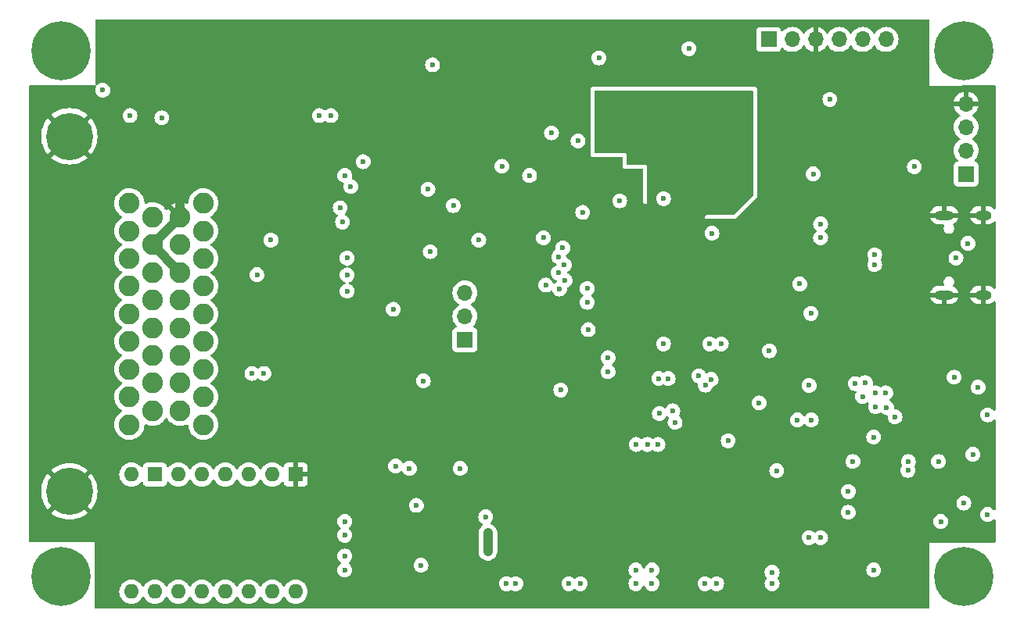
<source format=gbr>
%TF.GenerationSoftware,KiCad,Pcbnew,8.0.6*%
%TF.CreationDate,2025-01-10T15:23:21+07:00*%
%TF.ProjectId,NO2C,4e4f3243-2e6b-4696-9361-645f70636258,vD1*%
%TF.SameCoordinates,Original*%
%TF.FileFunction,Copper,L2,Inr*%
%TF.FilePolarity,Positive*%
%FSLAX46Y46*%
G04 Gerber Fmt 4.6, Leading zero omitted, Abs format (unit mm)*
G04 Created by KiCad (PCBNEW 8.0.6) date 2025-01-10 15:23:21*
%MOMM*%
%LPD*%
G01*
G04 APERTURE LIST*
%TA.AperFunction,ComponentPad*%
%ADD10R,1.700000X1.700000*%
%TD*%
%TA.AperFunction,ComponentPad*%
%ADD11O,1.700000X1.700000*%
%TD*%
%TA.AperFunction,ComponentPad*%
%ADD12O,1.600000X1.600000*%
%TD*%
%TA.AperFunction,ComponentPad*%
%ADD13R,1.600000X1.600000*%
%TD*%
%TA.AperFunction,ComponentPad*%
%ADD14C,2.250000*%
%TD*%
%TA.AperFunction,ComponentPad*%
%ADD15C,5.100000*%
%TD*%
%TA.AperFunction,ComponentPad*%
%ADD16C,0.800000*%
%TD*%
%TA.AperFunction,ComponentPad*%
%ADD17C,6.400000*%
%TD*%
%TA.AperFunction,ComponentPad*%
%ADD18O,2.100000X1.000000*%
%TD*%
%TA.AperFunction,ComponentPad*%
%ADD19O,1.800000X1.000000*%
%TD*%
%TA.AperFunction,ViaPad*%
%ADD20C,0.600000*%
%TD*%
%TA.AperFunction,Conductor*%
%ADD21C,1.000000*%
%TD*%
%TA.AperFunction,Conductor*%
%ADD22C,0.500000*%
%TD*%
G04 APERTURE END LIST*
D10*
%TO.N,unconnected-(J4-Pin_1-Pad1)*%
%TO.C,J4*%
X80130000Y61750000D03*
D11*
%TO.N,+5V*%
X82670000Y61750000D03*
%TO.N,GND*%
X85210000Y61750000D03*
%TO.N,Net-(J4-Pin_4)*%
X87750000Y61750000D03*
%TO.N,/PA9*%
X90290000Y61750000D03*
%TO.N,unconnected-(J4-Pin_6-Pad6)*%
X92830000Y61750000D03*
%TD*%
D12*
%TO.N,/ENBL*%
%TO.C,IC4*%
X11150000Y1902000D03*
%TO.N,unconnected-(IC4-P2-Pad2)*%
X13690000Y1902000D03*
%TO.N,unconnected-(IC4-P3-Pad3)*%
X16230000Y1902000D03*
%TO.N,unconnected-(IC4-P4-Pad4)*%
X18770000Y1902000D03*
%TO.N,+5V*%
X21310000Y1902000D03*
X23850000Y1902000D03*
%TO.N,/STEP*%
X26390000Y1902000D03*
%TO.N,/DIR*%
X28930000Y1902000D03*
D13*
%TO.N,GND*%
X28930000Y14602000D03*
D12*
%TO.N,unconnected-(IC4-P10-Pad10)*%
X26390000Y14602000D03*
%TO.N,/STP-A2*%
X23850000Y14602000D03*
%TO.N,/STP-A1*%
X21310000Y14602000D03*
%TO.N,/STP-B1*%
X18770000Y14602000D03*
%TO.N,/STP-B2*%
X16230000Y14602000D03*
D13*
%TO.N,Earth*%
X13690000Y14602000D03*
D12*
%TO.N,+12V*%
X11150000Y14602000D03*
%TD*%
D14*
%TO.N,+BATT*%
%TO.C,J1*%
X10937500Y44000000D03*
%TO.N,VR1+*%
X10937500Y41000000D03*
%TO.N,/VR1-*%
X10937500Y38000000D03*
%TO.N,/IGN1*%
X10937500Y35000000D03*
%TO.N,/IGN2*%
X10937500Y32000000D03*
%TO.N,/STP-A1*%
X10937500Y29000000D03*
%TO.N,/STP-A2*%
X10937500Y26000000D03*
%TO.N,/STP-B2*%
X10937500Y23000000D03*
%TO.N,/STP-B1*%
X10937500Y20000000D03*
%TO.N,+5V*%
X13437500Y42500000D03*
%TO.N,GND*%
X13437500Y39500000D03*
%TO.N,/VR2-*%
X13437500Y36500000D03*
%TO.N,VR2+*%
X13437500Y33500000D03*
%TO.N,/TACHO*%
X13437500Y30500000D03*
%TO.N,IP*%
X13437500Y27500000D03*
%TO.N,IA*%
X13437500Y24500000D03*
%TO.N,/IDLE*%
X13437500Y21500000D03*
%TO.N,GND*%
X16437500Y42500000D03*
%TO.N,/LAUNCH*%
X16437500Y39500000D03*
%TO.N,GND*%
X16437500Y36500000D03*
%TO.N,UN*%
X16437500Y33500000D03*
%TO.N,VM*%
X16437500Y30500000D03*
%TO.N,HEAT-*%
X16437500Y27500000D03*
%TO.N,CANH*%
X16437500Y24500000D03*
%TO.N,CANL*%
X16437500Y21500000D03*
%TO.N,/O2*%
X18937500Y44000000D03*
%TO.N,/TPS*%
X18937500Y41000000D03*
%TO.N,/CLT*%
X18937500Y38000000D03*
%TO.N,/IAT*%
X18937500Y35000000D03*
%TO.N,/INJ1*%
X18937500Y32000000D03*
%TO.N,/INJ2*%
X18937500Y29000000D03*
%TO.N,/VVT*%
X18937500Y26000000D03*
%TO.N,/BOOST*%
X18937500Y23000000D03*
%TO.N,/FUELP*%
X18937500Y20000000D03*
D15*
%TO.N,GND*%
X4437500Y51250000D03*
X4437500Y12750000D03*
%TD*%
D10*
%TO.N,+3.3V*%
%TO.C,P1*%
X101500000Y47170000D03*
D11*
%TO.N,/SWDIO*%
X101500000Y49710000D03*
%TO.N,/SWCLK*%
X101500000Y52250000D03*
%TO.N,GND*%
X101500000Y54790000D03*
%TD*%
D16*
%TO.N,N/C*%
%TO.C,REF\u002A\u002A*%
X1100000Y60500000D03*
X1802944Y62197056D03*
X1802944Y58802944D03*
X3500000Y62900000D03*
D17*
X3500000Y60500000D03*
D16*
X3500000Y58100000D03*
X5197056Y62197056D03*
X5197056Y58802944D03*
X5900000Y60500000D03*
%TD*%
%TO.N,N/C*%
%TO.C,REF\u002A\u002A*%
X1100000Y3500000D03*
X1802944Y5197056D03*
X1802944Y1802944D03*
X3500000Y5900000D03*
D17*
X3500000Y3500000D03*
D16*
X3500000Y1100000D03*
X5197056Y5197056D03*
X5197056Y1802944D03*
X5900000Y3500000D03*
%TD*%
%TO.N,N/C*%
%TO.C,REF\u002A\u002A*%
X98850000Y60500000D03*
X99552944Y62197056D03*
X99552944Y58802944D03*
X101250000Y62900000D03*
D17*
X101250000Y60500000D03*
D16*
X101250000Y58100000D03*
X102947056Y62197056D03*
X102947056Y58802944D03*
X103650000Y60500000D03*
%TD*%
%TO.N,N/C*%
%TO.C,REF\u002A\u002A*%
X98850000Y3500000D03*
X99552944Y5197056D03*
X99552944Y1802944D03*
X101250000Y5900000D03*
D17*
X101250000Y3500000D03*
D16*
X101250000Y1100000D03*
X102947056Y5197056D03*
X102947056Y1802944D03*
X103650000Y3500000D03*
%TD*%
D10*
%TO.N,+5V*%
%TO.C,JP1*%
X47250000Y29210000D03*
D11*
%TO.N,Net-(IC1-VDD)*%
X47250000Y31750000D03*
%TO.N,+12V*%
X47250000Y34290000D03*
%TD*%
D18*
%TO.N,GND*%
%TO.C,J2*%
X99145000Y34055000D03*
D19*
X103325000Y34055000D03*
D18*
X99145000Y42695000D03*
D19*
X103325000Y42695000D03*
%TD*%
D20*
%TO.N,GND*%
X77500000Y61750000D03*
X97000000Y57750000D03*
X97000000Y59750000D03*
X97000000Y61500000D03*
X97000000Y63250000D03*
X95500000Y55500000D03*
X94000000Y56250000D03*
X91500000Y56250000D03*
X84750000Y57500000D03*
X79500000Y56000000D03*
X82750000Y56000000D03*
X79250000Y52750000D03*
X82250000Y51500000D03*
X84000000Y53500000D03*
%TO.N,/PA10*%
X86750000Y55250000D03*
%TO.N,+5V*%
X32750000Y53500000D03*
X102225000Y16775000D03*
X31500000Y53500000D03*
X91500000Y18650000D03*
X81000000Y15000000D03*
X102800000Y24050000D03*
X95900000Y47950000D03*
X42500000Y4750000D03*
X8050000Y56250000D03*
%TO.N,+12V*%
X98750000Y9500000D03*
X25500000Y25550000D03*
X14450000Y53250000D03*
X49750000Y7250000D03*
X58500000Y2750000D03*
X46000000Y43750000D03*
X49750000Y6250000D03*
X49750000Y8250000D03*
X24200000Y25550000D03*
X74500000Y2750000D03*
X73250000Y2750000D03*
X59750000Y2750000D03*
%TO.N,/PA3*%
X58000000Y37300000D03*
X34000000Y41950000D03*
%TO.N,/PA4*%
X34500000Y38050000D03*
X57350000Y36450000D03*
%TO.N,/PA5*%
X58100000Y35650000D03*
X34500000Y34475000D03*
%TO.N,/STEP*%
X67000000Y17850000D03*
X69750000Y21500000D03*
%TO.N,/DIR*%
X70000000Y20250000D03*
X68150000Y17850000D03*
%TO.N,/ENBL*%
X65800000Y17850000D03*
X68300000Y21200000D03*
%TO.N,/VR1-*%
X34250000Y5750000D03*
%TO.N,/VR2-*%
X34250000Y8000000D03*
%TO.N,/FUELP*%
X65750000Y4250000D03*
X65750000Y2750000D03*
%TO.N,/BOOST*%
X67500000Y4250000D03*
X67500000Y2750000D03*
%TO.N,/IDLE*%
X51750000Y2750000D03*
X52750000Y2750000D03*
%TO.N,/IGN2*%
X55750000Y40250000D03*
%TO.N,/IGN1*%
X48750000Y40000000D03*
%TO.N,/TACHO*%
X51250000Y48000000D03*
%TO.N,/VVT*%
X80500000Y4000000D03*
X80500000Y2750000D03*
%TO.N,/LAUNCH*%
X62750000Y27250000D03*
%TO.N,/PD11*%
X69250000Y25000000D03*
X46750000Y15250000D03*
%TO.N,Net-(D5-COM)*%
X68750000Y28750000D03*
X62750000Y25750000D03*
%TO.N,/PA2*%
X34900000Y45800000D03*
X57400000Y38200000D03*
%TO.N,/PD10*%
X68250000Y25000000D03*
X41250000Y15250000D03*
%TO.N,/PA0*%
X64000000Y44250000D03*
X59500000Y50750000D03*
%TO.N,/PA1*%
X57850000Y39150000D03*
X43500000Y38750000D03*
%TO.N,Net-(D20-COM)*%
X85750000Y41750000D03*
X84750000Y20500000D03*
%TO.N,Net-(D21-COM)*%
X83250000Y20500000D03*
X85750000Y40250000D03*
%TO.N,CANL*%
X84500000Y7750000D03*
%TO.N,CANH*%
X85750000Y7750000D03*
%TO.N,+BATT*%
X36250000Y48500000D03*
X11000000Y53500000D03*
%TO.N,VR2+*%
X34250000Y9500000D03*
%TO.N,VR1+*%
X34250000Y4250000D03*
%TO.N,/PD8*%
X60500000Y34750000D03*
X39500000Y32500000D03*
%TO.N,/PD14*%
X57500000Y34700000D03*
X54250000Y47000000D03*
%TO.N,HEAT-*%
X103825000Y21050000D03*
X91500000Y4250000D03*
%TO.N,/PD9*%
X42750000Y24750000D03*
X60500000Y33250000D03*
%TO.N,/SWDIO*%
X73275000Y24275000D03*
%TO.N,Net-(U2-NRST)*%
X68750000Y44500000D03*
X71500000Y60750000D03*
%TO.N,GND*%
X8100000Y875000D03*
X24100000Y42200000D03*
X42750000Y40000000D03*
X73250000Y36000000D03*
X34000000Y63000000D03*
X61750000Y54000000D03*
X64750000Y38500000D03*
X70250000Y29000000D03*
X38500000Y12000000D03*
X68750000Y32750000D03*
X29750000Y63000000D03*
X12250000Y61250000D03*
X34950000Y44300000D03*
X55500000Y20000000D03*
X63700000Y48650000D03*
X12250000Y59500000D03*
X93000000Y36500000D03*
X92900000Y28150000D03*
X63250000Y42000000D03*
X30250000Y43650000D03*
X69050000Y14700000D03*
X94000000Y13250000D03*
X76500000Y36000000D03*
X72250000Y47000000D03*
X84500000Y13000000D03*
X73500000Y57350000D03*
X73450000Y15700000D03*
X68750000Y30250000D03*
X96500000Y31250000D03*
X86250000Y14500000D03*
X46750000Y63250000D03*
X44000000Y57050000D03*
X61750000Y52250000D03*
X96500000Y35000000D03*
X52700000Y47400000D03*
X79000000Y20750000D03*
X91500000Y29500000D03*
X89250000Y39250000D03*
X76500000Y34250000D03*
X13500000Y48500000D03*
X67500000Y58000000D03*
X91500000Y43000000D03*
X93250000Y31950000D03*
X69650000Y55550000D03*
X85700000Y26500000D03*
X88250000Y20250000D03*
X40750000Y38500000D03*
X89500000Y36500000D03*
X103900000Y32450000D03*
X92750000Y13250000D03*
X75650000Y57350000D03*
X66250000Y40750000D03*
X65000000Y40750000D03*
X76750000Y51750000D03*
X86750000Y43000000D03*
X33000000Y48000000D03*
X86050000Y16050000D03*
X60000000Y61000000D03*
X30750000Y36250000D03*
X43000000Y31000000D03*
X62250000Y48650000D03*
X86250000Y35250000D03*
X74750000Y49750000D03*
X31000000Y47250000D03*
X55750000Y41750000D03*
X71500000Y39500000D03*
X82250000Y28650000D03*
X24250000Y40500000D03*
X88250000Y21500000D03*
X18750000Y63000000D03*
X48150000Y5900000D03*
X98600000Y27400000D03*
X21750000Y46500000D03*
X68750000Y36000000D03*
X21750000Y45250000D03*
X88250000Y7000000D03*
X68750000Y39500000D03*
X54500000Y20000000D03*
X36250000Y60000000D03*
X43000000Y29000000D03*
X88250000Y8750000D03*
X55000000Y30650000D03*
X97500000Y16950000D03*
X64750000Y36000000D03*
X28500000Y63000000D03*
X34950000Y43000000D03*
X63950000Y55450000D03*
X74500000Y55500000D03*
X71400000Y32750000D03*
X40250000Y41250000D03*
X66750000Y29000000D03*
X96400000Y16950000D03*
X59250000Y24750000D03*
X76500000Y38750000D03*
X76500000Y37500000D03*
X89000000Y33500000D03*
X8025000Y6600000D03*
X61500000Y42000000D03*
X73000000Y45750000D03*
X76500000Y28800000D03*
X18500000Y47750000D03*
X98600000Y29350000D03*
X35625000Y41375000D03*
X84600000Y28650000D03*
X68750000Y46000000D03*
X16750000Y47750000D03*
X83900000Y36750000D03*
X61750000Y50500000D03*
X61850000Y55400000D03*
X12250000Y63000000D03*
X75300000Y14350000D03*
X65500000Y58000000D03*
X82000000Y26450000D03*
X69100000Y16700000D03*
X55200000Y28700000D03*
X82500000Y14750000D03*
X35750000Y63000000D03*
X52750000Y24250000D03*
X60250000Y16500000D03*
X76750000Y49750000D03*
X37000000Y16250000D03*
X66400000Y14700000D03*
X38000000Y41250000D03*
X45250000Y32750000D03*
X63500000Y60000000D03*
X87450000Y16050000D03*
X48200000Y4600000D03*
X44000000Y53000000D03*
X103825000Y12675000D03*
X89250000Y43000000D03*
X90500000Y31950000D03*
X59000000Y16500000D03*
X98600000Y25800000D03*
X42250000Y63250000D03*
X96500000Y33000000D03*
X99000000Y32000000D03*
X87000000Y38000000D03*
X45500000Y15750000D03*
X73250000Y49750000D03*
X61500000Y16500000D03*
X38500000Y16250000D03*
X20250000Y63000000D03*
X96500000Y7250000D03*
X54000000Y24250000D03*
X72000000Y48250000D03*
X93750000Y34000000D03*
X36250000Y57500000D03*
X66800000Y48600000D03*
X36450000Y34500000D03*
X69500000Y58000000D03*
X8050000Y3925000D03*
X76750000Y53750000D03*
X92250000Y7250000D03*
X27500000Y48000000D03*
X64750000Y33750000D03*
X57000000Y56000000D03*
X76750000Y55500000D03*
X89000000Y48250000D03*
X60500000Y23500000D03*
X83900000Y38700000D03*
X26250000Y36275000D03*
X91750000Y48000000D03*
X68400000Y55550000D03*
X15000000Y47750000D03*
X73250000Y38500000D03*
X76500000Y30400000D03*
X86250000Y13000000D03*
X43250000Y6480000D03*
X14250000Y63000000D03*
X103900000Y31000000D03*
X77800000Y57400000D03*
%TO.N,/SWCLK*%
X80200000Y28000000D03*
%TO.N,/DIAHG*%
X90600000Y24550000D03*
X98500000Y16000000D03*
%TO.N,+3.3V*%
X61750000Y59750000D03*
X49500000Y10000000D03*
X57625000Y23750000D03*
X84950000Y47170000D03*
X60600000Y30300000D03*
X56625000Y51625000D03*
X60000000Y43000000D03*
X33750000Y43500000D03*
X43250000Y45500000D03*
X83500000Y35250000D03*
X26250000Y40000000D03*
X56000000Y35125000D03*
X42000000Y11250000D03*
X24750000Y36250000D03*
X34250000Y47000000D03*
X84500000Y24250000D03*
X39750000Y15500000D03*
X43750000Y59000000D03*
X79100000Y22350000D03*
X75750000Y18250000D03*
X34500000Y36225000D03*
%TO.N,/PA9*%
X72575000Y25275000D03*
%TO.N,/PA10*%
X73900000Y24900000D03*
%TO.N,/USB_D-*%
X91600000Y37350000D03*
X73750000Y28750000D03*
%TO.N,/USB_D+*%
X75000000Y28750000D03*
X91600000Y38400000D03*
X101700000Y39650000D03*
X100400000Y38050000D03*
%TO.N,/UA*%
X95200000Y15050000D03*
X92800000Y23450000D03*
%TO.N,/SPI3_MISO*%
X92900000Y21850000D03*
X90300000Y23050000D03*
%TO.N,/SS3*%
X74000000Y40750000D03*
X91700000Y21950000D03*
X84700000Y32050000D03*
X91700000Y23450000D03*
%TO.N,/SPI3_MOSI*%
X93800000Y20850000D03*
X89500000Y24450000D03*
%TO.N,UN*%
X88750000Y10500000D03*
%TO.N,IP*%
X103825000Y10250000D03*
%TO.N,IA*%
X88750000Y12750000D03*
X101250000Y11500000D03*
%TO.N,VM*%
X100200000Y25150000D03*
X89250000Y16000000D03*
X95250000Y16000000D03*
%TD*%
D21*
%TO.N,+12V*%
X49750000Y8250000D02*
X49750000Y6250000D01*
%TO.N,GND*%
X16437500Y42500000D02*
X16437500Y45187500D01*
X13437500Y39500000D02*
X16437500Y42500000D01*
D22*
X16437500Y45187500D02*
X16450000Y45200000D01*
D21*
X16437500Y36500000D02*
X13437500Y39500000D01*
%TD*%
%TA.AperFunction,Conductor*%
%TO.N,GND*%
G36*
X97493039Y63904815D02*
G01*
X97538794Y63852011D01*
X97550000Y63800500D01*
X97550000Y60609680D01*
X97549830Y60603190D01*
X97544422Y60500001D01*
X97544422Y60500000D01*
X97549830Y60396812D01*
X97550000Y60390322D01*
X97550000Y56750001D01*
X97550000Y56750000D01*
X104549639Y56798609D01*
X104616813Y56779390D01*
X104662934Y56726905D01*
X104674500Y56674612D01*
X104674500Y43459077D01*
X104654815Y43392038D01*
X104602011Y43346283D01*
X104532853Y43336339D01*
X104469297Y43365364D01*
X104462819Y43371396D01*
X104362466Y43471749D01*
X104362462Y43471752D01*
X104198684Y43581186D01*
X104198671Y43581193D01*
X104016693Y43656570D01*
X104016681Y43656573D01*
X103823495Y43695000D01*
X103575000Y43695000D01*
X103575000Y42995000D01*
X103075000Y42995000D01*
X103075000Y43695000D01*
X102826504Y43695000D01*
X102633318Y43656573D01*
X102633306Y43656570D01*
X102451328Y43581193D01*
X102451315Y43581186D01*
X102287537Y43471752D01*
X102287533Y43471749D01*
X102148251Y43332467D01*
X102148248Y43332463D01*
X102038814Y43168685D01*
X102038807Y43168672D01*
X101963430Y42986693D01*
X101963430Y42986691D01*
X101955138Y42945000D01*
X102758012Y42945000D01*
X102740795Y42935060D01*
X102684940Y42879205D01*
X102645444Y42810796D01*
X102625000Y42734496D01*
X102625000Y42655504D01*
X102645444Y42579204D01*
X102684940Y42510795D01*
X102740795Y42454940D01*
X102758012Y42445000D01*
X101955138Y42445000D01*
X101963430Y42403310D01*
X101963430Y42403308D01*
X102038807Y42221329D01*
X102038814Y42221316D01*
X102148248Y42057538D01*
X102148251Y42057534D01*
X102287533Y41918252D01*
X102287537Y41918249D01*
X102451315Y41808815D01*
X102451328Y41808808D01*
X102633306Y41733431D01*
X102633318Y41733428D01*
X102826504Y41695001D01*
X102826508Y41695000D01*
X103075000Y41695000D01*
X103075000Y42395000D01*
X103575000Y42395000D01*
X103575000Y41695000D01*
X103823492Y41695000D01*
X103823495Y41695001D01*
X104016681Y41733428D01*
X104016693Y41733431D01*
X104198671Y41808808D01*
X104198684Y41808815D01*
X104362462Y41918249D01*
X104362466Y41918252D01*
X104462819Y42018604D01*
X104524142Y42052089D01*
X104593834Y42047105D01*
X104649767Y42005233D01*
X104674184Y41939769D01*
X104674500Y41930923D01*
X104674500Y34819077D01*
X104654815Y34752038D01*
X104602011Y34706283D01*
X104532853Y34696339D01*
X104469297Y34725364D01*
X104462819Y34731396D01*
X104362466Y34831749D01*
X104362462Y34831752D01*
X104198684Y34941186D01*
X104198671Y34941193D01*
X104016693Y35016570D01*
X104016681Y35016573D01*
X103823495Y35055000D01*
X103575000Y35055000D01*
X103575000Y34355000D01*
X103075000Y34355000D01*
X103075000Y35055000D01*
X102826504Y35055000D01*
X102633318Y35016573D01*
X102633306Y35016570D01*
X102451328Y34941193D01*
X102451315Y34941186D01*
X102287537Y34831752D01*
X102287533Y34831749D01*
X102148251Y34692467D01*
X102148248Y34692463D01*
X102038814Y34528685D01*
X102038807Y34528672D01*
X101963430Y34346693D01*
X101963430Y34346691D01*
X101955138Y34305000D01*
X102758012Y34305000D01*
X102740795Y34295060D01*
X102684940Y34239205D01*
X102645444Y34170796D01*
X102625000Y34094496D01*
X102625000Y34015504D01*
X102645444Y33939204D01*
X102684940Y33870795D01*
X102740795Y33814940D01*
X102758012Y33805000D01*
X101955138Y33805000D01*
X101963430Y33763310D01*
X101963430Y33763308D01*
X102038807Y33581329D01*
X102038814Y33581316D01*
X102148248Y33417538D01*
X102148251Y33417534D01*
X102287533Y33278252D01*
X102287537Y33278249D01*
X102451315Y33168815D01*
X102451328Y33168808D01*
X102633306Y33093431D01*
X102633318Y33093428D01*
X102826504Y33055001D01*
X102826508Y33055000D01*
X103075000Y33055000D01*
X103075000Y33755000D01*
X103575000Y33755000D01*
X103575000Y33055000D01*
X103823492Y33055000D01*
X103823495Y33055001D01*
X104016681Y33093428D01*
X104016693Y33093431D01*
X104198671Y33168808D01*
X104198684Y33168815D01*
X104362462Y33278249D01*
X104362466Y33278252D01*
X104462819Y33378604D01*
X104524142Y33412089D01*
X104593834Y33407105D01*
X104649767Y33365233D01*
X104674184Y33299769D01*
X104674500Y33290923D01*
X104674500Y21631159D01*
X104654815Y21564120D01*
X104602011Y21518365D01*
X104532853Y21508421D01*
X104469297Y21537446D01*
X104459770Y21547369D01*
X104459740Y21547338D01*
X104327262Y21679816D01*
X104174523Y21775789D01*
X104004254Y21835369D01*
X104004249Y21835370D01*
X103825004Y21855565D01*
X103824996Y21855565D01*
X103645750Y21835370D01*
X103645745Y21835369D01*
X103475476Y21775789D01*
X103322737Y21679816D01*
X103195184Y21552263D01*
X103099211Y21399524D01*
X103039631Y21229255D01*
X103039630Y21229250D01*
X103019435Y21050004D01*
X103019435Y21049997D01*
X103039630Y20870751D01*
X103039631Y20870746D01*
X103099211Y20700477D01*
X103162646Y20599522D01*
X103195184Y20547738D01*
X103322738Y20420184D01*
X103413080Y20363418D01*
X103439139Y20347044D01*
X103475478Y20324211D01*
X103645745Y20264632D01*
X103645750Y20264631D01*
X103824996Y20244435D01*
X103825000Y20244435D01*
X103825004Y20244435D01*
X104004249Y20264631D01*
X104004252Y20264632D01*
X104004255Y20264632D01*
X104174522Y20324211D01*
X104327262Y20420184D01*
X104454816Y20547738D01*
X104454816Y20547739D01*
X104459740Y20552662D01*
X104461011Y20551391D01*
X104510740Y20586295D01*
X104580552Y20589145D01*
X104640822Y20553800D01*
X104672416Y20491482D01*
X104674500Y20468842D01*
X104674500Y10831159D01*
X104654815Y10764120D01*
X104602011Y10718365D01*
X104532853Y10708421D01*
X104469297Y10737446D01*
X104459770Y10747369D01*
X104459740Y10747338D01*
X104327262Y10879816D01*
X104174523Y10975789D01*
X104004254Y11035369D01*
X104004249Y11035370D01*
X103825004Y11055565D01*
X103824996Y11055565D01*
X103645750Y11035370D01*
X103645745Y11035369D01*
X103475476Y10975789D01*
X103322737Y10879816D01*
X103195184Y10752263D01*
X103099211Y10599524D01*
X103039631Y10429255D01*
X103039630Y10429250D01*
X103019435Y10250004D01*
X103019435Y10249997D01*
X103039630Y10070751D01*
X103039631Y10070746D01*
X103099211Y9900477D01*
X103169166Y9789145D01*
X103195184Y9747738D01*
X103322738Y9620184D01*
X103475478Y9524211D01*
X103645745Y9464632D01*
X103645750Y9464631D01*
X103824996Y9444435D01*
X103825000Y9444435D01*
X103825004Y9444435D01*
X104004249Y9464631D01*
X104004252Y9464632D01*
X104004255Y9464632D01*
X104174522Y9524211D01*
X104327262Y9620184D01*
X104454816Y9747738D01*
X104454816Y9747739D01*
X104459740Y9752662D01*
X104461011Y9751391D01*
X104510740Y9786295D01*
X104580552Y9789145D01*
X104640822Y9753800D01*
X104672416Y9691482D01*
X104674500Y9668842D01*
X104674500Y7324000D01*
X104654815Y7256961D01*
X104602011Y7211206D01*
X104550500Y7200000D01*
X101359678Y7200000D01*
X101353188Y7200170D01*
X101250001Y7205578D01*
X101249999Y7205578D01*
X101146812Y7200170D01*
X101140322Y7200000D01*
X97500000Y7200000D01*
X97500000Y199500D01*
X97480315Y132461D01*
X97427511Y86706D01*
X97376000Y75500D01*
X7324000Y75500D01*
X7256961Y95185D01*
X7211206Y147989D01*
X7200000Y199500D01*
X7200000Y1902002D01*
X9844532Y1902002D01*
X9844532Y1901999D01*
X9864364Y1675314D01*
X9864366Y1675303D01*
X9923258Y1455512D01*
X9923261Y1455503D01*
X10019431Y1249268D01*
X10019432Y1249266D01*
X10149954Y1062859D01*
X10310858Y901955D01*
X10310861Y901953D01*
X10497266Y771432D01*
X10703504Y675261D01*
X10923308Y616365D01*
X11085230Y602199D01*
X11149998Y596532D01*
X11150000Y596532D01*
X11150002Y596532D01*
X11206673Y601491D01*
X11376692Y616365D01*
X11596496Y675261D01*
X11802734Y771432D01*
X11989139Y901953D01*
X12150047Y1062861D01*
X12280568Y1249266D01*
X12307618Y1307276D01*
X12353790Y1359715D01*
X12420983Y1378867D01*
X12487865Y1358652D01*
X12532382Y1307275D01*
X12559429Y1249272D01*
X12559432Y1249266D01*
X12689954Y1062859D01*
X12850858Y901955D01*
X12850861Y901953D01*
X13037266Y771432D01*
X13243504Y675261D01*
X13463308Y616365D01*
X13625230Y602199D01*
X13689998Y596532D01*
X13690000Y596532D01*
X13690002Y596532D01*
X13746673Y601491D01*
X13916692Y616365D01*
X14136496Y675261D01*
X14342734Y771432D01*
X14529139Y901953D01*
X14690047Y1062861D01*
X14820568Y1249266D01*
X14847618Y1307276D01*
X14893790Y1359715D01*
X14960983Y1378867D01*
X15027865Y1358652D01*
X15072382Y1307275D01*
X15099429Y1249272D01*
X15099432Y1249266D01*
X15229954Y1062859D01*
X15390858Y901955D01*
X15390861Y901953D01*
X15577266Y771432D01*
X15783504Y675261D01*
X16003308Y616365D01*
X16165230Y602199D01*
X16229998Y596532D01*
X16230000Y596532D01*
X16230002Y596532D01*
X16286673Y601491D01*
X16456692Y616365D01*
X16676496Y675261D01*
X16882734Y771432D01*
X17069139Y901953D01*
X17230047Y1062861D01*
X17360568Y1249266D01*
X17387618Y1307276D01*
X17433790Y1359715D01*
X17500983Y1378867D01*
X17567865Y1358652D01*
X17612382Y1307275D01*
X17639429Y1249272D01*
X17639432Y1249266D01*
X17769954Y1062859D01*
X17930858Y901955D01*
X17930861Y901953D01*
X18117266Y771432D01*
X18323504Y675261D01*
X18543308Y616365D01*
X18705230Y602199D01*
X18769998Y596532D01*
X18770000Y596532D01*
X18770002Y596532D01*
X18826673Y601491D01*
X18996692Y616365D01*
X19216496Y675261D01*
X19422734Y771432D01*
X19609139Y901953D01*
X19770047Y1062861D01*
X19900568Y1249266D01*
X19927618Y1307276D01*
X19973790Y1359715D01*
X20040983Y1378867D01*
X20107865Y1358652D01*
X20152382Y1307275D01*
X20179429Y1249272D01*
X20179432Y1249266D01*
X20309954Y1062859D01*
X20470858Y901955D01*
X20470861Y901953D01*
X20657266Y771432D01*
X20863504Y675261D01*
X21083308Y616365D01*
X21245230Y602199D01*
X21309998Y596532D01*
X21310000Y596532D01*
X21310002Y596532D01*
X21366673Y601491D01*
X21536692Y616365D01*
X21756496Y675261D01*
X21962734Y771432D01*
X22149139Y901953D01*
X22310047Y1062861D01*
X22440568Y1249266D01*
X22467618Y1307276D01*
X22513790Y1359715D01*
X22580983Y1378867D01*
X22647865Y1358652D01*
X22692382Y1307275D01*
X22719429Y1249272D01*
X22719432Y1249266D01*
X22849954Y1062859D01*
X23010858Y901955D01*
X23010861Y901953D01*
X23197266Y771432D01*
X23403504Y675261D01*
X23623308Y616365D01*
X23785230Y602199D01*
X23849998Y596532D01*
X23850000Y596532D01*
X23850002Y596532D01*
X23906673Y601491D01*
X24076692Y616365D01*
X24296496Y675261D01*
X24502734Y771432D01*
X24689139Y901953D01*
X24850047Y1062861D01*
X24980568Y1249266D01*
X25007618Y1307276D01*
X25053790Y1359715D01*
X25120983Y1378867D01*
X25187865Y1358652D01*
X25232382Y1307275D01*
X25259429Y1249272D01*
X25259432Y1249266D01*
X25389954Y1062859D01*
X25550858Y901955D01*
X25550861Y901953D01*
X25737266Y771432D01*
X25943504Y675261D01*
X26163308Y616365D01*
X26325230Y602199D01*
X26389998Y596532D01*
X26390000Y596532D01*
X26390002Y596532D01*
X26446673Y601491D01*
X26616692Y616365D01*
X26836496Y675261D01*
X27042734Y771432D01*
X27229139Y901953D01*
X27390047Y1062861D01*
X27520568Y1249266D01*
X27547618Y1307276D01*
X27593790Y1359715D01*
X27660983Y1378867D01*
X27727865Y1358652D01*
X27772382Y1307275D01*
X27799429Y1249272D01*
X27799432Y1249266D01*
X27929954Y1062859D01*
X28090858Y901955D01*
X28090861Y901953D01*
X28277266Y771432D01*
X28483504Y675261D01*
X28703308Y616365D01*
X28865230Y602199D01*
X28929998Y596532D01*
X28930000Y596532D01*
X28930002Y596532D01*
X28986673Y601491D01*
X29156692Y616365D01*
X29376496Y675261D01*
X29582734Y771432D01*
X29769139Y901953D01*
X29930047Y1062861D01*
X30060568Y1249266D01*
X30156739Y1455504D01*
X30215635Y1675308D01*
X30235468Y1902000D01*
X30215635Y2128692D01*
X30156739Y2348496D01*
X30060568Y2554734D01*
X29930047Y2741139D01*
X29930045Y2741142D01*
X29921183Y2750004D01*
X50944435Y2750004D01*
X50944435Y2749997D01*
X50964630Y2570751D01*
X50964631Y2570746D01*
X51024211Y2400477D01*
X51118066Y2251109D01*
X51120184Y2247738D01*
X51247738Y2120184D01*
X51400478Y2024211D01*
X51570745Y1964632D01*
X51570750Y1964631D01*
X51749996Y1944435D01*
X51750000Y1944435D01*
X51750004Y1944435D01*
X51929249Y1964631D01*
X51929252Y1964632D01*
X51929255Y1964632D01*
X52099522Y2024211D01*
X52184027Y2077309D01*
X52251264Y2096310D01*
X52315973Y2077309D01*
X52400475Y2024212D01*
X52570745Y1964632D01*
X52570750Y1964631D01*
X52749996Y1944435D01*
X52750000Y1944435D01*
X52750004Y1944435D01*
X52929249Y1964631D01*
X52929252Y1964632D01*
X52929255Y1964632D01*
X53099522Y2024211D01*
X53252262Y2120184D01*
X53379816Y2247738D01*
X53475789Y2400478D01*
X53535368Y2570745D01*
X53555565Y2750000D01*
X53555565Y2750004D01*
X57694435Y2750004D01*
X57694435Y2749997D01*
X57714630Y2570751D01*
X57714631Y2570746D01*
X57774211Y2400477D01*
X57868066Y2251109D01*
X57870184Y2247738D01*
X57997738Y2120184D01*
X58150478Y2024211D01*
X58320745Y1964632D01*
X58320750Y1964631D01*
X58499996Y1944435D01*
X58500000Y1944435D01*
X58500004Y1944435D01*
X58679249Y1964631D01*
X58679252Y1964632D01*
X58679255Y1964632D01*
X58849522Y2024211D01*
X59002262Y2120184D01*
X59037319Y2155241D01*
X59098642Y2188726D01*
X59168334Y2183742D01*
X59212681Y2155241D01*
X59247738Y2120184D01*
X59400478Y2024211D01*
X59570745Y1964632D01*
X59570750Y1964631D01*
X59749996Y1944435D01*
X59750000Y1944435D01*
X59750004Y1944435D01*
X59929249Y1964631D01*
X59929252Y1964632D01*
X59929255Y1964632D01*
X60099522Y2024211D01*
X60252262Y2120184D01*
X60379816Y2247738D01*
X60475789Y2400478D01*
X60535368Y2570745D01*
X60555565Y2750000D01*
X60535368Y2929255D01*
X60475789Y3099522D01*
X60379816Y3252262D01*
X60252262Y3379816D01*
X60190961Y3418334D01*
X60099523Y3475789D01*
X59929254Y3535369D01*
X59929249Y3535370D01*
X59750004Y3555565D01*
X59749996Y3555565D01*
X59570750Y3535370D01*
X59570745Y3535369D01*
X59400476Y3475789D01*
X59247737Y3379816D01*
X59212681Y3344759D01*
X59151358Y3311274D01*
X59081666Y3316258D01*
X59037319Y3344759D01*
X59002262Y3379816D01*
X58849523Y3475789D01*
X58679254Y3535369D01*
X58679249Y3535370D01*
X58500004Y3555565D01*
X58499996Y3555565D01*
X58320750Y3535370D01*
X58320745Y3535369D01*
X58150476Y3475789D01*
X57997737Y3379816D01*
X57870184Y3252263D01*
X57774211Y3099524D01*
X57714631Y2929255D01*
X57714630Y2929250D01*
X57694435Y2750004D01*
X53555565Y2750004D01*
X53535368Y2929255D01*
X53475789Y3099522D01*
X53379816Y3252262D01*
X53252262Y3379816D01*
X53190961Y3418334D01*
X53099523Y3475789D01*
X52929254Y3535369D01*
X52929249Y3535370D01*
X52750004Y3555565D01*
X52749996Y3555565D01*
X52570750Y3535370D01*
X52570737Y3535367D01*
X52400479Y3475791D01*
X52315971Y3422691D01*
X52248734Y3403691D01*
X52184029Y3422691D01*
X52099520Y3475791D01*
X51929262Y3535367D01*
X51929249Y3535370D01*
X51750004Y3555565D01*
X51749996Y3555565D01*
X51570750Y3535370D01*
X51570745Y3535369D01*
X51400476Y3475789D01*
X51247737Y3379816D01*
X51120184Y3252263D01*
X51024211Y3099524D01*
X50964631Y2929255D01*
X50964630Y2929250D01*
X50944435Y2750004D01*
X29921183Y2750004D01*
X29769141Y2902046D01*
X29582734Y3032568D01*
X29582732Y3032569D01*
X29376497Y3128739D01*
X29376488Y3128742D01*
X29156697Y3187634D01*
X29156693Y3187635D01*
X29156692Y3187635D01*
X29156691Y3187636D01*
X29156686Y3187636D01*
X28930002Y3207468D01*
X28929998Y3207468D01*
X28703313Y3187636D01*
X28703302Y3187634D01*
X28483511Y3128742D01*
X28483502Y3128739D01*
X28277267Y3032569D01*
X28277265Y3032568D01*
X28090858Y2902046D01*
X27929954Y2741142D01*
X27799432Y2554735D01*
X27799431Y2554733D01*
X27772382Y2496725D01*
X27726209Y2444286D01*
X27659016Y2425134D01*
X27592135Y2445350D01*
X27547618Y2496725D01*
X27520568Y2554733D01*
X27520567Y2554735D01*
X27390045Y2741142D01*
X27229141Y2902046D01*
X27042734Y3032568D01*
X27042732Y3032569D01*
X26836497Y3128739D01*
X26836488Y3128742D01*
X26616697Y3187634D01*
X26616693Y3187635D01*
X26616692Y3187635D01*
X26616691Y3187636D01*
X26616686Y3187636D01*
X26390002Y3207468D01*
X26389998Y3207468D01*
X26163313Y3187636D01*
X26163302Y3187634D01*
X25943511Y3128742D01*
X25943502Y3128739D01*
X25737267Y3032569D01*
X25737265Y3032568D01*
X25550858Y2902046D01*
X25389954Y2741142D01*
X25259432Y2554735D01*
X25259431Y2554733D01*
X25232382Y2496725D01*
X25186209Y2444286D01*
X25119016Y2425134D01*
X25052135Y2445350D01*
X25007618Y2496725D01*
X24980568Y2554733D01*
X24980567Y2554735D01*
X24850045Y2741142D01*
X24689141Y2902046D01*
X24502734Y3032568D01*
X24502732Y3032569D01*
X24296497Y3128739D01*
X24296488Y3128742D01*
X24076697Y3187634D01*
X24076693Y3187635D01*
X24076692Y3187635D01*
X24076691Y3187636D01*
X24076686Y3187636D01*
X23850002Y3207468D01*
X23849998Y3207468D01*
X23623313Y3187636D01*
X23623302Y3187634D01*
X23403511Y3128742D01*
X23403502Y3128739D01*
X23197267Y3032569D01*
X23197265Y3032568D01*
X23010858Y2902046D01*
X22849954Y2741142D01*
X22719432Y2554735D01*
X22719431Y2554733D01*
X22692382Y2496725D01*
X22646209Y2444286D01*
X22579016Y2425134D01*
X22512135Y2445350D01*
X22467618Y2496725D01*
X22440568Y2554733D01*
X22440567Y2554735D01*
X22310045Y2741142D01*
X22149141Y2902046D01*
X21962734Y3032568D01*
X21962732Y3032569D01*
X21756497Y3128739D01*
X21756488Y3128742D01*
X21536697Y3187634D01*
X21536693Y3187635D01*
X21536692Y3187635D01*
X21536691Y3187636D01*
X21536686Y3187636D01*
X21310002Y3207468D01*
X21309998Y3207468D01*
X21083313Y3187636D01*
X21083302Y3187634D01*
X20863511Y3128742D01*
X20863502Y3128739D01*
X20657267Y3032569D01*
X20657265Y3032568D01*
X20470858Y2902046D01*
X20309954Y2741142D01*
X20179432Y2554735D01*
X20179431Y2554733D01*
X20152382Y2496725D01*
X20106209Y2444286D01*
X20039016Y2425134D01*
X19972135Y2445350D01*
X19927618Y2496725D01*
X19900568Y2554733D01*
X19900567Y2554735D01*
X19770045Y2741142D01*
X19609141Y2902046D01*
X19422734Y3032568D01*
X19422732Y3032569D01*
X19216497Y3128739D01*
X19216488Y3128742D01*
X18996697Y3187634D01*
X18996693Y3187635D01*
X18996692Y3187635D01*
X18996691Y3187636D01*
X18996686Y3187636D01*
X18770002Y3207468D01*
X18769998Y3207468D01*
X18543313Y3187636D01*
X18543302Y3187634D01*
X18323511Y3128742D01*
X18323502Y3128739D01*
X18117267Y3032569D01*
X18117265Y3032568D01*
X17930858Y2902046D01*
X17769954Y2741142D01*
X17639432Y2554735D01*
X17639431Y2554733D01*
X17612382Y2496725D01*
X17566209Y2444286D01*
X17499016Y2425134D01*
X17432135Y2445350D01*
X17387618Y2496725D01*
X17360568Y2554733D01*
X17360567Y2554735D01*
X17230045Y2741142D01*
X17069141Y2902046D01*
X16882734Y3032568D01*
X16882732Y3032569D01*
X16676497Y3128739D01*
X16676488Y3128742D01*
X16456697Y3187634D01*
X16456693Y3187635D01*
X16456692Y3187635D01*
X16456691Y3187636D01*
X16456686Y3187636D01*
X16230002Y3207468D01*
X16229998Y3207468D01*
X16003313Y3187636D01*
X16003302Y3187634D01*
X15783511Y3128742D01*
X15783502Y3128739D01*
X15577267Y3032569D01*
X15577265Y3032568D01*
X15390858Y2902046D01*
X15229954Y2741142D01*
X15099432Y2554735D01*
X15099431Y2554733D01*
X15072382Y2496725D01*
X15026209Y2444286D01*
X14959016Y2425134D01*
X14892135Y2445350D01*
X14847618Y2496725D01*
X14820568Y2554733D01*
X14820567Y2554735D01*
X14690045Y2741142D01*
X14529141Y2902046D01*
X14342734Y3032568D01*
X14342732Y3032569D01*
X14136497Y3128739D01*
X14136488Y3128742D01*
X13916697Y3187634D01*
X13916693Y3187635D01*
X13916692Y3187635D01*
X13916691Y3187636D01*
X13916686Y3187636D01*
X13690002Y3207468D01*
X13689998Y3207468D01*
X13463313Y3187636D01*
X13463302Y3187634D01*
X13243511Y3128742D01*
X13243502Y3128739D01*
X13037267Y3032569D01*
X13037265Y3032568D01*
X12850858Y2902046D01*
X12689954Y2741142D01*
X12559432Y2554735D01*
X12559431Y2554733D01*
X12532382Y2496725D01*
X12486209Y2444286D01*
X12419016Y2425134D01*
X12352135Y2445350D01*
X12307618Y2496725D01*
X12280568Y2554733D01*
X12280567Y2554735D01*
X12150045Y2741142D01*
X11989141Y2902046D01*
X11802734Y3032568D01*
X11802732Y3032569D01*
X11596497Y3128739D01*
X11596488Y3128742D01*
X11376697Y3187634D01*
X11376693Y3187635D01*
X11376692Y3187635D01*
X11376691Y3187636D01*
X11376686Y3187636D01*
X11150002Y3207468D01*
X11149998Y3207468D01*
X10923313Y3187636D01*
X10923302Y3187634D01*
X10703511Y3128742D01*
X10703502Y3128739D01*
X10497267Y3032569D01*
X10497265Y3032568D01*
X10310858Y2902046D01*
X10149954Y2741142D01*
X10019432Y2554735D01*
X10019431Y2554733D01*
X9923261Y2348498D01*
X9923258Y2348489D01*
X9864366Y2128698D01*
X9864364Y2128687D01*
X9844532Y1902002D01*
X7200000Y1902002D01*
X7200000Y3390322D01*
X7200170Y3396812D01*
X7205578Y3500000D01*
X7205578Y3500001D01*
X7200170Y3603190D01*
X7200000Y3609680D01*
X7200000Y5750004D01*
X33444435Y5750004D01*
X33444435Y5749997D01*
X33464630Y5570751D01*
X33464631Y5570746D01*
X33524211Y5400477D01*
X33594916Y5287951D01*
X33620184Y5247738D01*
X33747738Y5120184D01*
X33771911Y5104995D01*
X33771913Y5104994D01*
X33818204Y5052659D01*
X33828852Y4983605D01*
X33800477Y4919757D01*
X33771913Y4895006D01*
X33747737Y4879816D01*
X33620184Y4752263D01*
X33524211Y4599524D01*
X33464631Y4429255D01*
X33464630Y4429250D01*
X33444435Y4250004D01*
X33444435Y4249997D01*
X33464630Y4070751D01*
X33464631Y4070746D01*
X33524211Y3900477D01*
X33620184Y3747738D01*
X33747738Y3620184D01*
X33771913Y3604994D01*
X33882721Y3535368D01*
X33900478Y3524211D01*
X34038860Y3475789D01*
X34070745Y3464632D01*
X34070750Y3464631D01*
X34249996Y3444435D01*
X34250000Y3444435D01*
X34250004Y3444435D01*
X34429249Y3464631D01*
X34429252Y3464632D01*
X34429255Y3464632D01*
X34599522Y3524211D01*
X34752262Y3620184D01*
X34879816Y3747738D01*
X34975789Y3900478D01*
X35035368Y4070745D01*
X35035840Y4074935D01*
X35055565Y4249997D01*
X35055565Y4250004D01*
X35035369Y4429250D01*
X35035368Y4429255D01*
X35032125Y4438522D01*
X34975789Y4599522D01*
X34881235Y4750004D01*
X41694435Y4750004D01*
X41694435Y4749997D01*
X41714630Y4570751D01*
X41714631Y4570746D01*
X41774211Y4400477D01*
X41855924Y4270433D01*
X41870184Y4247738D01*
X41997738Y4120184D01*
X42150478Y4024211D01*
X42320745Y3964632D01*
X42320750Y3964631D01*
X42499996Y3944435D01*
X42500000Y3944435D01*
X42500004Y3944435D01*
X42679249Y3964631D01*
X42679252Y3964632D01*
X42679255Y3964632D01*
X42849522Y4024211D01*
X43002262Y4120184D01*
X43129816Y4247738D01*
X43131240Y4250004D01*
X64944435Y4250004D01*
X64944435Y4249997D01*
X64964630Y4070751D01*
X64964631Y4070746D01*
X65024211Y3900477D01*
X65120184Y3747738D01*
X65247738Y3620184D01*
X65264455Y3609680D01*
X65271913Y3604994D01*
X65318204Y3552659D01*
X65328852Y3483605D01*
X65300477Y3419757D01*
X65271913Y3395006D01*
X65247737Y3379816D01*
X65120184Y3252263D01*
X65024211Y3099524D01*
X64964631Y2929255D01*
X64964630Y2929250D01*
X64944435Y2750004D01*
X64944435Y2749997D01*
X64964630Y2570751D01*
X64964631Y2570746D01*
X65024211Y2400477D01*
X65118066Y2251109D01*
X65120184Y2247738D01*
X65247738Y2120184D01*
X65400478Y2024211D01*
X65570745Y1964632D01*
X65570750Y1964631D01*
X65749996Y1944435D01*
X65750000Y1944435D01*
X65750004Y1944435D01*
X65929249Y1964631D01*
X65929252Y1964632D01*
X65929255Y1964632D01*
X66099522Y2024211D01*
X66252262Y2120184D01*
X66379816Y2247738D01*
X66475789Y2400478D01*
X66507958Y2492413D01*
X66548680Y2549188D01*
X66613633Y2574935D01*
X66682194Y2561479D01*
X66732597Y2513092D01*
X66742042Y2492412D01*
X66774211Y2400477D01*
X66868066Y2251109D01*
X66870184Y2247738D01*
X66997738Y2120184D01*
X67150478Y2024211D01*
X67320745Y1964632D01*
X67320750Y1964631D01*
X67499996Y1944435D01*
X67500000Y1944435D01*
X67500004Y1944435D01*
X67679249Y1964631D01*
X67679252Y1964632D01*
X67679255Y1964632D01*
X67849522Y2024211D01*
X68002262Y2120184D01*
X68129816Y2247738D01*
X68225789Y2400478D01*
X68285368Y2570745D01*
X68305565Y2750000D01*
X68305565Y2750004D01*
X72444435Y2750004D01*
X72444435Y2749997D01*
X72464630Y2570751D01*
X72464631Y2570746D01*
X72524211Y2400477D01*
X72618066Y2251109D01*
X72620184Y2247738D01*
X72747738Y2120184D01*
X72900478Y2024211D01*
X73070745Y1964632D01*
X73070750Y1964631D01*
X73249996Y1944435D01*
X73250000Y1944435D01*
X73250004Y1944435D01*
X73429249Y1964631D01*
X73429252Y1964632D01*
X73429255Y1964632D01*
X73599522Y2024211D01*
X73752262Y2120184D01*
X73787319Y2155241D01*
X73848642Y2188726D01*
X73918334Y2183742D01*
X73962681Y2155241D01*
X73997738Y2120184D01*
X74150478Y2024211D01*
X74320745Y1964632D01*
X74320750Y1964631D01*
X74499996Y1944435D01*
X74500000Y1944435D01*
X74500004Y1944435D01*
X74679249Y1964631D01*
X74679252Y1964632D01*
X74679255Y1964632D01*
X74849522Y2024211D01*
X75002262Y2120184D01*
X75129816Y2247738D01*
X75225789Y2400478D01*
X75285368Y2570745D01*
X75305565Y2750000D01*
X75285368Y2929255D01*
X75225789Y3099522D01*
X75129816Y3252262D01*
X75002262Y3379816D01*
X74940961Y3418334D01*
X74849523Y3475789D01*
X74679254Y3535369D01*
X74679249Y3535370D01*
X74500004Y3555565D01*
X74499996Y3555565D01*
X74320750Y3535370D01*
X74320745Y3535369D01*
X74150476Y3475789D01*
X73997737Y3379816D01*
X73962681Y3344759D01*
X73901358Y3311274D01*
X73831666Y3316258D01*
X73787319Y3344759D01*
X73752262Y3379816D01*
X73599523Y3475789D01*
X73429254Y3535369D01*
X73429249Y3535370D01*
X73250004Y3555565D01*
X73249996Y3555565D01*
X73070750Y3535370D01*
X73070745Y3535369D01*
X72900476Y3475789D01*
X72747737Y3379816D01*
X72620184Y3252263D01*
X72524211Y3099524D01*
X72464631Y2929255D01*
X72464630Y2929250D01*
X72444435Y2750004D01*
X68305565Y2750004D01*
X68285368Y2929255D01*
X68225789Y3099522D01*
X68129816Y3252262D01*
X68002262Y3379816D01*
X67978084Y3395008D01*
X67931796Y3447339D01*
X67921146Y3516393D01*
X67949521Y3580242D01*
X67978082Y3604991D01*
X68002262Y3620184D01*
X68129816Y3747738D01*
X68225789Y3900478D01*
X68260615Y4000004D01*
X79694435Y4000004D01*
X79694435Y3999997D01*
X79714630Y3820751D01*
X79714631Y3820746D01*
X79774211Y3650477D01*
X79870184Y3497738D01*
X79905241Y3462681D01*
X79938726Y3401358D01*
X79933742Y3331666D01*
X79905241Y3287319D01*
X79870184Y3252263D01*
X79774211Y3099524D01*
X79714631Y2929255D01*
X79714630Y2929250D01*
X79694435Y2750004D01*
X79694435Y2749997D01*
X79714630Y2570751D01*
X79714631Y2570746D01*
X79774211Y2400477D01*
X79868066Y2251109D01*
X79870184Y2247738D01*
X79997738Y2120184D01*
X80150478Y2024211D01*
X80320745Y1964632D01*
X80320750Y1964631D01*
X80499996Y1944435D01*
X80500000Y1944435D01*
X80500004Y1944435D01*
X80679249Y1964631D01*
X80679252Y1964632D01*
X80679255Y1964632D01*
X80849522Y2024211D01*
X81002262Y2120184D01*
X81129816Y2247738D01*
X81225789Y2400478D01*
X81285368Y2570745D01*
X81305565Y2750000D01*
X81285368Y2929255D01*
X81225789Y3099522D01*
X81129816Y3252262D01*
X81094759Y3287319D01*
X81061274Y3348642D01*
X81066258Y3418334D01*
X81094759Y3462681D01*
X81107869Y3475791D01*
X81129816Y3497738D01*
X81225789Y3650478D01*
X81285368Y3820745D01*
X81294352Y3900478D01*
X81305565Y3999997D01*
X81305565Y4000004D01*
X81285369Y4179250D01*
X81285368Y4179255D01*
X81260612Y4250004D01*
X90694435Y4250004D01*
X90694435Y4249997D01*
X90714630Y4070751D01*
X90714631Y4070746D01*
X90774211Y3900477D01*
X90870184Y3747738D01*
X90997738Y3620184D01*
X91021913Y3604994D01*
X91132721Y3535368D01*
X91150478Y3524211D01*
X91288860Y3475789D01*
X91320745Y3464632D01*
X91320750Y3464631D01*
X91499996Y3444435D01*
X91500000Y3444435D01*
X91500004Y3444435D01*
X91679249Y3464631D01*
X91679252Y3464632D01*
X91679255Y3464632D01*
X91849522Y3524211D01*
X92002262Y3620184D01*
X92129816Y3747738D01*
X92225789Y3900478D01*
X92285368Y4070745D01*
X92285840Y4074935D01*
X92305565Y4249997D01*
X92305565Y4250004D01*
X92285369Y4429250D01*
X92285368Y4429255D01*
X92282125Y4438522D01*
X92225789Y4599522D01*
X92129816Y4752262D01*
X92002262Y4879816D01*
X91978087Y4895006D01*
X91849523Y4975789D01*
X91679254Y5035369D01*
X91679249Y5035370D01*
X91500004Y5055565D01*
X91499996Y5055565D01*
X91320750Y5035370D01*
X91320745Y5035369D01*
X91150476Y4975789D01*
X90997737Y4879816D01*
X90870184Y4752263D01*
X90774211Y4599524D01*
X90714631Y4429255D01*
X90714630Y4429250D01*
X90694435Y4250004D01*
X81260612Y4250004D01*
X81225788Y4349524D01*
X81186582Y4411920D01*
X81129816Y4502262D01*
X81002262Y4629816D01*
X80849523Y4725789D01*
X80679254Y4785369D01*
X80679249Y4785370D01*
X80500004Y4805565D01*
X80499996Y4805565D01*
X80320750Y4785370D01*
X80320745Y4785369D01*
X80150476Y4725789D01*
X79997737Y4629816D01*
X79870184Y4502263D01*
X79774211Y4349524D01*
X79714631Y4179255D01*
X79714630Y4179250D01*
X79694435Y4000004D01*
X68260615Y4000004D01*
X68285368Y4070745D01*
X68285840Y4074935D01*
X68305565Y4249997D01*
X68305565Y4250004D01*
X68285369Y4429250D01*
X68285368Y4429255D01*
X68282125Y4438522D01*
X68225789Y4599522D01*
X68129816Y4752262D01*
X68002262Y4879816D01*
X67978087Y4895006D01*
X67849523Y4975789D01*
X67679254Y5035369D01*
X67679249Y5035370D01*
X67500004Y5055565D01*
X67499996Y5055565D01*
X67320750Y5035370D01*
X67320745Y5035369D01*
X67150476Y4975789D01*
X66997737Y4879816D01*
X66870184Y4752263D01*
X66774209Y4599520D01*
X66742041Y4507589D01*
X66701320Y4450813D01*
X66636367Y4425066D01*
X66567805Y4438522D01*
X66517403Y4486910D01*
X66507959Y4507589D01*
X66475790Y4599520D01*
X66475789Y4599522D01*
X66379816Y4752262D01*
X66252262Y4879816D01*
X66228087Y4895006D01*
X66099523Y4975789D01*
X65929254Y5035369D01*
X65929249Y5035370D01*
X65750004Y5055565D01*
X65749996Y5055565D01*
X65570750Y5035370D01*
X65570745Y5035369D01*
X65400476Y4975789D01*
X65247737Y4879816D01*
X65120184Y4752263D01*
X65024211Y4599524D01*
X64964631Y4429255D01*
X64964630Y4429250D01*
X64944435Y4250004D01*
X43131240Y4250004D01*
X43225789Y4400478D01*
X43285368Y4570745D01*
X43288610Y4599520D01*
X43305565Y4749997D01*
X43305565Y4750004D01*
X43285369Y4929250D01*
X43285368Y4929255D01*
X43225788Y5099524D01*
X43186582Y5161920D01*
X43129816Y5252262D01*
X43002262Y5379816D01*
X42969379Y5400478D01*
X42849523Y5475789D01*
X42679254Y5535369D01*
X42679249Y5535370D01*
X42500004Y5555565D01*
X42499996Y5555565D01*
X42320750Y5535370D01*
X42320745Y5535369D01*
X42150476Y5475789D01*
X41997737Y5379816D01*
X41870184Y5252263D01*
X41774211Y5099524D01*
X41714631Y4929255D01*
X41714630Y4929250D01*
X41694435Y4750004D01*
X34881235Y4750004D01*
X34879816Y4752262D01*
X34752262Y4879816D01*
X34728084Y4895008D01*
X34681796Y4947339D01*
X34671146Y5016393D01*
X34699521Y5080242D01*
X34728082Y5104991D01*
X34752262Y5120184D01*
X34879816Y5247738D01*
X34975789Y5400478D01*
X35035368Y5570745D01*
X35055565Y5750000D01*
X35052625Y5776093D01*
X35035369Y5929250D01*
X35035368Y5929255D01*
X34975788Y6099524D01*
X34879815Y6252263D01*
X34752262Y6379816D01*
X34599523Y6475789D01*
X34429254Y6535369D01*
X34429249Y6535370D01*
X34250004Y6555565D01*
X34249996Y6555565D01*
X34070750Y6535370D01*
X34070745Y6535369D01*
X33900476Y6475789D01*
X33747737Y6379816D01*
X33620184Y6252263D01*
X33524211Y6099524D01*
X33464631Y5929255D01*
X33464630Y5929250D01*
X33444435Y5750004D01*
X7200000Y5750004D01*
X7200000Y7250000D01*
X199500Y7250000D01*
X132461Y7269685D01*
X86706Y7322489D01*
X75500Y7374000D01*
X75500Y9500004D01*
X33444435Y9500004D01*
X33444435Y9499997D01*
X33464630Y9320751D01*
X33464631Y9320746D01*
X33524211Y9150477D01*
X33559215Y9094769D01*
X33620184Y8997738D01*
X33747738Y8870184D01*
X33771911Y8854995D01*
X33771913Y8854994D01*
X33818204Y8802659D01*
X33828852Y8733605D01*
X33800477Y8669757D01*
X33771913Y8645006D01*
X33747737Y8629816D01*
X33620184Y8502263D01*
X33524211Y8349524D01*
X33464631Y8179255D01*
X33464630Y8179250D01*
X33444435Y8000004D01*
X33444435Y7999997D01*
X33464630Y7820751D01*
X33464631Y7820746D01*
X33524211Y7650477D01*
X33620184Y7497738D01*
X33747738Y7370184D01*
X33900478Y7274211D01*
X33989897Y7242922D01*
X34070745Y7214632D01*
X34070750Y7214631D01*
X34249996Y7194435D01*
X34250000Y7194435D01*
X34250004Y7194435D01*
X34429249Y7214631D01*
X34429252Y7214632D01*
X34429255Y7214632D01*
X34599522Y7274211D01*
X34752262Y7370184D01*
X34879816Y7497738D01*
X34975789Y7650478D01*
X35035368Y7820745D01*
X35035369Y7820751D01*
X35055565Y7999997D01*
X35055565Y8000004D01*
X35035369Y8179250D01*
X35035368Y8179255D01*
X35009821Y8252263D01*
X34975789Y8349522D01*
X34879816Y8502262D01*
X34752262Y8629816D01*
X34728084Y8645008D01*
X34681796Y8697339D01*
X34671146Y8766393D01*
X34699521Y8830242D01*
X34728082Y8854991D01*
X34752262Y8870184D01*
X34879816Y8997738D01*
X34975789Y9150478D01*
X35035368Y9320745D01*
X35035369Y9320751D01*
X35055565Y9499997D01*
X35055565Y9500004D01*
X35035369Y9679250D01*
X35035368Y9679255D01*
X35029790Y9695195D01*
X34975789Y9849522D01*
X34881235Y10000004D01*
X48694435Y10000004D01*
X48694435Y9999997D01*
X48714630Y9820751D01*
X48714631Y9820746D01*
X48774211Y9650477D01*
X48853549Y9524212D01*
X48870184Y9497738D01*
X48997738Y9370184D01*
X49076410Y9320751D01*
X49156374Y9270506D01*
X49155224Y9268678D01*
X49199377Y9228821D01*
X49217695Y9161395D01*
X49196653Y9094769D01*
X49162612Y9060812D01*
X49112218Y9027140D01*
X49112214Y9027137D01*
X48972863Y8887786D01*
X48972860Y8887782D01*
X48863371Y8723921D01*
X48863364Y8723908D01*
X48787950Y8541840D01*
X48787947Y8541830D01*
X48749500Y8348544D01*
X48749500Y8348541D01*
X48749500Y6151459D01*
X48749500Y6151457D01*
X48749499Y6151457D01*
X48787947Y5958171D01*
X48787950Y5958161D01*
X48863364Y5776093D01*
X48863371Y5776080D01*
X48972860Y5612219D01*
X48972863Y5612215D01*
X49112214Y5472864D01*
X49112218Y5472861D01*
X49276079Y5363372D01*
X49276092Y5363365D01*
X49458160Y5287951D01*
X49458165Y5287949D01*
X49458169Y5287949D01*
X49458170Y5287948D01*
X49651456Y5249500D01*
X49651459Y5249500D01*
X49848543Y5249500D01*
X49978582Y5275368D01*
X50041835Y5287949D01*
X50223914Y5363368D01*
X50387782Y5472861D01*
X50527139Y5612218D01*
X50636632Y5776086D01*
X50712051Y5958165D01*
X50740169Y6099522D01*
X50750500Y6151457D01*
X50750500Y7750004D01*
X83694435Y7750004D01*
X83694435Y7749997D01*
X83714630Y7570751D01*
X83714631Y7570746D01*
X83774211Y7400477D01*
X83853549Y7274212D01*
X83870184Y7247738D01*
X83997738Y7120184D01*
X84150478Y7024211D01*
X84320745Y6964632D01*
X84320750Y6964631D01*
X84499996Y6944435D01*
X84500000Y6944435D01*
X84500004Y6944435D01*
X84679249Y6964631D01*
X84679252Y6964632D01*
X84679255Y6964632D01*
X84849522Y7024211D01*
X85002262Y7120184D01*
X85037319Y7155241D01*
X85098642Y7188726D01*
X85168334Y7183742D01*
X85212681Y7155241D01*
X85247738Y7120184D01*
X85400478Y7024211D01*
X85570745Y6964632D01*
X85570750Y6964631D01*
X85749996Y6944435D01*
X85750000Y6944435D01*
X85750004Y6944435D01*
X85929249Y6964631D01*
X85929252Y6964632D01*
X85929255Y6964632D01*
X86099522Y7024211D01*
X86252262Y7120184D01*
X86379816Y7247738D01*
X86475789Y7400478D01*
X86535368Y7570745D01*
X86555565Y7750000D01*
X86547593Y7820751D01*
X86535369Y7929250D01*
X86535368Y7929255D01*
X86475788Y8099524D01*
X86436582Y8161920D01*
X86379816Y8252262D01*
X86252262Y8379816D01*
X86099523Y8475789D01*
X85929254Y8535369D01*
X85929249Y8535370D01*
X85750004Y8555565D01*
X85749996Y8555565D01*
X85570750Y8535370D01*
X85570745Y8535369D01*
X85400476Y8475789D01*
X85247737Y8379816D01*
X85212681Y8344759D01*
X85151358Y8311274D01*
X85081666Y8316258D01*
X85037319Y8344759D01*
X85002262Y8379816D01*
X84849523Y8475789D01*
X84679254Y8535369D01*
X84679249Y8535370D01*
X84500004Y8555565D01*
X84499996Y8555565D01*
X84320750Y8535370D01*
X84320745Y8535369D01*
X84150476Y8475789D01*
X83997737Y8379816D01*
X83870184Y8252263D01*
X83774211Y8099524D01*
X83714631Y7929255D01*
X83714630Y7929250D01*
X83694435Y7750004D01*
X50750500Y7750004D01*
X50750500Y8348544D01*
X50712052Y8541830D01*
X50712051Y8541831D01*
X50712051Y8541835D01*
X50675609Y8629814D01*
X50636635Y8723908D01*
X50636628Y8723921D01*
X50527139Y8887782D01*
X50527136Y8887786D01*
X50387785Y9027137D01*
X50387781Y9027140D01*
X50223920Y9136629D01*
X50223907Y9136636D01*
X50073488Y9198940D01*
X50019084Y9242780D01*
X49997019Y9309074D01*
X50014298Y9376774D01*
X50033252Y9401175D01*
X50129816Y9497738D01*
X50131240Y9500004D01*
X97944435Y9500004D01*
X97944435Y9499997D01*
X97964630Y9320751D01*
X97964631Y9320746D01*
X98024211Y9150477D01*
X98059215Y9094769D01*
X98120184Y8997738D01*
X98247738Y8870184D01*
X98400478Y8774211D01*
X98538860Y8725789D01*
X98570745Y8714632D01*
X98570750Y8714631D01*
X98749996Y8694435D01*
X98750000Y8694435D01*
X98750004Y8694435D01*
X98929249Y8714631D01*
X98929252Y8714632D01*
X98929255Y8714632D01*
X99099522Y8774211D01*
X99252262Y8870184D01*
X99379816Y8997738D01*
X99475789Y9150478D01*
X99535368Y9320745D01*
X99535369Y9320751D01*
X99555565Y9499997D01*
X99555565Y9500004D01*
X99535369Y9679250D01*
X99535368Y9679255D01*
X99529790Y9695195D01*
X99475789Y9849522D01*
X99379816Y10002262D01*
X99252262Y10129816D01*
X99198769Y10163428D01*
X99099523Y10225789D01*
X98929254Y10285369D01*
X98929249Y10285370D01*
X98750004Y10305565D01*
X98749996Y10305565D01*
X98570750Y10285370D01*
X98570745Y10285369D01*
X98400476Y10225789D01*
X98247737Y10129816D01*
X98120184Y10002263D01*
X98024211Y9849524D01*
X97964631Y9679255D01*
X97964630Y9679250D01*
X97944435Y9500004D01*
X50131240Y9500004D01*
X50225789Y9650478D01*
X50285368Y9820745D01*
X50285369Y9820751D01*
X50305565Y9999997D01*
X50305565Y10000004D01*
X50285369Y10179250D01*
X50285368Y10179255D01*
X50241170Y10305565D01*
X50225789Y10349522D01*
X50218163Y10361658D01*
X50179571Y10423078D01*
X50131235Y10500004D01*
X87944435Y10500004D01*
X87944435Y10499997D01*
X87964630Y10320751D01*
X87964631Y10320746D01*
X88024211Y10150477D01*
X88117341Y10002263D01*
X88120184Y9997738D01*
X88247738Y9870184D01*
X88326410Y9820751D01*
X88376710Y9789145D01*
X88400478Y9774211D01*
X88570745Y9714632D01*
X88570750Y9714631D01*
X88749996Y9694435D01*
X88750000Y9694435D01*
X88750004Y9694435D01*
X88929249Y9714631D01*
X88929252Y9714632D01*
X88929255Y9714632D01*
X89099522Y9774211D01*
X89252262Y9870184D01*
X89379816Y9997738D01*
X89475789Y10150478D01*
X89535368Y10320745D01*
X89535369Y10320751D01*
X89555565Y10499997D01*
X89555565Y10500004D01*
X89535369Y10679250D01*
X89535368Y10679255D01*
X89501295Y10776630D01*
X89475789Y10849522D01*
X89379816Y11002262D01*
X89252262Y11129816D01*
X89105481Y11222045D01*
X89099523Y11225789D01*
X88929254Y11285369D01*
X88929249Y11285370D01*
X88750004Y11305565D01*
X88749996Y11305565D01*
X88570750Y11285370D01*
X88570745Y11285369D01*
X88400476Y11225789D01*
X88247737Y11129816D01*
X88120184Y11002263D01*
X88024211Y10849524D01*
X87964631Y10679255D01*
X87964630Y10679250D01*
X87944435Y10500004D01*
X50131235Y10500004D01*
X50129816Y10502262D01*
X50002262Y10629816D01*
X49849523Y10725789D01*
X49679254Y10785369D01*
X49679249Y10785370D01*
X49500004Y10805565D01*
X49499996Y10805565D01*
X49320750Y10785370D01*
X49320745Y10785369D01*
X49150476Y10725789D01*
X48997737Y10629816D01*
X48870184Y10502263D01*
X48774211Y10349524D01*
X48714631Y10179255D01*
X48714630Y10179250D01*
X48694435Y10000004D01*
X34881235Y10000004D01*
X34879816Y10002262D01*
X34752262Y10129816D01*
X34698769Y10163428D01*
X34599523Y10225789D01*
X34429254Y10285369D01*
X34429249Y10285370D01*
X34250004Y10305565D01*
X34249996Y10305565D01*
X34070750Y10285370D01*
X34070745Y10285369D01*
X33900476Y10225789D01*
X33747737Y10129816D01*
X33620184Y10002263D01*
X33524211Y9849524D01*
X33464631Y9679255D01*
X33464630Y9679250D01*
X33444435Y9500004D01*
X75500Y9500004D01*
X75500Y12750000D01*
X1382694Y12750000D01*
X1401901Y12407975D01*
X1401903Y12407963D01*
X1459283Y12070246D01*
X1459285Y12070238D01*
X1554119Y11741065D01*
X1685211Y11424576D01*
X1685213Y11424572D01*
X1850924Y11124741D01*
X1850927Y11124736D01*
X2049153Y10845365D01*
X2049158Y10845357D01*
X2110575Y10776631D01*
X2110576Y10776630D01*
X3071541Y11737596D01*
X3156630Y11626707D01*
X3314207Y11469130D01*
X3425094Y11384043D01*
X2464129Y10423077D01*
X2532856Y10361659D01*
X2532864Y10361654D01*
X2812235Y10163428D01*
X2812240Y10163425D01*
X3112071Y9997714D01*
X3112075Y9997712D01*
X3428564Y9866620D01*
X3757737Y9771786D01*
X3757745Y9771784D01*
X4095462Y9714404D01*
X4095474Y9714402D01*
X4437500Y9695195D01*
X4779525Y9714402D01*
X4779537Y9714404D01*
X5117254Y9771784D01*
X5117262Y9771786D01*
X5446435Y9866620D01*
X5762924Y9997712D01*
X5762928Y9997714D01*
X6062755Y10163423D01*
X6342140Y10361658D01*
X6410869Y10423078D01*
X5449904Y11384043D01*
X5560793Y11469130D01*
X5718370Y11626707D01*
X5803457Y11737596D01*
X6764422Y10776631D01*
X6825842Y10845360D01*
X7024077Y11124745D01*
X7093305Y11250004D01*
X41194435Y11250004D01*
X41194435Y11249997D01*
X41214630Y11070751D01*
X41214631Y11070746D01*
X41274211Y10900477D01*
X41317767Y10831159D01*
X41370184Y10747738D01*
X41497738Y10620184D01*
X41650478Y10524211D01*
X41719678Y10499997D01*
X41820745Y10464632D01*
X41820750Y10464631D01*
X41999996Y10444435D01*
X42000000Y10444435D01*
X42000004Y10444435D01*
X42179249Y10464631D01*
X42179252Y10464632D01*
X42179255Y10464632D01*
X42349522Y10524211D01*
X42502262Y10620184D01*
X42629816Y10747738D01*
X42725789Y10900478D01*
X42785368Y11070745D01*
X42786308Y11079087D01*
X42805565Y11249997D01*
X42805565Y11250004D01*
X42785369Y11429250D01*
X42785368Y11429255D01*
X42760612Y11500004D01*
X100444435Y11500004D01*
X100444435Y11499997D01*
X100464630Y11320751D01*
X100464631Y11320746D01*
X100524211Y11150477D01*
X100596538Y11035370D01*
X100620184Y10997738D01*
X100747738Y10870184D01*
X100787245Y10845360D01*
X100896626Y10776631D01*
X100900478Y10774211D01*
X101038860Y10725789D01*
X101070745Y10714632D01*
X101070750Y10714631D01*
X101249996Y10694435D01*
X101250000Y10694435D01*
X101250004Y10694435D01*
X101429249Y10714631D01*
X101429252Y10714632D01*
X101429255Y10714632D01*
X101599522Y10774211D01*
X101752262Y10870184D01*
X101879816Y10997738D01*
X101975789Y11150478D01*
X102035368Y11320745D01*
X102036802Y11333468D01*
X102055565Y11499997D01*
X102055565Y11500004D01*
X102035369Y11679250D01*
X102035368Y11679255D01*
X101975788Y11849524D01*
X101903461Y11964631D01*
X101879816Y12002262D01*
X101752262Y12129816D01*
X101599523Y12225789D01*
X101429254Y12285369D01*
X101429249Y12285370D01*
X101250004Y12305565D01*
X101249996Y12305565D01*
X101070750Y12285370D01*
X101070745Y12285369D01*
X100900476Y12225789D01*
X100747737Y12129816D01*
X100620184Y12002263D01*
X100524211Y11849524D01*
X100464631Y11679255D01*
X100464630Y11679250D01*
X100444435Y11500004D01*
X42760612Y11500004D01*
X42725788Y11599524D01*
X42686582Y11661920D01*
X42629816Y11752262D01*
X42502262Y11879816D01*
X42399422Y11944435D01*
X42349523Y11975789D01*
X42179254Y12035369D01*
X42179249Y12035370D01*
X42000004Y12055565D01*
X41999996Y12055565D01*
X41820750Y12035370D01*
X41820745Y12035369D01*
X41650476Y11975789D01*
X41497737Y11879816D01*
X41370184Y11752263D01*
X41274211Y11599524D01*
X41214631Y11429255D01*
X41214630Y11429250D01*
X41194435Y11250004D01*
X7093305Y11250004D01*
X7189786Y11424572D01*
X7189788Y11424576D01*
X7320880Y11741065D01*
X7415714Y12070238D01*
X7415716Y12070246D01*
X7473096Y12407963D01*
X7473098Y12407975D01*
X7492305Y12750000D01*
X7492305Y12750004D01*
X87944435Y12750004D01*
X87944435Y12749997D01*
X87964630Y12570751D01*
X87964631Y12570746D01*
X88024211Y12400477D01*
X88083849Y12305565D01*
X88120184Y12247738D01*
X88247738Y12120184D01*
X88327214Y12070246D01*
X88382721Y12035368D01*
X88400478Y12024211D01*
X88463202Y12002263D01*
X88570745Y11964632D01*
X88570750Y11964631D01*
X88749996Y11944435D01*
X88750000Y11944435D01*
X88750004Y11944435D01*
X88929249Y11964631D01*
X88929252Y11964632D01*
X88929255Y11964632D01*
X89099522Y12024211D01*
X89252262Y12120184D01*
X89379816Y12247738D01*
X89475789Y12400478D01*
X89535368Y12570745D01*
X89555565Y12750000D01*
X89535368Y12929255D01*
X89475789Y13099522D01*
X89379816Y13252262D01*
X89252262Y13379816D01*
X89172772Y13429763D01*
X89099523Y13475789D01*
X88929254Y13535369D01*
X88929249Y13535370D01*
X88750004Y13555565D01*
X88749996Y13555565D01*
X88570750Y13535370D01*
X88570745Y13535369D01*
X88400476Y13475789D01*
X88247737Y13379816D01*
X88120184Y13252263D01*
X88024211Y13099524D01*
X87964631Y12929255D01*
X87964630Y12929250D01*
X87944435Y12750004D01*
X7492305Y12750004D01*
X7473098Y13092026D01*
X7473096Y13092038D01*
X7415716Y13429755D01*
X7415714Y13429763D01*
X7320880Y13758936D01*
X7189788Y14075425D01*
X7189786Y14075429D01*
X7024075Y14375260D01*
X7024072Y14375265D01*
X6863192Y14602002D01*
X9844532Y14602002D01*
X9844532Y14601999D01*
X9864364Y14375314D01*
X9864366Y14375303D01*
X9923258Y14155512D01*
X9923261Y14155503D01*
X10019431Y13949268D01*
X10019432Y13949266D01*
X10149954Y13762859D01*
X10310858Y13601955D01*
X10310861Y13601953D01*
X10497266Y13471432D01*
X10703504Y13375261D01*
X10923308Y13316365D01*
X11085230Y13302199D01*
X11149998Y13296532D01*
X11150000Y13296532D01*
X11150002Y13296532D01*
X11212511Y13302001D01*
X11376692Y13316365D01*
X11596496Y13375261D01*
X11802734Y13471432D01*
X11989139Y13601953D01*
X12150047Y13762861D01*
X12167272Y13787461D01*
X12221848Y13831087D01*
X12291346Y13838282D01*
X12353701Y13806761D01*
X12389116Y13746532D01*
X12392138Y13729594D01*
X12395908Y13694517D01*
X12446202Y13559672D01*
X12446206Y13559665D01*
X12532452Y13444456D01*
X12532455Y13444453D01*
X12647664Y13358207D01*
X12647671Y13358203D01*
X12782517Y13307909D01*
X12782516Y13307909D01*
X12789444Y13307165D01*
X12842127Y13301500D01*
X14537872Y13301501D01*
X14597483Y13307909D01*
X14732331Y13358204D01*
X14847546Y13444454D01*
X14933796Y13559669D01*
X14984091Y13694517D01*
X14987862Y13729599D01*
X15014599Y13794145D01*
X15071990Y13833994D01*
X15141816Y13836489D01*
X15201905Y13800837D01*
X15212726Y13787464D01*
X15229956Y13762857D01*
X15390858Y13601955D01*
X15390861Y13601953D01*
X15577266Y13471432D01*
X15783504Y13375261D01*
X16003308Y13316365D01*
X16165230Y13302199D01*
X16229998Y13296532D01*
X16230000Y13296532D01*
X16230002Y13296532D01*
X16292511Y13302001D01*
X16456692Y13316365D01*
X16676496Y13375261D01*
X16882734Y13471432D01*
X17069139Y13601953D01*
X17230047Y13762861D01*
X17360568Y13949266D01*
X17387618Y14007276D01*
X17433790Y14059715D01*
X17500983Y14078867D01*
X17567865Y14058652D01*
X17612382Y14007275D01*
X17639429Y13949272D01*
X17639432Y13949266D01*
X17769954Y13762859D01*
X17930858Y13601955D01*
X17930861Y13601953D01*
X18117266Y13471432D01*
X18323504Y13375261D01*
X18543308Y13316365D01*
X18705230Y13302199D01*
X18769998Y13296532D01*
X18770000Y13296532D01*
X18770002Y13296532D01*
X18832511Y13302001D01*
X18996692Y13316365D01*
X19216496Y13375261D01*
X19422734Y13471432D01*
X19609139Y13601953D01*
X19770047Y13762861D01*
X19900568Y13949266D01*
X19927618Y14007276D01*
X19973790Y14059715D01*
X20040983Y14078867D01*
X20107865Y14058652D01*
X20152382Y14007275D01*
X20179429Y13949272D01*
X20179432Y13949266D01*
X20309954Y13762859D01*
X20470858Y13601955D01*
X20470861Y13601953D01*
X20657266Y13471432D01*
X20863504Y13375261D01*
X21083308Y13316365D01*
X21245230Y13302199D01*
X21309998Y13296532D01*
X21310000Y13296532D01*
X21310002Y13296532D01*
X21372511Y13302001D01*
X21536692Y13316365D01*
X21756496Y13375261D01*
X21962734Y13471432D01*
X22149139Y13601953D01*
X22310047Y13762861D01*
X22440568Y13949266D01*
X22467618Y14007276D01*
X22513790Y14059715D01*
X22580983Y14078867D01*
X22647865Y14058652D01*
X22692382Y14007275D01*
X22719429Y13949272D01*
X22719432Y13949266D01*
X22849954Y13762859D01*
X23010858Y13601955D01*
X23010861Y13601953D01*
X23197266Y13471432D01*
X23403504Y13375261D01*
X23623308Y13316365D01*
X23785230Y13302199D01*
X23849998Y13296532D01*
X23850000Y13296532D01*
X23850002Y13296532D01*
X23912511Y13302001D01*
X24076692Y13316365D01*
X24296496Y13375261D01*
X24502734Y13471432D01*
X24689139Y13601953D01*
X24850047Y13762861D01*
X24980568Y13949266D01*
X25007618Y14007276D01*
X25053790Y14059715D01*
X25120983Y14078867D01*
X25187865Y14058652D01*
X25232382Y14007275D01*
X25259429Y13949272D01*
X25259432Y13949266D01*
X25389954Y13762859D01*
X25550858Y13601955D01*
X25550861Y13601953D01*
X25737266Y13471432D01*
X25943504Y13375261D01*
X26163308Y13316365D01*
X26325230Y13302199D01*
X26389998Y13296532D01*
X26390000Y13296532D01*
X26390002Y13296532D01*
X26452511Y13302001D01*
X26616692Y13316365D01*
X26836496Y13375261D01*
X27042734Y13471432D01*
X27229139Y13601953D01*
X27390047Y13762861D01*
X27407710Y13788088D01*
X27462285Y13831711D01*
X27531783Y13838906D01*
X27594138Y13807385D01*
X27629553Y13747156D01*
X27632574Y13730222D01*
X27636401Y13694627D01*
X27636403Y13694621D01*
X27686645Y13559914D01*
X27686649Y13559907D01*
X27772809Y13444813D01*
X27772812Y13444810D01*
X27887906Y13358650D01*
X27887913Y13358646D01*
X28022620Y13308404D01*
X28022627Y13308402D01*
X28082155Y13302001D01*
X28082172Y13302000D01*
X28680000Y13302000D01*
X28680000Y14286314D01*
X28684394Y14281920D01*
X28775606Y14229259D01*
X28877339Y14202000D01*
X28982661Y14202000D01*
X29084394Y14229259D01*
X29175606Y14281920D01*
X29180000Y14286314D01*
X29180000Y13302000D01*
X29777828Y13302000D01*
X29777844Y13302001D01*
X29837372Y13308402D01*
X29837379Y13308404D01*
X29972086Y13358646D01*
X29972093Y13358650D01*
X30087187Y13444810D01*
X30087190Y13444813D01*
X30173350Y13559907D01*
X30173354Y13559914D01*
X30223596Y13694621D01*
X30223598Y13694628D01*
X30229999Y13754156D01*
X30230000Y13754173D01*
X30230000Y14352000D01*
X29245686Y14352000D01*
X29250080Y14356394D01*
X29302741Y14447606D01*
X29330000Y14549339D01*
X29330000Y14654661D01*
X29302741Y14756394D01*
X29250080Y14847606D01*
X29245686Y14852000D01*
X30230000Y14852000D01*
X30230000Y15449828D01*
X30229999Y15449845D01*
X30224605Y15500004D01*
X38944435Y15500004D01*
X38944435Y15499997D01*
X38964630Y15320751D01*
X38964631Y15320746D01*
X39024211Y15150477D01*
X39088295Y15048489D01*
X39120184Y14997738D01*
X39247738Y14870184D01*
X39400478Y14774211D01*
X39545768Y14723372D01*
X39570745Y14714632D01*
X39570750Y14714631D01*
X39749996Y14694435D01*
X39750000Y14694435D01*
X39750004Y14694435D01*
X39929249Y14714631D01*
X39929252Y14714632D01*
X39929255Y14714632D01*
X40099522Y14774211D01*
X40252262Y14870184D01*
X40322090Y14940013D01*
X40383409Y14973495D01*
X40453101Y14968511D01*
X40509035Y14926640D01*
X40521487Y14906133D01*
X40524209Y14900481D01*
X40543245Y14870185D01*
X40620184Y14747738D01*
X40747738Y14620184D01*
X40900478Y14524211D01*
X41070745Y14464632D01*
X41070750Y14464631D01*
X41249996Y14444435D01*
X41250000Y14444435D01*
X41250004Y14444435D01*
X41429249Y14464631D01*
X41429252Y14464632D01*
X41429255Y14464632D01*
X41599522Y14524211D01*
X41752262Y14620184D01*
X41879816Y14747738D01*
X41975789Y14900478D01*
X42035368Y15070745D01*
X42035369Y15070751D01*
X42055565Y15249997D01*
X42055565Y15250004D01*
X45944435Y15250004D01*
X45944435Y15249997D01*
X45964630Y15070751D01*
X45964631Y15070746D01*
X46024211Y14900477D01*
X46103549Y14774212D01*
X46120184Y14747738D01*
X46247738Y14620184D01*
X46400478Y14524211D01*
X46570745Y14464632D01*
X46570750Y14464631D01*
X46749996Y14444435D01*
X46750000Y14444435D01*
X46750004Y14444435D01*
X46929249Y14464631D01*
X46929252Y14464632D01*
X46929255Y14464632D01*
X47099522Y14524211D01*
X47252262Y14620184D01*
X47379816Y14747738D01*
X47475789Y14900478D01*
X47510615Y15000004D01*
X80194435Y15000004D01*
X80194435Y14999997D01*
X80214630Y14820751D01*
X80214631Y14820746D01*
X80274211Y14650477D01*
X80304672Y14601999D01*
X80370184Y14497738D01*
X80497738Y14370184D01*
X80650478Y14274211D01*
X80820745Y14214632D01*
X80820750Y14214631D01*
X80999996Y14194435D01*
X81000000Y14194435D01*
X81000004Y14194435D01*
X81179249Y14214631D01*
X81179252Y14214632D01*
X81179255Y14214632D01*
X81349522Y14274211D01*
X81502262Y14370184D01*
X81629816Y14497738D01*
X81725789Y14650478D01*
X81785368Y14820745D01*
X81786263Y14828687D01*
X81805565Y14999997D01*
X81805565Y15000004D01*
X81799931Y15050004D01*
X94394435Y15050004D01*
X94394435Y15049997D01*
X94414630Y14870751D01*
X94414631Y14870746D01*
X94474211Y14700477D01*
X94569178Y14549339D01*
X94570184Y14547738D01*
X94697738Y14420184D01*
X94850478Y14324211D01*
X94971339Y14281920D01*
X95020745Y14264632D01*
X95020750Y14264631D01*
X95199996Y14244435D01*
X95200000Y14244435D01*
X95200004Y14244435D01*
X95379249Y14264631D01*
X95379252Y14264632D01*
X95379255Y14264632D01*
X95549522Y14324211D01*
X95702262Y14420184D01*
X95829816Y14547738D01*
X95925789Y14700478D01*
X95985368Y14870745D01*
X95985369Y14870751D01*
X96005565Y15049997D01*
X96005565Y15050004D01*
X95985369Y15229250D01*
X95985368Y15229255D01*
X95976453Y15254733D01*
X95925789Y15399522D01*
X95913399Y15419240D01*
X95894398Y15486474D01*
X95913398Y15551185D01*
X95971778Y15644094D01*
X95975788Y15650476D01*
X95975789Y15650478D01*
X96035368Y15820745D01*
X96037974Y15843872D01*
X96055565Y15999997D01*
X96055565Y16000004D01*
X97694435Y16000004D01*
X97694435Y15999997D01*
X97714630Y15820751D01*
X97714631Y15820746D01*
X97774211Y15650477D01*
X97828849Y15563522D01*
X97870184Y15497738D01*
X97997738Y15370184D01*
X98150478Y15274211D01*
X98219678Y15249997D01*
X98320745Y15214632D01*
X98320750Y15214631D01*
X98499996Y15194435D01*
X98500000Y15194435D01*
X98500004Y15194435D01*
X98679249Y15214631D01*
X98679252Y15214632D01*
X98679255Y15214632D01*
X98849522Y15274211D01*
X99002262Y15370184D01*
X99129816Y15497738D01*
X99225789Y15650478D01*
X99285368Y15820745D01*
X99287974Y15843872D01*
X99305565Y15999997D01*
X99305565Y16000004D01*
X99285369Y16179250D01*
X99285368Y16179255D01*
X99225788Y16349524D01*
X99129815Y16502263D01*
X99002262Y16629816D01*
X98849523Y16725789D01*
X98708875Y16775004D01*
X101419435Y16775004D01*
X101419435Y16774997D01*
X101439630Y16595751D01*
X101439631Y16595746D01*
X101499211Y16425477D01*
X101546936Y16349524D01*
X101595184Y16272738D01*
X101722738Y16145184D01*
X101747196Y16129816D01*
X101865365Y16055565D01*
X101875478Y16049211D01*
X102009648Y16002263D01*
X102045745Y15989632D01*
X102045750Y15989631D01*
X102224996Y15969435D01*
X102225000Y15969435D01*
X102225004Y15969435D01*
X102404249Y15989631D01*
X102404252Y15989632D01*
X102404255Y15989632D01*
X102574522Y16049211D01*
X102727262Y16145184D01*
X102854816Y16272738D01*
X102950789Y16425478D01*
X103010368Y16595745D01*
X103014207Y16629816D01*
X103030565Y16774997D01*
X103030565Y16775004D01*
X103010369Y16954250D01*
X103010368Y16954255D01*
X102950789Y17124522D01*
X102854816Y17277262D01*
X102727262Y17404816D01*
X102664209Y17444435D01*
X102574523Y17500789D01*
X102404254Y17560369D01*
X102404249Y17560370D01*
X102225004Y17580565D01*
X102224996Y17580565D01*
X102045750Y17560370D01*
X102045745Y17560369D01*
X101875476Y17500789D01*
X101722737Y17404816D01*
X101595184Y17277263D01*
X101499211Y17124524D01*
X101439631Y16954255D01*
X101439630Y16954250D01*
X101419435Y16775004D01*
X98708875Y16775004D01*
X98679254Y16785369D01*
X98679249Y16785370D01*
X98500004Y16805565D01*
X98499996Y16805565D01*
X98320750Y16785370D01*
X98320745Y16785369D01*
X98150476Y16725789D01*
X97997737Y16629816D01*
X97870184Y16502263D01*
X97774211Y16349524D01*
X97714631Y16179255D01*
X97714630Y16179250D01*
X97694435Y16000004D01*
X96055565Y16000004D01*
X96035369Y16179250D01*
X96035368Y16179255D01*
X95975788Y16349524D01*
X95879815Y16502263D01*
X95752262Y16629816D01*
X95599523Y16725789D01*
X95429254Y16785369D01*
X95429249Y16785370D01*
X95250004Y16805565D01*
X95249996Y16805565D01*
X95070750Y16785370D01*
X95070745Y16785369D01*
X94900476Y16725789D01*
X94747737Y16629816D01*
X94620184Y16502263D01*
X94524211Y16349524D01*
X94464631Y16179255D01*
X94464630Y16179250D01*
X94444435Y16000004D01*
X94444435Y15999997D01*
X94464630Y15820751D01*
X94464631Y15820746D01*
X94524212Y15650475D01*
X94536600Y15630759D01*
X94555600Y15563522D01*
X94536600Y15498817D01*
X94474212Y15399526D01*
X94414631Y15229255D01*
X94414630Y15229250D01*
X94394435Y15050004D01*
X81799931Y15050004D01*
X81785369Y15179250D01*
X81785368Y15179255D01*
X81752141Y15274212D01*
X81725789Y15349522D01*
X81714484Y15367513D01*
X81681983Y15419238D01*
X81629816Y15502262D01*
X81502262Y15629816D01*
X81479154Y15644336D01*
X81349523Y15725789D01*
X81179254Y15785369D01*
X81179249Y15785370D01*
X81000004Y15805565D01*
X80999996Y15805565D01*
X80820750Y15785370D01*
X80820745Y15785369D01*
X80650476Y15725789D01*
X80497737Y15629816D01*
X80370184Y15502263D01*
X80274211Y15349524D01*
X80214631Y15179255D01*
X80214630Y15179250D01*
X80194435Y15000004D01*
X47510615Y15000004D01*
X47535368Y15070745D01*
X47535369Y15070751D01*
X47555565Y15249997D01*
X47555565Y15250004D01*
X47535369Y15429250D01*
X47535368Y15429255D01*
X47475788Y15599524D01*
X47436582Y15661920D01*
X47379816Y15752262D01*
X47252262Y15879816D01*
X47226359Y15896092D01*
X47099523Y15975789D01*
X47030321Y16000004D01*
X88444435Y16000004D01*
X88444435Y15999997D01*
X88464630Y15820751D01*
X88464631Y15820746D01*
X88524211Y15650477D01*
X88578849Y15563522D01*
X88620184Y15497738D01*
X88747738Y15370184D01*
X88900478Y15274211D01*
X88969678Y15249997D01*
X89070745Y15214632D01*
X89070750Y15214631D01*
X89249996Y15194435D01*
X89250000Y15194435D01*
X89250004Y15194435D01*
X89429249Y15214631D01*
X89429252Y15214632D01*
X89429255Y15214632D01*
X89599522Y15274211D01*
X89752262Y15370184D01*
X89879816Y15497738D01*
X89975789Y15650478D01*
X90035368Y15820745D01*
X90037974Y15843872D01*
X90055565Y15999997D01*
X90055565Y16000004D01*
X90035369Y16179250D01*
X90035368Y16179255D01*
X89975788Y16349524D01*
X89879815Y16502263D01*
X89752262Y16629816D01*
X89599523Y16725789D01*
X89429254Y16785369D01*
X89429249Y16785370D01*
X89250004Y16805565D01*
X89249996Y16805565D01*
X89070750Y16785370D01*
X89070745Y16785369D01*
X88900476Y16725789D01*
X88747737Y16629816D01*
X88620184Y16502263D01*
X88524211Y16349524D01*
X88464631Y16179255D01*
X88464630Y16179250D01*
X88444435Y16000004D01*
X47030321Y16000004D01*
X46929254Y16035369D01*
X46929249Y16035370D01*
X46750004Y16055565D01*
X46749996Y16055565D01*
X46570750Y16035370D01*
X46570745Y16035369D01*
X46400476Y15975789D01*
X46247737Y15879816D01*
X46120184Y15752263D01*
X46024211Y15599524D01*
X45964631Y15429255D01*
X45964630Y15429250D01*
X45944435Y15250004D01*
X42055565Y15250004D01*
X42035369Y15429250D01*
X42035368Y15429255D01*
X41975788Y15599524D01*
X41936582Y15661920D01*
X41879816Y15752262D01*
X41752262Y15879816D01*
X41726359Y15896092D01*
X41599523Y15975789D01*
X41429254Y16035369D01*
X41429249Y16035370D01*
X41250004Y16055565D01*
X41249996Y16055565D01*
X41070750Y16035370D01*
X41070745Y16035369D01*
X40900476Y15975789D01*
X40747739Y15879817D01*
X40677912Y15809990D01*
X40616588Y15776506D01*
X40546897Y15781491D01*
X40490963Y15823362D01*
X40478510Y15843872D01*
X40475789Y15849523D01*
X40415484Y15945496D01*
X40379816Y16002262D01*
X40252262Y16129816D01*
X40227804Y16145184D01*
X40099523Y16225789D01*
X39929254Y16285369D01*
X39929249Y16285370D01*
X39750004Y16305565D01*
X39749996Y16305565D01*
X39570750Y16285370D01*
X39570745Y16285369D01*
X39400476Y16225789D01*
X39247737Y16129816D01*
X39120184Y16002263D01*
X39024211Y15849524D01*
X38964631Y15679255D01*
X38964630Y15679250D01*
X38944435Y15500004D01*
X30224605Y15500004D01*
X30223598Y15509373D01*
X30223596Y15509380D01*
X30173354Y15644087D01*
X30173350Y15644094D01*
X30087190Y15759188D01*
X30087187Y15759191D01*
X29972093Y15845351D01*
X29972086Y15845355D01*
X29837379Y15895597D01*
X29837372Y15895599D01*
X29777844Y15902000D01*
X29180000Y15902000D01*
X29180000Y14917686D01*
X29175606Y14922080D01*
X29084394Y14974741D01*
X28982661Y15002000D01*
X28877339Y15002000D01*
X28775606Y14974741D01*
X28684394Y14922080D01*
X28680000Y14917686D01*
X28680000Y15902000D01*
X28082155Y15902000D01*
X28022627Y15895599D01*
X28022620Y15895597D01*
X27887913Y15845355D01*
X27887906Y15845351D01*
X27772812Y15759191D01*
X27772809Y15759188D01*
X27686649Y15644094D01*
X27686645Y15644087D01*
X27636403Y15509380D01*
X27636401Y15509374D01*
X27632574Y15473779D01*
X27605835Y15409228D01*
X27548441Y15369382D01*
X27478616Y15366890D01*
X27418528Y15402544D01*
X27407710Y15415914D01*
X27390045Y15441142D01*
X27229141Y15602046D01*
X27042734Y15732568D01*
X27042732Y15732569D01*
X26836497Y15828739D01*
X26836488Y15828742D01*
X26616697Y15887634D01*
X26616693Y15887635D01*
X26616692Y15887635D01*
X26616691Y15887636D01*
X26616686Y15887636D01*
X26390002Y15907468D01*
X26389998Y15907468D01*
X26163313Y15887636D01*
X26163302Y15887634D01*
X25943511Y15828742D01*
X25943502Y15828739D01*
X25737267Y15732569D01*
X25737265Y15732568D01*
X25550858Y15602046D01*
X25389954Y15441142D01*
X25259432Y15254735D01*
X25259431Y15254733D01*
X25232382Y15196725D01*
X25186209Y15144286D01*
X25119016Y15125134D01*
X25052135Y15145350D01*
X25007618Y15196725D01*
X24992449Y15229255D01*
X24980568Y15254734D01*
X24850047Y15441139D01*
X24850045Y15441142D01*
X24689141Y15602046D01*
X24502734Y15732568D01*
X24502732Y15732569D01*
X24296497Y15828739D01*
X24296488Y15828742D01*
X24076697Y15887634D01*
X24076693Y15887635D01*
X24076692Y15887635D01*
X24076691Y15887636D01*
X24076686Y15887636D01*
X23850002Y15907468D01*
X23849998Y15907468D01*
X23623313Y15887636D01*
X23623302Y15887634D01*
X23403511Y15828742D01*
X23403502Y15828739D01*
X23197267Y15732569D01*
X23197265Y15732568D01*
X23010858Y15602046D01*
X22849954Y15441142D01*
X22719432Y15254735D01*
X22719431Y15254733D01*
X22692382Y15196725D01*
X22646209Y15144286D01*
X22579016Y15125134D01*
X22512135Y15145350D01*
X22467618Y15196725D01*
X22452449Y15229255D01*
X22440568Y15254734D01*
X22310047Y15441139D01*
X22310045Y15441142D01*
X22149141Y15602046D01*
X21962734Y15732568D01*
X21962732Y15732569D01*
X21756497Y15828739D01*
X21756488Y15828742D01*
X21536697Y15887634D01*
X21536693Y15887635D01*
X21536692Y15887635D01*
X21536691Y15887636D01*
X21536686Y15887636D01*
X21310002Y15907468D01*
X21309998Y15907468D01*
X21083313Y15887636D01*
X21083302Y15887634D01*
X20863511Y15828742D01*
X20863502Y15828739D01*
X20657267Y15732569D01*
X20657265Y15732568D01*
X20470858Y15602046D01*
X20309954Y15441142D01*
X20179432Y15254735D01*
X20179431Y15254733D01*
X20152382Y15196725D01*
X20106209Y15144286D01*
X20039016Y15125134D01*
X19972135Y15145350D01*
X19927618Y15196725D01*
X19912449Y15229255D01*
X19900568Y15254734D01*
X19770047Y15441139D01*
X19770045Y15441142D01*
X19609141Y15602046D01*
X19422734Y15732568D01*
X19422732Y15732569D01*
X19216497Y15828739D01*
X19216488Y15828742D01*
X18996697Y15887634D01*
X18996693Y15887635D01*
X18996692Y15887635D01*
X18996691Y15887636D01*
X18996686Y15887636D01*
X18770002Y15907468D01*
X18769998Y15907468D01*
X18543313Y15887636D01*
X18543302Y15887634D01*
X18323511Y15828742D01*
X18323502Y15828739D01*
X18117267Y15732569D01*
X18117265Y15732568D01*
X17930858Y15602046D01*
X17769954Y15441142D01*
X17639432Y15254735D01*
X17639431Y15254733D01*
X17612382Y15196725D01*
X17566209Y15144286D01*
X17499016Y15125134D01*
X17432135Y15145350D01*
X17387618Y15196725D01*
X17372449Y15229255D01*
X17360568Y15254734D01*
X17230047Y15441139D01*
X17230045Y15441142D01*
X17069141Y15602046D01*
X16882734Y15732568D01*
X16882732Y15732569D01*
X16676497Y15828739D01*
X16676488Y15828742D01*
X16456697Y15887634D01*
X16456693Y15887635D01*
X16456692Y15887635D01*
X16456691Y15887636D01*
X16456686Y15887636D01*
X16230002Y15907468D01*
X16229998Y15907468D01*
X16003313Y15887636D01*
X16003302Y15887634D01*
X15783511Y15828742D01*
X15783502Y15828739D01*
X15577267Y15732569D01*
X15577265Y15732568D01*
X15390858Y15602046D01*
X15229954Y15441142D01*
X15212725Y15416536D01*
X15158147Y15372912D01*
X15088648Y15365720D01*
X15026294Y15397243D01*
X14990882Y15457474D01*
X14987861Y15474409D01*
X14986392Y15488072D01*
X14984091Y15509483D01*
X14968135Y15552262D01*
X14933797Y15644329D01*
X14933793Y15644336D01*
X14847547Y15759545D01*
X14847544Y15759548D01*
X14732335Y15845794D01*
X14732328Y15845798D01*
X14597482Y15896092D01*
X14597483Y15896092D01*
X14537883Y15902499D01*
X14537881Y15902500D01*
X14537873Y15902500D01*
X14537864Y15902500D01*
X12842129Y15902500D01*
X12842123Y15902499D01*
X12782516Y15896092D01*
X12647671Y15845798D01*
X12647664Y15845794D01*
X12532455Y15759548D01*
X12532452Y15759545D01*
X12446206Y15644336D01*
X12446202Y15644329D01*
X12395908Y15509484D01*
X12392137Y15474404D01*
X12365398Y15409854D01*
X12308006Y15370006D01*
X12238180Y15367513D01*
X12178092Y15403166D01*
X12167273Y15416538D01*
X12150045Y15441142D01*
X11989141Y15602046D01*
X11802734Y15732568D01*
X11802732Y15732569D01*
X11596497Y15828739D01*
X11596488Y15828742D01*
X11376697Y15887634D01*
X11376693Y15887635D01*
X11376692Y15887635D01*
X11376691Y15887636D01*
X11376686Y15887636D01*
X11150002Y15907468D01*
X11149998Y15907468D01*
X10923313Y15887636D01*
X10923302Y15887634D01*
X10703511Y15828742D01*
X10703502Y15828739D01*
X10497267Y15732569D01*
X10497265Y15732568D01*
X10310858Y15602046D01*
X10149954Y15441142D01*
X10019432Y15254735D01*
X10019431Y15254733D01*
X9923261Y15048498D01*
X9923258Y15048489D01*
X9864366Y14828698D01*
X9864364Y14828687D01*
X9844532Y14602002D01*
X6863192Y14602002D01*
X6825846Y14654636D01*
X6825841Y14654644D01*
X6764423Y14723371D01*
X5803457Y13762406D01*
X5718370Y13873293D01*
X5560793Y14030870D01*
X5449904Y14115958D01*
X6410870Y15076924D01*
X6410869Y15076925D01*
X6342143Y15138342D01*
X6342135Y15138347D01*
X6062764Y15336573D01*
X6062759Y15336576D01*
X5762928Y15502287D01*
X5762924Y15502289D01*
X5446435Y15633381D01*
X5117262Y15728215D01*
X5117254Y15728217D01*
X4779537Y15785597D01*
X4779525Y15785599D01*
X4437500Y15804806D01*
X4095474Y15785599D01*
X4095462Y15785597D01*
X3757745Y15728217D01*
X3757737Y15728215D01*
X3428564Y15633381D01*
X3112075Y15502289D01*
X3112071Y15502287D01*
X2812244Y15336578D01*
X2532860Y15138345D01*
X2464128Y15076924D01*
X3425094Y14115958D01*
X3314207Y14030870D01*
X3156630Y13873293D01*
X3071542Y13762406D01*
X2110576Y14723372D01*
X2049155Y14654640D01*
X1850922Y14375256D01*
X1685213Y14075429D01*
X1685211Y14075425D01*
X1554119Y13758936D01*
X1459285Y13429763D01*
X1459283Y13429755D01*
X1401903Y13092038D01*
X1401901Y13092026D01*
X1382694Y12750000D01*
X75500Y12750000D01*
X75500Y17850004D01*
X64994435Y17850004D01*
X64994435Y17849997D01*
X65014630Y17670751D01*
X65014631Y17670746D01*
X65074211Y17500477D01*
X65096735Y17464631D01*
X65170184Y17347738D01*
X65297738Y17220184D01*
X65388080Y17163418D01*
X65449979Y17124524D01*
X65450478Y17124211D01*
X65620745Y17064632D01*
X65620750Y17064631D01*
X65799996Y17044435D01*
X65800000Y17044435D01*
X65800004Y17044435D01*
X65979249Y17064631D01*
X65979252Y17064632D01*
X65979255Y17064632D01*
X66149522Y17124211D01*
X66302262Y17220184D01*
X66312319Y17230241D01*
X66373642Y17263726D01*
X66443334Y17258742D01*
X66487681Y17230241D01*
X66497738Y17220184D01*
X66588080Y17163418D01*
X66649979Y17124524D01*
X66650478Y17124211D01*
X66820745Y17064632D01*
X66820750Y17064631D01*
X66999996Y17044435D01*
X67000000Y17044435D01*
X67000004Y17044435D01*
X67179249Y17064631D01*
X67179252Y17064632D01*
X67179255Y17064632D01*
X67349522Y17124211D01*
X67502262Y17220184D01*
X67502262Y17220185D01*
X67508158Y17223889D01*
X67509699Y17221437D01*
X67562357Y17242943D01*
X67631054Y17230196D01*
X67641561Y17223443D01*
X67641842Y17223889D01*
X67799979Y17124524D01*
X67800478Y17124211D01*
X67970745Y17064632D01*
X67970750Y17064631D01*
X68149996Y17044435D01*
X68150000Y17044435D01*
X68150004Y17044435D01*
X68329249Y17064631D01*
X68329252Y17064632D01*
X68329255Y17064632D01*
X68499522Y17124211D01*
X68652262Y17220184D01*
X68779816Y17347738D01*
X68875789Y17500478D01*
X68935368Y17670745D01*
X68955565Y17850000D01*
X68953916Y17864631D01*
X68935369Y18029250D01*
X68935368Y18029255D01*
X68875788Y18199524D01*
X68844069Y18250004D01*
X74944435Y18250004D01*
X74944435Y18249997D01*
X74964630Y18070751D01*
X74964631Y18070746D01*
X75024211Y17900477D01*
X75046735Y17864631D01*
X75120184Y17747738D01*
X75247738Y17620184D01*
X75310791Y17580565D01*
X75342934Y17560368D01*
X75400478Y17524211D01*
X75468306Y17500477D01*
X75570745Y17464632D01*
X75570750Y17464631D01*
X75749996Y17444435D01*
X75750000Y17444435D01*
X75750004Y17444435D01*
X75929249Y17464631D01*
X75929252Y17464632D01*
X75929255Y17464632D01*
X76099522Y17524211D01*
X76252262Y17620184D01*
X76379816Y17747738D01*
X76475789Y17900478D01*
X76535368Y18070745D01*
X76555565Y18250000D01*
X76535368Y18429255D01*
X76475789Y18599522D01*
X76453265Y18635368D01*
X76444069Y18650004D01*
X90694435Y18650004D01*
X90694435Y18649997D01*
X90714630Y18470751D01*
X90714631Y18470746D01*
X90774211Y18300477D01*
X90837646Y18199522D01*
X90870184Y18147738D01*
X90997738Y18020184D01*
X91150478Y17924211D01*
X91218306Y17900477D01*
X91320745Y17864632D01*
X91320750Y17864631D01*
X91499996Y17844435D01*
X91500000Y17844435D01*
X91500004Y17844435D01*
X91679249Y17864631D01*
X91679252Y17864632D01*
X91679255Y17864632D01*
X91849522Y17924211D01*
X92002262Y18020184D01*
X92129816Y18147738D01*
X92225789Y18300478D01*
X92285368Y18470745D01*
X92293981Y18547189D01*
X92305565Y18649997D01*
X92305565Y18650004D01*
X92285369Y18829250D01*
X92285368Y18829255D01*
X92267676Y18879816D01*
X92225789Y18999522D01*
X92203265Y19035368D01*
X92129815Y19152263D01*
X92002262Y19279816D01*
X91849523Y19375789D01*
X91679254Y19435369D01*
X91679249Y19435370D01*
X91500004Y19455565D01*
X91499996Y19455565D01*
X91320750Y19435370D01*
X91320745Y19435369D01*
X91150476Y19375789D01*
X90997737Y19279816D01*
X90870184Y19152263D01*
X90774211Y18999524D01*
X90714631Y18829255D01*
X90714630Y18829250D01*
X90694435Y18650004D01*
X76444069Y18650004D01*
X76379815Y18752263D01*
X76252262Y18879816D01*
X76099523Y18975789D01*
X75929254Y19035369D01*
X75929249Y19035370D01*
X75750004Y19055565D01*
X75749996Y19055565D01*
X75570750Y19035370D01*
X75570745Y19035369D01*
X75400476Y18975789D01*
X75247737Y18879816D01*
X75120184Y18752263D01*
X75024211Y18599524D01*
X74964631Y18429255D01*
X74964630Y18429250D01*
X74944435Y18250004D01*
X68844069Y18250004D01*
X68779815Y18352263D01*
X68652262Y18479816D01*
X68499523Y18575789D01*
X68329254Y18635369D01*
X68329249Y18635370D01*
X68150004Y18655565D01*
X68149996Y18655565D01*
X67970750Y18635370D01*
X67970745Y18635369D01*
X67800476Y18575789D01*
X67641842Y18476111D01*
X67640309Y18478551D01*
X67587557Y18457049D01*
X67518868Y18469844D01*
X67508433Y18476550D01*
X67508158Y18476111D01*
X67349523Y18575789D01*
X67179254Y18635369D01*
X67179249Y18635370D01*
X67000004Y18655565D01*
X66999996Y18655565D01*
X66820750Y18635370D01*
X66820745Y18635369D01*
X66650476Y18575789D01*
X66497737Y18479816D01*
X66487681Y18469759D01*
X66426358Y18436274D01*
X66356666Y18441258D01*
X66312319Y18469759D01*
X66302262Y18479816D01*
X66149523Y18575789D01*
X65979254Y18635369D01*
X65979249Y18635370D01*
X65800004Y18655565D01*
X65799996Y18655565D01*
X65620750Y18635370D01*
X65620745Y18635369D01*
X65450476Y18575789D01*
X65297737Y18479816D01*
X65170184Y18352263D01*
X65074211Y18199524D01*
X65014631Y18029255D01*
X65014630Y18029250D01*
X64994435Y17850004D01*
X75500Y17850004D01*
X75500Y44000000D01*
X9306974Y44000000D01*
X9327047Y43744936D01*
X9327047Y43744933D01*
X9327048Y43744930D01*
X9380039Y43524211D01*
X9386779Y43496136D01*
X9484688Y43259761D01*
X9484690Y43259758D01*
X9618375Y43041604D01*
X9618378Y43041599D01*
X9684115Y42964631D01*
X9784544Y42847044D01*
X9869821Y42774211D01*
X9979098Y42680879D01*
X9979100Y42680878D01*
X9979101Y42680877D01*
X9987404Y42675789D01*
X10101734Y42605727D01*
X10148609Y42553916D01*
X10160032Y42484986D01*
X10132375Y42420823D01*
X10101734Y42394273D01*
X9979103Y42319125D01*
X9979098Y42319122D01*
X9784544Y42152956D01*
X9618378Y41958402D01*
X9618375Y41958397D01*
X9484690Y41740243D01*
X9484688Y41740240D01*
X9386779Y41503865D01*
X9327047Y41255065D01*
X9306974Y41000000D01*
X9327047Y40744936D01*
X9327047Y40744933D01*
X9327048Y40744930D01*
X9368867Y40570745D01*
X9386779Y40496136D01*
X9484688Y40259761D01*
X9484690Y40259758D01*
X9618375Y40041604D01*
X9618378Y40041599D01*
X9684115Y39964631D01*
X9784544Y39847044D01*
X9863258Y39779816D01*
X9979098Y39680879D01*
X9979103Y39680876D01*
X10101734Y39605727D01*
X10148609Y39553916D01*
X10160032Y39484986D01*
X10132375Y39420823D01*
X10101734Y39394273D01*
X9979103Y39319125D01*
X9979098Y39319122D01*
X9784544Y39152956D01*
X9618378Y38958402D01*
X9618375Y38958397D01*
X9484690Y38740243D01*
X9484688Y38740240D01*
X9386779Y38503865D01*
X9327047Y38255065D01*
X9306974Y38000000D01*
X9327047Y37744936D01*
X9327047Y37744933D01*
X9327048Y37744930D01*
X9374390Y37547738D01*
X9386779Y37496136D01*
X9484688Y37259761D01*
X9484690Y37259758D01*
X9618375Y37041604D01*
X9618378Y37041599D01*
X9693700Y36953409D01*
X9784544Y36847044D01*
X9892232Y36755070D01*
X9979098Y36680879D01*
X9979100Y36680878D01*
X9979101Y36680877D01*
X10017452Y36657376D01*
X10101734Y36605727D01*
X10148609Y36553916D01*
X10160032Y36484986D01*
X10132375Y36420823D01*
X10101734Y36394273D01*
X9979103Y36319125D01*
X9979098Y36319122D01*
X9784544Y36152956D01*
X9618378Y35958402D01*
X9618375Y35958397D01*
X9484690Y35740243D01*
X9484688Y35740240D01*
X9386779Y35503865D01*
X9368034Y35425788D01*
X9328920Y35262865D01*
X9327047Y35255065D01*
X9306974Y35000000D01*
X9327047Y34744936D01*
X9327047Y34744933D01*
X9327048Y34744930D01*
X9386778Y34496140D01*
X9386779Y34496136D01*
X9484688Y34259761D01*
X9484690Y34259758D01*
X9618375Y34041604D01*
X9618378Y34041599D01*
X9675933Y33974211D01*
X9784544Y33847044D01*
X9892314Y33755000D01*
X9979098Y33680879D01*
X9979103Y33680876D01*
X10101734Y33605727D01*
X10148609Y33553916D01*
X10160032Y33484986D01*
X10132375Y33420823D01*
X10101734Y33394273D01*
X9979103Y33319125D01*
X9979098Y33319122D01*
X9784544Y33152956D01*
X9618378Y32958402D01*
X9618375Y32958397D01*
X9484690Y32740243D01*
X9484688Y32740240D01*
X9386779Y32503865D01*
X9327047Y32255065D01*
X9306974Y32000000D01*
X9327047Y31744936D01*
X9327047Y31744933D01*
X9327048Y31744930D01*
X9359627Y31609232D01*
X9386779Y31496136D01*
X9484688Y31259761D01*
X9484690Y31259758D01*
X9618375Y31041604D01*
X9618378Y31041599D01*
X9693700Y30953409D01*
X9784544Y30847044D01*
X9890353Y30756675D01*
X9979098Y30680879D01*
X9979103Y30680876D01*
X10101734Y30605727D01*
X10148609Y30553916D01*
X10160032Y30484986D01*
X10132375Y30420823D01*
X10101734Y30394273D01*
X9979103Y30319125D01*
X9979098Y30319122D01*
X9784544Y30152956D01*
X9618378Y29958402D01*
X9618375Y29958397D01*
X9484690Y29740243D01*
X9484688Y29740240D01*
X9386779Y29503865D01*
X9327047Y29255065D01*
X9306974Y29000000D01*
X9327047Y28744936D01*
X9327047Y28744933D01*
X9327048Y28744930D01*
X9368867Y28570745D01*
X9386779Y28496136D01*
X9484688Y28259761D01*
X9484690Y28259758D01*
X9618375Y28041604D01*
X9618378Y28041599D01*
X9684115Y27964631D01*
X9784544Y27847044D01*
X9895519Y27752263D01*
X9979098Y27680879D01*
X9979103Y27680876D01*
X10101734Y27605727D01*
X10148609Y27553916D01*
X10160032Y27484986D01*
X10132375Y27420823D01*
X10101734Y27394273D01*
X9979103Y27319125D01*
X9979098Y27319122D01*
X9784544Y27152956D01*
X9618378Y26958402D01*
X9618375Y26958397D01*
X9484690Y26740243D01*
X9484688Y26740240D01*
X9386779Y26503865D01*
X9327047Y26255065D01*
X9306974Y26000000D01*
X9327047Y25744936D01*
X9327047Y25744933D01*
X9327048Y25744930D01*
X9368867Y25570745D01*
X9386779Y25496136D01*
X9484688Y25259761D01*
X9484690Y25259758D01*
X9618375Y25041604D01*
X9618378Y25041599D01*
X9684115Y24964631D01*
X9784544Y24847044D01*
X9898168Y24750000D01*
X9979098Y24680879D01*
X9979100Y24680878D01*
X9979101Y24680877D01*
X10017452Y24657376D01*
X10101734Y24605727D01*
X10148609Y24553916D01*
X10160032Y24484986D01*
X10132375Y24420823D01*
X10101734Y24394273D01*
X9979103Y24319125D01*
X9979098Y24319122D01*
X9784544Y24152956D01*
X9618378Y23958402D01*
X9618375Y23958397D01*
X9484690Y23740243D01*
X9484688Y23740240D01*
X9386779Y23503865D01*
X9383362Y23489632D01*
X9329344Y23264631D01*
X9327047Y23255065D01*
X9306974Y23000000D01*
X9327047Y22744936D01*
X9327047Y22744933D01*
X9327048Y22744930D01*
X9351175Y22644435D01*
X9386779Y22496136D01*
X9484688Y22259761D01*
X9484690Y22259758D01*
X9618375Y22041604D01*
X9618378Y22041599D01*
X9666404Y21985368D01*
X9784544Y21847044D01*
X9873872Y21770751D01*
X9979098Y21680879D01*
X9979100Y21680878D01*
X9979101Y21680877D01*
X9981748Y21679255D01*
X10101734Y21605727D01*
X10148609Y21553916D01*
X10160032Y21484986D01*
X10132375Y21420823D01*
X10101734Y21394273D01*
X9979103Y21319125D01*
X9979098Y21319122D01*
X9784544Y21152956D01*
X9618378Y20958402D01*
X9618375Y20958397D01*
X9484690Y20740243D01*
X9484688Y20740240D01*
X9386779Y20503865D01*
X9383806Y20491482D01*
X9329344Y20264631D01*
X9327047Y20255065D01*
X9306974Y20000000D01*
X9327047Y19744936D01*
X9327047Y19744933D01*
X9327048Y19744930D01*
X9380039Y19524211D01*
X9386779Y19496136D01*
X9484688Y19259761D01*
X9484690Y19259758D01*
X9618375Y19041604D01*
X9618378Y19041599D01*
X9693700Y18953409D01*
X9784544Y18847044D01*
X9895519Y18752263D01*
X9979098Y18680879D01*
X9979100Y18680878D01*
X9979101Y18680877D01*
X10150589Y18575789D01*
X10197257Y18547191D01*
X10197260Y18547189D01*
X10381814Y18470745D01*
X10433640Y18449278D01*
X10682430Y18389548D01*
X10937500Y18369474D01*
X11192570Y18389548D01*
X11441360Y18449278D01*
X11559551Y18498235D01*
X11677739Y18547189D01*
X11677740Y18547190D01*
X11677743Y18547191D01*
X11895899Y18680877D01*
X12090456Y18847044D01*
X12256623Y19041601D01*
X12390309Y19259757D01*
X12488222Y19496140D01*
X12547952Y19744930D01*
X12562312Y19927398D01*
X12587194Y19992682D01*
X12643425Y20034154D01*
X12713151Y20038641D01*
X12733381Y20032227D01*
X12933635Y19949280D01*
X12933640Y19949278D01*
X13182430Y19889548D01*
X13437500Y19869474D01*
X13692570Y19889548D01*
X13941360Y19949278D01*
X14084144Y20008421D01*
X14177739Y20047189D01*
X14177740Y20047190D01*
X14177743Y20047191D01*
X14395899Y20180877D01*
X14590456Y20347044D01*
X14756623Y20541601D01*
X14831773Y20664236D01*
X14883584Y20711110D01*
X14952514Y20722533D01*
X15016676Y20694876D01*
X15043226Y20664236D01*
X15077149Y20608879D01*
X15118377Y20541600D01*
X15118378Y20541599D01*
X15175933Y20474211D01*
X15284544Y20347044D01*
X15398168Y20250000D01*
X15479098Y20180879D01*
X15479100Y20180878D01*
X15479101Y20180877D01*
X15691891Y20050479D01*
X15697257Y20047191D01*
X15697260Y20047189D01*
X15828853Y19992682D01*
X15933640Y19949278D01*
X16182430Y19889548D01*
X16437500Y19869474D01*
X16692570Y19889548D01*
X16941360Y19949278D01*
X17063814Y20000000D01*
X17141618Y20032227D01*
X17211087Y20039696D01*
X17273566Y20008421D01*
X17309218Y19948332D01*
X17312688Y19927395D01*
X17327047Y19744935D01*
X17386779Y19496136D01*
X17484688Y19259761D01*
X17484690Y19259758D01*
X17618375Y19041604D01*
X17618378Y19041599D01*
X17693700Y18953409D01*
X17784544Y18847044D01*
X17895519Y18752263D01*
X17979098Y18680879D01*
X17979100Y18680878D01*
X17979101Y18680877D01*
X18150589Y18575789D01*
X18197257Y18547191D01*
X18197260Y18547189D01*
X18381814Y18470745D01*
X18433640Y18449278D01*
X18682430Y18389548D01*
X18937500Y18369474D01*
X19192570Y18389548D01*
X19441360Y18449278D01*
X19559551Y18498235D01*
X19677739Y18547189D01*
X19677740Y18547190D01*
X19677743Y18547191D01*
X19895899Y18680877D01*
X20090456Y18847044D01*
X20256623Y19041601D01*
X20390309Y19259757D01*
X20488222Y19496140D01*
X20547952Y19744930D01*
X20568026Y20000000D01*
X20547952Y20255070D01*
X20488222Y20503860D01*
X20460750Y20570184D01*
X20390311Y20740240D01*
X20390309Y20740243D01*
X20356580Y20795283D01*
X20256623Y20958399D01*
X20256622Y20958400D01*
X20256621Y20958402D01*
X20183141Y21044435D01*
X20090456Y21152956D01*
X20035370Y21200004D01*
X67494435Y21200004D01*
X67494435Y21199997D01*
X67514630Y21020751D01*
X67514631Y21020746D01*
X67574211Y20850477D01*
X67635924Y20752262D01*
X67670184Y20697738D01*
X67797738Y20570184D01*
X67950478Y20474211D01*
X68104878Y20420184D01*
X68120745Y20414632D01*
X68120750Y20414631D01*
X68299996Y20394435D01*
X68300000Y20394435D01*
X68300004Y20394435D01*
X68479249Y20414631D01*
X68479252Y20414632D01*
X68479255Y20414632D01*
X68649522Y20474211D01*
X68802262Y20570184D01*
X68929816Y20697738D01*
X69025789Y20850478D01*
X69025791Y20850486D01*
X69028508Y20856125D01*
X69075328Y20907987D01*
X69142754Y20926303D01*
X69209379Y20905259D01*
X69227912Y20890010D01*
X69247738Y20870184D01*
X69280622Y20849522D01*
X69283652Y20847618D01*
X69329943Y20795283D01*
X69340591Y20726230D01*
X69322674Y20676653D01*
X69274212Y20599526D01*
X69214631Y20429255D01*
X69214630Y20429250D01*
X69194435Y20250004D01*
X69194435Y20249997D01*
X69214630Y20070751D01*
X69214631Y20070746D01*
X69274211Y19900477D01*
X69293691Y19869475D01*
X69370184Y19747738D01*
X69497738Y19620184D01*
X69650478Y19524211D01*
X69730712Y19496136D01*
X69820745Y19464632D01*
X69820750Y19464631D01*
X69999996Y19444435D01*
X70000000Y19444435D01*
X70000004Y19444435D01*
X70179249Y19464631D01*
X70179252Y19464632D01*
X70179255Y19464632D01*
X70349522Y19524211D01*
X70502262Y19620184D01*
X70629816Y19747738D01*
X70725789Y19900478D01*
X70785368Y20070745D01*
X70791392Y20124211D01*
X70805565Y20249997D01*
X70805565Y20250004D01*
X70785369Y20429250D01*
X70785368Y20429255D01*
X70760612Y20500004D01*
X82444435Y20500004D01*
X82444435Y20499997D01*
X82464630Y20320751D01*
X82464631Y20320746D01*
X82524211Y20150477D01*
X82589112Y20047189D01*
X82620184Y19997738D01*
X82747738Y19870184D01*
X82900478Y19774211D01*
X83070745Y19714632D01*
X83070750Y19714631D01*
X83249996Y19694435D01*
X83250000Y19694435D01*
X83250004Y19694435D01*
X83429249Y19714631D01*
X83429252Y19714632D01*
X83429255Y19714632D01*
X83599522Y19774211D01*
X83752262Y19870184D01*
X83879816Y19997738D01*
X83895007Y20021916D01*
X83947339Y20068204D01*
X84016393Y20078854D01*
X84080242Y20050479D01*
X84104990Y20021918D01*
X84120184Y19997738D01*
X84247738Y19870184D01*
X84400478Y19774211D01*
X84570745Y19714632D01*
X84570750Y19714631D01*
X84749996Y19694435D01*
X84750000Y19694435D01*
X84750004Y19694435D01*
X84929249Y19714631D01*
X84929252Y19714632D01*
X84929255Y19714632D01*
X85099522Y19774211D01*
X85252262Y19870184D01*
X85379816Y19997738D01*
X85475789Y20150478D01*
X85535368Y20320745D01*
X85538331Y20347044D01*
X85555565Y20499997D01*
X85555565Y20500004D01*
X85535369Y20679250D01*
X85535368Y20679255D01*
X85529902Y20694876D01*
X85475789Y20849522D01*
X85475188Y20850478D01*
X85395006Y20978087D01*
X85379816Y21002262D01*
X85252262Y21129816D01*
X85215435Y21152956D01*
X85099523Y21225789D01*
X84929254Y21285369D01*
X84929249Y21285370D01*
X84750004Y21305565D01*
X84749996Y21305565D01*
X84570750Y21285370D01*
X84570745Y21285369D01*
X84400476Y21225789D01*
X84247737Y21129816D01*
X84120184Y21002263D01*
X84104994Y20978087D01*
X84052659Y20931796D01*
X83983605Y20921148D01*
X83919757Y20949523D01*
X83895006Y20978087D01*
X83879816Y21002262D01*
X83752262Y21129816D01*
X83715435Y21152956D01*
X83599523Y21225789D01*
X83429254Y21285369D01*
X83429249Y21285370D01*
X83250004Y21305565D01*
X83249996Y21305565D01*
X83070750Y21285370D01*
X83070745Y21285369D01*
X82900476Y21225789D01*
X82747737Y21129816D01*
X82620184Y21002263D01*
X82524211Y20849524D01*
X82464631Y20679255D01*
X82464630Y20679250D01*
X82444435Y20500004D01*
X70760612Y20500004D01*
X70760446Y20500478D01*
X70725789Y20599522D01*
X70725786Y20599526D01*
X70677324Y20676653D01*
X70629816Y20752262D01*
X70502262Y20879816D01*
X70502260Y20879818D01*
X70466346Y20902384D01*
X70420056Y20954719D01*
X70409408Y21023772D01*
X70427326Y21073350D01*
X70475788Y21150476D01*
X70480741Y21164631D01*
X70535368Y21320745D01*
X70535669Y21323416D01*
X70555565Y21499997D01*
X70555565Y21500004D01*
X70535369Y21679250D01*
X70535368Y21679255D01*
X70534515Y21681694D01*
X70475789Y21849522D01*
X70379816Y22002262D01*
X70252262Y22129816D01*
X70187124Y22170745D01*
X70099523Y22225789D01*
X69929254Y22285369D01*
X69929249Y22285370D01*
X69750004Y22305565D01*
X69749996Y22305565D01*
X69570750Y22285370D01*
X69570745Y22285369D01*
X69400476Y22225789D01*
X69247737Y22129816D01*
X69120184Y22002263D01*
X69024205Y21849515D01*
X69021485Y21843865D01*
X68974660Y21792007D01*
X68907232Y21773698D01*
X68840609Y21794749D01*
X68822087Y21809991D01*
X68802262Y21829816D01*
X68649523Y21925789D01*
X68479254Y21985369D01*
X68479249Y21985370D01*
X68300004Y22005565D01*
X68299996Y22005565D01*
X68120750Y21985370D01*
X68120745Y21985369D01*
X67950476Y21925789D01*
X67797737Y21829816D01*
X67670184Y21702263D01*
X67574211Y21549524D01*
X67514631Y21379255D01*
X67514630Y21379250D01*
X67494435Y21200004D01*
X20035370Y21200004D01*
X19984091Y21243800D01*
X19895901Y21319122D01*
X19895900Y21319123D01*
X19808748Y21372529D01*
X19773264Y21394274D01*
X19726390Y21446084D01*
X19714967Y21515014D01*
X19742624Y21579176D01*
X19773264Y21605727D01*
X19895899Y21680877D01*
X20090456Y21847044D01*
X20256623Y22041601D01*
X20390309Y22259757D01*
X20392329Y22264632D01*
X20427691Y22350004D01*
X78294435Y22350004D01*
X78294435Y22349997D01*
X78314630Y22170751D01*
X78314631Y22170746D01*
X78374211Y22000477D01*
X78383705Y21985368D01*
X78470184Y21847738D01*
X78597738Y21720184D01*
X78660293Y21680878D01*
X78736827Y21632788D01*
X78750478Y21624211D01*
X78818306Y21600477D01*
X78920745Y21564632D01*
X78920750Y21564631D01*
X79099996Y21544435D01*
X79100000Y21544435D01*
X79100004Y21544435D01*
X79279249Y21564631D01*
X79279252Y21564632D01*
X79279255Y21564632D01*
X79449522Y21624211D01*
X79602262Y21720184D01*
X79729816Y21847738D01*
X79825789Y22000478D01*
X79885368Y22170745D01*
X79885369Y22170751D01*
X79905565Y22349997D01*
X79905565Y22350004D01*
X79885369Y22529250D01*
X79885368Y22529255D01*
X79825789Y22699522D01*
X79825188Y22700478D01*
X79750639Y22819122D01*
X79729816Y22852262D01*
X79602262Y22979816D01*
X79594034Y22984986D01*
X79449523Y23075789D01*
X79279254Y23135369D01*
X79279249Y23135370D01*
X79100004Y23155565D01*
X79099996Y23155565D01*
X78920750Y23135370D01*
X78920745Y23135369D01*
X78750476Y23075789D01*
X78597737Y22979816D01*
X78470184Y22852263D01*
X78374211Y22699524D01*
X78314631Y22529255D01*
X78314630Y22529250D01*
X78294435Y22350004D01*
X20427691Y22350004D01*
X20488220Y22496136D01*
X20488222Y22496140D01*
X20547952Y22744930D01*
X20568026Y23000000D01*
X20547952Y23255070D01*
X20488222Y23503860D01*
X20468173Y23552262D01*
X20390311Y23740240D01*
X20390309Y23740243D01*
X20384327Y23750004D01*
X56819435Y23750004D01*
X56819435Y23749997D01*
X56839630Y23570751D01*
X56839631Y23570746D01*
X56899211Y23400477D01*
X56980724Y23270751D01*
X56995184Y23247738D01*
X57122738Y23120184D01*
X57188002Y23079176D01*
X57238905Y23047191D01*
X57275478Y23024211D01*
X57387577Y22984986D01*
X57445745Y22964632D01*
X57445750Y22964631D01*
X57624996Y22944435D01*
X57625000Y22944435D01*
X57625004Y22944435D01*
X57804249Y22964631D01*
X57804252Y22964632D01*
X57804255Y22964632D01*
X57974522Y23024211D01*
X58127262Y23120184D01*
X58254816Y23247738D01*
X58350789Y23400478D01*
X58410368Y23570745D01*
X58410369Y23570751D01*
X58430565Y23749997D01*
X58430565Y23750004D01*
X58410369Y23929250D01*
X58410368Y23929255D01*
X58405056Y23944435D01*
X58350789Y24099522D01*
X58350188Y24100478D01*
X58278461Y24214631D01*
X58254816Y24252262D01*
X58127262Y24379816D01*
X58121130Y24383669D01*
X57974523Y24475789D01*
X57804254Y24535369D01*
X57804249Y24535370D01*
X57625004Y24555565D01*
X57624996Y24555565D01*
X57445750Y24535370D01*
X57445745Y24535369D01*
X57275476Y24475789D01*
X57122737Y24379816D01*
X56995184Y24252263D01*
X56899211Y24099524D01*
X56839631Y23929255D01*
X56839630Y23929250D01*
X56819435Y23750004D01*
X20384327Y23750004D01*
X20341321Y23820184D01*
X20256623Y23958399D01*
X20256622Y23958400D01*
X20256621Y23958402D01*
X20178391Y24049997D01*
X20090456Y24152956D01*
X19970316Y24255565D01*
X19895901Y24319122D01*
X19895900Y24319123D01*
X19824948Y24362602D01*
X19773264Y24394274D01*
X19726390Y24446084D01*
X19714967Y24515014D01*
X19742624Y24579176D01*
X19773264Y24605727D01*
X19895899Y24680877D01*
X20090456Y24847044D01*
X20256623Y25041601D01*
X20390309Y25259757D01*
X20488222Y25496140D01*
X20501154Y25550004D01*
X23394435Y25550004D01*
X23394435Y25549997D01*
X23414630Y25370751D01*
X23414631Y25370746D01*
X23474211Y25200477D01*
X23550384Y25079250D01*
X23570184Y25047738D01*
X23697738Y24920184D01*
X23761983Y24879816D01*
X23832721Y24835368D01*
X23850478Y24824211D01*
X23988860Y24775789D01*
X24020745Y24764632D01*
X24020750Y24764631D01*
X24199996Y24744435D01*
X24200000Y24744435D01*
X24200004Y24744435D01*
X24379249Y24764631D01*
X24379252Y24764632D01*
X24379255Y24764632D01*
X24549522Y24824211D01*
X24702262Y24920184D01*
X24762319Y24980241D01*
X24823642Y25013726D01*
X24893334Y25008742D01*
X24937681Y24980241D01*
X24997738Y24920184D01*
X25061983Y24879816D01*
X25132721Y24835368D01*
X25150478Y24824211D01*
X25288860Y24775789D01*
X25320745Y24764632D01*
X25320750Y24764631D01*
X25499996Y24744435D01*
X25500000Y24744435D01*
X25500004Y24744435D01*
X25549430Y24750004D01*
X41944435Y24750004D01*
X41944435Y24749997D01*
X41964630Y24570751D01*
X41964631Y24570746D01*
X42024211Y24400477D01*
X42075330Y24319122D01*
X42120184Y24247738D01*
X42247738Y24120184D01*
X42293750Y24091273D01*
X42387957Y24032078D01*
X42400478Y24024211D01*
X42570745Y23964632D01*
X42570750Y23964631D01*
X42749996Y23944435D01*
X42750000Y23944435D01*
X42750004Y23944435D01*
X42929249Y23964631D01*
X42929252Y23964632D01*
X42929255Y23964632D01*
X43099522Y24024211D01*
X43252262Y24120184D01*
X43379816Y24247738D01*
X43475789Y24400478D01*
X43535368Y24570745D01*
X43536318Y24579176D01*
X43555565Y24749997D01*
X43555565Y24750004D01*
X43535369Y24929250D01*
X43535368Y24929255D01*
X43530056Y24944435D01*
X43475789Y25099522D01*
X43464178Y25118000D01*
X43427867Y25175789D01*
X43379816Y25252262D01*
X43252262Y25379816D01*
X43219379Y25400478D01*
X43099523Y25475789D01*
X42929254Y25535369D01*
X42929249Y25535370D01*
X42750004Y25555565D01*
X42749996Y25555565D01*
X42570750Y25535370D01*
X42570745Y25535369D01*
X42400476Y25475789D01*
X42247737Y25379816D01*
X42120184Y25252263D01*
X42024211Y25099524D01*
X41964631Y24929255D01*
X41964630Y24929250D01*
X41944435Y24750004D01*
X25549430Y24750004D01*
X25679249Y24764631D01*
X25679252Y24764632D01*
X25679255Y24764632D01*
X25849522Y24824211D01*
X26002262Y24920184D01*
X26129816Y25047738D01*
X26225789Y25200478D01*
X26285368Y25370745D01*
X26288919Y25402262D01*
X26305565Y25549997D01*
X26305565Y25550004D01*
X26285369Y25729250D01*
X26285368Y25729255D01*
X26267676Y25779816D01*
X26225789Y25899522D01*
X26207106Y25929255D01*
X26153220Y26015014D01*
X26129816Y26052262D01*
X26002262Y26179816D01*
X26000570Y26180879D01*
X25849523Y26275789D01*
X25679254Y26335369D01*
X25679249Y26335370D01*
X25500004Y26355565D01*
X25499996Y26355565D01*
X25320750Y26335370D01*
X25320745Y26335369D01*
X25150476Y26275789D01*
X24997737Y26179816D01*
X24937681Y26119759D01*
X24876358Y26086274D01*
X24806666Y26091258D01*
X24762319Y26119759D01*
X24702262Y26179816D01*
X24549523Y26275789D01*
X24379254Y26335369D01*
X24379249Y26335370D01*
X24200004Y26355565D01*
X24199996Y26355565D01*
X24020750Y26335370D01*
X24020745Y26335369D01*
X23850476Y26275789D01*
X23697737Y26179816D01*
X23570184Y26052263D01*
X23474211Y25899524D01*
X23414631Y25729255D01*
X23414630Y25729250D01*
X23394435Y25550004D01*
X20501154Y25550004D01*
X20547952Y25744930D01*
X20568026Y26000000D01*
X20547952Y26255070D01*
X20488222Y26503860D01*
X20409101Y26694876D01*
X20390311Y26740240D01*
X20390309Y26740243D01*
X20378351Y26759757D01*
X20256623Y26958399D01*
X20256622Y26958400D01*
X20256621Y26958402D01*
X20196819Y27028421D01*
X20090456Y27152956D01*
X19976827Y27250004D01*
X61944435Y27250004D01*
X61944435Y27249997D01*
X61964630Y27070751D01*
X61964631Y27070746D01*
X62024211Y26900477D01*
X62112632Y26759757D01*
X62120184Y26747738D01*
X62247738Y26620184D01*
X62271911Y26604995D01*
X62271913Y26604994D01*
X62318204Y26552659D01*
X62328852Y26483605D01*
X62300477Y26419757D01*
X62271913Y26395006D01*
X62247737Y26379816D01*
X62120184Y26252263D01*
X62024211Y26099524D01*
X61964631Y25929255D01*
X61964630Y25929250D01*
X61944435Y25750004D01*
X61944435Y25749997D01*
X61964630Y25570751D01*
X61964631Y25570746D01*
X62024211Y25400477D01*
X62084125Y25305125D01*
X62120184Y25247738D01*
X62247738Y25120184D01*
X62311912Y25079861D01*
X62382721Y25035368D01*
X62400478Y25024211D01*
X62469678Y24999997D01*
X62570745Y24964632D01*
X62570750Y24964631D01*
X62749996Y24944435D01*
X62750000Y24944435D01*
X62750004Y24944435D01*
X62929249Y24964631D01*
X62929252Y24964632D01*
X62929255Y24964632D01*
X63030342Y25000004D01*
X67444435Y25000004D01*
X67444435Y24999997D01*
X67464630Y24820751D01*
X67464631Y24820746D01*
X67524211Y24650477D01*
X67596538Y24535370D01*
X67620184Y24497738D01*
X67747738Y24370184D01*
X67900478Y24274211D01*
X67976405Y24247643D01*
X68070745Y24214632D01*
X68070750Y24214631D01*
X68249996Y24194435D01*
X68250000Y24194435D01*
X68250004Y24194435D01*
X68429249Y24214631D01*
X68429252Y24214632D01*
X68429255Y24214632D01*
X68599522Y24274211D01*
X68670998Y24319122D01*
X68684027Y24327309D01*
X68751264Y24346310D01*
X68815973Y24327309D01*
X68900475Y24274212D01*
X69070745Y24214632D01*
X69070750Y24214631D01*
X69249996Y24194435D01*
X69250000Y24194435D01*
X69250004Y24194435D01*
X69429249Y24214631D01*
X69429252Y24214632D01*
X69429255Y24214632D01*
X69599522Y24274211D01*
X69752262Y24370184D01*
X69879816Y24497738D01*
X69975789Y24650478D01*
X70035368Y24820745D01*
X70038331Y24847044D01*
X70055565Y24999997D01*
X70055565Y25000004D01*
X70035369Y25179250D01*
X70035368Y25179255D01*
X70015733Y25235369D01*
X70001864Y25275004D01*
X71769435Y25275004D01*
X71769435Y25274997D01*
X71789630Y25095751D01*
X71789631Y25095746D01*
X71849211Y24925477D01*
X71915019Y24820745D01*
X71945184Y24772738D01*
X72072738Y24645184D01*
X72145409Y24599522D01*
X72223461Y24550478D01*
X72225478Y24549211D01*
X72366115Y24500000D01*
X72396568Y24489344D01*
X72453344Y24448622D01*
X72479091Y24383669D01*
X72478833Y24358419D01*
X72469435Y24275005D01*
X72469435Y24274997D01*
X72489630Y24095751D01*
X72489631Y24095746D01*
X72549211Y23925477D01*
X72628353Y23799524D01*
X72645184Y23772738D01*
X72772738Y23645184D01*
X72925478Y23549211D01*
X73095745Y23489632D01*
X73095750Y23489631D01*
X73274996Y23469435D01*
X73275000Y23469435D01*
X73275004Y23469435D01*
X73454249Y23489631D01*
X73454252Y23489632D01*
X73454255Y23489632D01*
X73624522Y23549211D01*
X73777262Y23645184D01*
X73904816Y23772738D01*
X74000789Y23925478D01*
X74045542Y24053375D01*
X74086261Y24110148D01*
X74121622Y24129458D01*
X74249522Y24174211D01*
X74370146Y24250004D01*
X83694435Y24250004D01*
X83694435Y24249997D01*
X83714630Y24070751D01*
X83714631Y24070746D01*
X83774211Y23900477D01*
X83837646Y23799522D01*
X83870184Y23747738D01*
X83997738Y23620184D01*
X84071709Y23573705D01*
X84122803Y23541600D01*
X84150478Y23524211D01*
X84249299Y23489632D01*
X84320745Y23464632D01*
X84320750Y23464631D01*
X84499996Y23444435D01*
X84500000Y23444435D01*
X84500004Y23444435D01*
X84679249Y23464631D01*
X84679252Y23464632D01*
X84679255Y23464632D01*
X84849522Y23524211D01*
X85002262Y23620184D01*
X85129816Y23747738D01*
X85225789Y23900478D01*
X85285368Y24070745D01*
X85288185Y24095746D01*
X85305565Y24249997D01*
X85305565Y24250004D01*
X85285369Y24429250D01*
X85285368Y24429255D01*
X85278108Y24450004D01*
X88694435Y24450004D01*
X88694435Y24449997D01*
X88714630Y24270751D01*
X88714631Y24270746D01*
X88774211Y24100477D01*
X88859569Y23964632D01*
X88870184Y23947738D01*
X88997738Y23820184D01*
X89150478Y23724211D01*
X89218306Y23700477D01*
X89320745Y23664632D01*
X89320750Y23664631D01*
X89499996Y23644435D01*
X89503739Y23644435D01*
X89506069Y23643751D01*
X89506919Y23643655D01*
X89506902Y23643507D01*
X89570778Y23624750D01*
X89616533Y23571946D01*
X89626477Y23502788D01*
X89608732Y23454462D01*
X89574211Y23399525D01*
X89514631Y23229255D01*
X89514630Y23229250D01*
X89494435Y23050004D01*
X89494435Y23049997D01*
X89514630Y22870751D01*
X89514631Y22870746D01*
X89574211Y22700477D01*
X89604071Y22652956D01*
X89670184Y22547738D01*
X89797738Y22420184D01*
X89823264Y22404145D01*
X89905833Y22352263D01*
X89950478Y22324211D01*
X90051417Y22288891D01*
X90120745Y22264632D01*
X90120750Y22264631D01*
X90299996Y22244435D01*
X90300000Y22244435D01*
X90300004Y22244435D01*
X90479249Y22264631D01*
X90479252Y22264632D01*
X90479255Y22264632D01*
X90649522Y22324211D01*
X90776737Y22404146D01*
X90843972Y22423146D01*
X90910807Y22402779D01*
X90956022Y22349511D01*
X90965260Y22280255D01*
X90959750Y22258198D01*
X90914632Y22129258D01*
X90914630Y22129250D01*
X90894435Y21950004D01*
X90894435Y21949997D01*
X90914630Y21770751D01*
X90914631Y21770746D01*
X90974211Y21600477D01*
X91050028Y21479816D01*
X91070184Y21447738D01*
X91197738Y21320184D01*
X91288080Y21263418D01*
X91347966Y21225789D01*
X91350478Y21224211D01*
X91520745Y21164632D01*
X91520750Y21164631D01*
X91699996Y21144435D01*
X91700000Y21144435D01*
X91700004Y21144435D01*
X91879249Y21164631D01*
X91879252Y21164632D01*
X91879255Y21164632D01*
X92049522Y21224211D01*
X92052034Y21225789D01*
X92092469Y21251197D01*
X92177166Y21304416D01*
X92244402Y21323416D01*
X92311237Y21303049D01*
X92330819Y21287103D01*
X92397738Y21220184D01*
X92486148Y21164632D01*
X92541557Y21129816D01*
X92550478Y21124211D01*
X92720745Y21064632D01*
X92720750Y21064631D01*
X92891662Y21045374D01*
X92956076Y21018308D01*
X92995632Y20960713D01*
X93001000Y20908273D01*
X92997794Y20879816D01*
X92994436Y20850004D01*
X92994435Y20849998D01*
X92994435Y20849997D01*
X93014630Y20670751D01*
X93014631Y20670746D01*
X93074211Y20500477D01*
X93128152Y20414631D01*
X93170184Y20347738D01*
X93297738Y20220184D01*
X93360295Y20180877D01*
X93436827Y20132788D01*
X93450478Y20124211D01*
X93580101Y20078854D01*
X93620745Y20064632D01*
X93620750Y20064631D01*
X93799996Y20044435D01*
X93800000Y20044435D01*
X93800004Y20044435D01*
X93979249Y20064631D01*
X93979252Y20064632D01*
X93979255Y20064632D01*
X94149522Y20124211D01*
X94302262Y20220184D01*
X94429816Y20347738D01*
X94525789Y20500478D01*
X94585368Y20670745D01*
X94586034Y20676653D01*
X94605565Y20849997D01*
X94605565Y20850004D01*
X94585369Y21029250D01*
X94585368Y21029255D01*
X94579728Y21045374D01*
X94525789Y21199522D01*
X94507106Y21229255D01*
X94470758Y21287103D01*
X94429816Y21352262D01*
X94302262Y21479816D01*
X94270144Y21499997D01*
X94149523Y21575789D01*
X93979254Y21635369D01*
X93979250Y21635370D01*
X93808336Y21654627D01*
X93743922Y21681694D01*
X93704367Y21739289D01*
X93699000Y21791731D01*
X93705565Y21849998D01*
X93705565Y21850004D01*
X93685369Y22029250D01*
X93685368Y22029255D01*
X93681047Y22041604D01*
X93625789Y22199522D01*
X93529816Y22352262D01*
X93402262Y22479816D01*
X93376283Y22496140D01*
X93248512Y22576424D01*
X93202221Y22628759D01*
X93191573Y22697813D01*
X93219948Y22761661D01*
X93248505Y22786407D01*
X93302262Y22820184D01*
X93429816Y22947738D01*
X93525789Y23100478D01*
X93585368Y23270745D01*
X93591392Y23324211D01*
X93605565Y23449997D01*
X93605565Y23450004D01*
X93585369Y23629250D01*
X93585368Y23629255D01*
X93556726Y23711110D01*
X93525789Y23799522D01*
X93503265Y23835368D01*
X93446646Y23925477D01*
X93429816Y23952262D01*
X93332074Y24050004D01*
X101994435Y24050004D01*
X101994435Y24049997D01*
X102014630Y23870751D01*
X102014631Y23870746D01*
X102074211Y23700477D01*
X102121794Y23624750D01*
X102170184Y23547738D01*
X102297738Y23420184D01*
X102388080Y23363418D01*
X102414139Y23347044D01*
X102450478Y23324211D01*
X102603258Y23270751D01*
X102620745Y23264632D01*
X102620750Y23264631D01*
X102799996Y23244435D01*
X102800000Y23244435D01*
X102800004Y23244435D01*
X102979249Y23264631D01*
X102979252Y23264632D01*
X102979255Y23264632D01*
X103149522Y23324211D01*
X103302262Y23420184D01*
X103429816Y23547738D01*
X103525789Y23700478D01*
X103585368Y23870745D01*
X103585369Y23870751D01*
X103605565Y24049997D01*
X103605565Y24050004D01*
X103585369Y24229250D01*
X103585368Y24229255D01*
X103578934Y24247643D01*
X103525789Y24399522D01*
X103525188Y24400478D01*
X103440431Y24535368D01*
X103429816Y24552262D01*
X103302262Y24679816D01*
X103237124Y24720745D01*
X103149523Y24775789D01*
X102979254Y24835369D01*
X102979249Y24835370D01*
X102800004Y24855565D01*
X102799996Y24855565D01*
X102620750Y24835370D01*
X102620745Y24835369D01*
X102450476Y24775789D01*
X102297737Y24679816D01*
X102170184Y24552263D01*
X102074211Y24399524D01*
X102014631Y24229255D01*
X102014630Y24229250D01*
X101994435Y24050004D01*
X93332074Y24050004D01*
X93302262Y24079816D01*
X93238017Y24120184D01*
X93149523Y24175789D01*
X92979254Y24235369D01*
X92979249Y24235370D01*
X92800004Y24255565D01*
X92799996Y24255565D01*
X92620750Y24235370D01*
X92620745Y24235369D01*
X92450476Y24175789D01*
X92361983Y24120184D01*
X92323091Y24095746D01*
X92315972Y24091273D01*
X92248736Y24072273D01*
X92184028Y24091273D01*
X92176909Y24095746D01*
X92115951Y24134049D01*
X92049523Y24175789D01*
X91879254Y24235369D01*
X91879249Y24235370D01*
X91700004Y24255565D01*
X91699996Y24255565D01*
X91522690Y24235588D01*
X91453868Y24247643D01*
X91402489Y24294992D01*
X91384865Y24362602D01*
X91385587Y24372692D01*
X91388611Y24399524D01*
X91402206Y24520185D01*
X91405565Y24549998D01*
X91405565Y24550004D01*
X91385369Y24729250D01*
X91385368Y24729255D01*
X91378108Y24750004D01*
X91325789Y24899522D01*
X91309480Y24925477D01*
X91254030Y25013726D01*
X91229816Y25052262D01*
X91132074Y25150004D01*
X99394435Y25150004D01*
X99394435Y25149997D01*
X99414630Y24970751D01*
X99414631Y24970746D01*
X99474211Y24800477D01*
X99549360Y24680879D01*
X99570184Y24647738D01*
X99697738Y24520184D01*
X99729861Y24500000D01*
X99842450Y24429255D01*
X99850478Y24424211D01*
X100004878Y24370184D01*
X100020745Y24364632D01*
X100020750Y24364631D01*
X100199996Y24344435D01*
X100200000Y24344435D01*
X100200004Y24344435D01*
X100379249Y24364631D01*
X100379252Y24364632D01*
X100379255Y24364632D01*
X100549522Y24424211D01*
X100702262Y24520184D01*
X100829816Y24647738D01*
X100925789Y24800478D01*
X100985368Y24970745D01*
X100985369Y24970751D01*
X101005565Y25149997D01*
X101005565Y25150004D01*
X100985369Y25329250D01*
X100985368Y25329255D01*
X100941630Y25454250D01*
X100925789Y25499522D01*
X100924067Y25502262D01*
X100847245Y25624524D01*
X100829816Y25652262D01*
X100702262Y25779816D01*
X100693426Y25785368D01*
X100549523Y25875789D01*
X100379254Y25935369D01*
X100379249Y25935370D01*
X100200004Y25955565D01*
X100199996Y25955565D01*
X100020750Y25935370D01*
X100020745Y25935369D01*
X99850476Y25875789D01*
X99697737Y25779816D01*
X99570184Y25652263D01*
X99474211Y25499524D01*
X99414631Y25329255D01*
X99414630Y25329250D01*
X99394435Y25150004D01*
X91132074Y25150004D01*
X91102262Y25179816D01*
X91013852Y25235368D01*
X90949523Y25275789D01*
X90779254Y25335369D01*
X90779249Y25335370D01*
X90600004Y25355565D01*
X90599996Y25355565D01*
X90420750Y25335370D01*
X90420745Y25335369D01*
X90250476Y25275789D01*
X90097736Y25179816D01*
X90069405Y25151484D01*
X90008081Y25118000D01*
X89938390Y25122986D01*
X89915752Y25134174D01*
X89849524Y25175789D01*
X89679254Y25235369D01*
X89679249Y25235370D01*
X89500004Y25255565D01*
X89499996Y25255565D01*
X89320750Y25235370D01*
X89320745Y25235369D01*
X89150476Y25175789D01*
X88997737Y25079816D01*
X88870184Y24952263D01*
X88774211Y24799524D01*
X88714631Y24629255D01*
X88714630Y24629250D01*
X88694435Y24450004D01*
X85278108Y24450004D01*
X85260613Y24500000D01*
X85225789Y24599522D01*
X85207106Y24629255D01*
X85149619Y24720746D01*
X85129816Y24752262D01*
X85002262Y24879816D01*
X84970144Y24899997D01*
X84849523Y24975789D01*
X84679254Y25035369D01*
X84679249Y25035370D01*
X84500004Y25055565D01*
X84499996Y25055565D01*
X84320750Y25035370D01*
X84320745Y25035369D01*
X84150476Y24975789D01*
X83997737Y24879816D01*
X83870184Y24752263D01*
X83774211Y24599524D01*
X83714631Y24429255D01*
X83714630Y24429250D01*
X83694435Y24250004D01*
X74370146Y24250004D01*
X74402262Y24270184D01*
X74529816Y24397738D01*
X74625789Y24550478D01*
X74685368Y24720745D01*
X74685369Y24720751D01*
X74705565Y24899997D01*
X74705565Y24900004D01*
X74685369Y25079250D01*
X74685368Y25079255D01*
X74678276Y25099524D01*
X74625789Y25249522D01*
X74624067Y25252262D01*
X74586582Y25311920D01*
X74529816Y25402262D01*
X74402262Y25529816D01*
X74393426Y25535368D01*
X74249523Y25625789D01*
X74079254Y25685369D01*
X74079249Y25685370D01*
X73900004Y25705565D01*
X73899996Y25705565D01*
X73720750Y25685370D01*
X73720745Y25685369D01*
X73550474Y25625788D01*
X73475810Y25578874D01*
X73408573Y25559874D01*
X73341738Y25580242D01*
X73306856Y25620111D01*
X73304494Y25618626D01*
X73234981Y25729255D01*
X73204816Y25777262D01*
X73077262Y25904816D01*
X73028639Y25935368D01*
X72924523Y26000789D01*
X72754254Y26060369D01*
X72754249Y26060370D01*
X72575004Y26080565D01*
X72574996Y26080565D01*
X72395750Y26060370D01*
X72395745Y26060369D01*
X72225476Y26000789D01*
X72072737Y25904816D01*
X71945184Y25777263D01*
X71849211Y25624524D01*
X71789631Y25454255D01*
X71789630Y25454250D01*
X71769435Y25275004D01*
X70001864Y25275004D01*
X69975789Y25349522D01*
X69879816Y25502262D01*
X69752262Y25629816D01*
X69749999Y25631238D01*
X69599523Y25725789D01*
X69429254Y25785369D01*
X69429249Y25785370D01*
X69250004Y25805565D01*
X69249996Y25805565D01*
X69070750Y25785370D01*
X69070737Y25785367D01*
X68900479Y25725791D01*
X68815971Y25672691D01*
X68748734Y25653691D01*
X68684029Y25672691D01*
X68599520Y25725791D01*
X68429262Y25785367D01*
X68429249Y25785370D01*
X68250004Y25805565D01*
X68249996Y25805565D01*
X68070750Y25785370D01*
X68070745Y25785369D01*
X67900476Y25725789D01*
X67747737Y25629816D01*
X67620184Y25502263D01*
X67524211Y25349524D01*
X67464631Y25179255D01*
X67464630Y25179250D01*
X67444435Y25000004D01*
X63030342Y25000004D01*
X63099522Y25024211D01*
X63252262Y25120184D01*
X63379816Y25247738D01*
X63475789Y25400478D01*
X63535368Y25570745D01*
X63541427Y25624522D01*
X63555565Y25749997D01*
X63555565Y25750004D01*
X63535369Y25929250D01*
X63535368Y25929255D01*
X63510337Y26000789D01*
X63475789Y26099522D01*
X63379816Y26252262D01*
X63252262Y26379816D01*
X63228084Y26395008D01*
X63181796Y26447339D01*
X63171146Y26516393D01*
X63199521Y26580242D01*
X63228082Y26604991D01*
X63252262Y26620184D01*
X63379816Y26747738D01*
X63475789Y26900478D01*
X63535368Y27070745D01*
X63544631Y27152956D01*
X63555565Y27249997D01*
X63555565Y27250004D01*
X63535369Y27429250D01*
X63535368Y27429255D01*
X63510613Y27500000D01*
X63475789Y27599522D01*
X63379816Y27752262D01*
X63252262Y27879816D01*
X63099523Y27975789D01*
X62929254Y28035369D01*
X62929249Y28035370D01*
X62750004Y28055565D01*
X62749996Y28055565D01*
X62570750Y28035370D01*
X62570745Y28035369D01*
X62400476Y27975789D01*
X62247737Y27879816D01*
X62120184Y27752263D01*
X62024211Y27599524D01*
X61964631Y27429255D01*
X61964630Y27429250D01*
X61944435Y27250004D01*
X19976827Y27250004D01*
X19895901Y27319122D01*
X19895900Y27319123D01*
X19812573Y27370185D01*
X19773264Y27394274D01*
X19726390Y27446084D01*
X19714967Y27515014D01*
X19742624Y27579176D01*
X19773264Y27605727D01*
X19895899Y27680877D01*
X20090456Y27847044D01*
X20256623Y28041601D01*
X20390309Y28259757D01*
X20412002Y28312127D01*
X20448597Y28400477D01*
X20488222Y28496140D01*
X20547952Y28744930D01*
X20568026Y29000000D01*
X20547952Y29255070D01*
X20488222Y29503860D01*
X20459082Y29574211D01*
X20390311Y29740240D01*
X20390309Y29740243D01*
X20355076Y29797738D01*
X20256623Y29958399D01*
X20256622Y29958400D01*
X20256621Y29958402D01*
X20128960Y30107873D01*
X20090456Y30152956D01*
X19918293Y30299997D01*
X19895901Y30319122D01*
X19895900Y30319123D01*
X19817423Y30367213D01*
X19773264Y30394274D01*
X19726390Y30446084D01*
X19714967Y30515014D01*
X19742624Y30579176D01*
X19773264Y30605727D01*
X19895899Y30680877D01*
X20090456Y30847044D01*
X20256623Y31041601D01*
X20390309Y31259757D01*
X20392329Y31264632D01*
X20488220Y31496136D01*
X20488222Y31496140D01*
X20547952Y31744930D01*
X20568026Y32000000D01*
X20547952Y32255070D01*
X20489148Y32500004D01*
X38694435Y32500004D01*
X38694435Y32499997D01*
X38714630Y32320751D01*
X38714631Y32320746D01*
X38774211Y32150477D01*
X38859329Y32015014D01*
X38870184Y31997738D01*
X38997738Y31870184D01*
X39150478Y31774211D01*
X39320745Y31714632D01*
X39320750Y31714631D01*
X39499996Y31694435D01*
X39500000Y31694435D01*
X39500004Y31694435D01*
X39679249Y31714631D01*
X39679252Y31714632D01*
X39679255Y31714632D01*
X39849522Y31774211D01*
X40002262Y31870184D01*
X40129816Y31997738D01*
X40225789Y32150478D01*
X40285368Y32320745D01*
X40294244Y32399522D01*
X40305565Y32499997D01*
X40305565Y32500004D01*
X40285369Y32679250D01*
X40285368Y32679255D01*
X40251589Y32775789D01*
X40225789Y32849522D01*
X40129816Y33002262D01*
X40002262Y33129816D01*
X39940196Y33168815D01*
X39849523Y33225789D01*
X39679254Y33285369D01*
X39679249Y33285370D01*
X39500004Y33305565D01*
X39499996Y33305565D01*
X39320750Y33285370D01*
X39320745Y33285369D01*
X39150476Y33225789D01*
X38997737Y33129816D01*
X38870184Y33002263D01*
X38774211Y32849524D01*
X38714631Y32679255D01*
X38714630Y32679250D01*
X38694435Y32500004D01*
X20489148Y32500004D01*
X20488222Y32503860D01*
X20439535Y32621401D01*
X20390311Y32740240D01*
X20390309Y32740243D01*
X20323343Y32849522D01*
X20256623Y32958399D01*
X20256622Y32958400D01*
X20256621Y32958402D01*
X20163871Y33066998D01*
X20090456Y33152956D01*
X19975067Y33251507D01*
X19895901Y33319122D01*
X19895900Y33319123D01*
X19817423Y33367213D01*
X19773264Y33394274D01*
X19726390Y33446084D01*
X19714967Y33515014D01*
X19742624Y33579176D01*
X19773264Y33605727D01*
X19895899Y33680877D01*
X20090456Y33847044D01*
X20256623Y34041601D01*
X20390309Y34259757D01*
X20402837Y34290001D01*
X20448597Y34400477D01*
X20488222Y34496140D01*
X20547952Y34744930D01*
X20568026Y35000000D01*
X20547952Y35255070D01*
X20488222Y35503860D01*
X20463352Y35563902D01*
X20390311Y35740240D01*
X20390309Y35740243D01*
X20341321Y35820184D01*
X20256623Y35958399D01*
X20256622Y35958400D01*
X20256621Y35958402D01*
X20190884Y36035370D01*
X20090456Y36152956D01*
X19976827Y36250004D01*
X23944435Y36250004D01*
X23944435Y36249997D01*
X23964630Y36070751D01*
X23964631Y36070746D01*
X24024211Y35900477D01*
X24074662Y35820185D01*
X24120184Y35747738D01*
X24247738Y35620184D01*
X24337304Y35563906D01*
X24382721Y35535368D01*
X24400478Y35524211D01*
X24570745Y35464632D01*
X24570750Y35464631D01*
X24749996Y35444435D01*
X24750000Y35444435D01*
X24750004Y35444435D01*
X24929249Y35464631D01*
X24929252Y35464632D01*
X24929255Y35464632D01*
X25099522Y35524211D01*
X25252262Y35620184D01*
X25379816Y35747738D01*
X25475789Y35900478D01*
X25535368Y36070745D01*
X25552748Y36224997D01*
X25555565Y36249997D01*
X25555565Y36250004D01*
X25535369Y36429250D01*
X25535368Y36429255D01*
X25505493Y36514632D01*
X25475789Y36599522D01*
X25471573Y36606231D01*
X25399971Y36720185D01*
X25379816Y36752262D01*
X25252262Y36879816D01*
X25099523Y36975789D01*
X24929254Y37035369D01*
X24929249Y37035370D01*
X24750004Y37055565D01*
X24749996Y37055565D01*
X24570750Y37035370D01*
X24570745Y37035369D01*
X24400476Y36975789D01*
X24247737Y36879816D01*
X24120184Y36752263D01*
X24024211Y36599524D01*
X23964631Y36429255D01*
X23964630Y36429250D01*
X23944435Y36250004D01*
X19976827Y36250004D01*
X19895901Y36319122D01*
X19895900Y36319123D01*
X19803425Y36375791D01*
X19773264Y36394274D01*
X19726390Y36446084D01*
X19714967Y36515014D01*
X19742624Y36579176D01*
X19773264Y36605727D01*
X19895899Y36680877D01*
X20090456Y36847044D01*
X20256623Y37041601D01*
X20390309Y37259757D01*
X20392329Y37264632D01*
X20456760Y37420185D01*
X20488222Y37496140D01*
X20547952Y37744930D01*
X20568026Y38000000D01*
X20564091Y38050004D01*
X33694435Y38050004D01*
X33694435Y38049997D01*
X33714630Y37870751D01*
X33714631Y37870746D01*
X33774211Y37700477D01*
X33856080Y37570185D01*
X33870184Y37547738D01*
X33997738Y37420184D01*
X34150478Y37324211D01*
X34219678Y37299997D01*
X34320745Y37264632D01*
X34320749Y37264631D01*
X34355460Y37260720D01*
X34419873Y37233654D01*
X34459429Y37176059D01*
X34461566Y37106222D01*
X34425608Y37046315D01*
X34362970Y37015360D01*
X34355460Y37014280D01*
X34320749Y37010370D01*
X34320745Y37010369D01*
X34150476Y36950789D01*
X33997737Y36854816D01*
X33870184Y36727263D01*
X33774211Y36574524D01*
X33714631Y36404255D01*
X33714630Y36404250D01*
X33694435Y36225004D01*
X33694435Y36224997D01*
X33714630Y36045751D01*
X33714631Y36045746D01*
X33774211Y35875477D01*
X33846923Y35759757D01*
X33870184Y35722738D01*
X33997738Y35595184D01*
X34150478Y35499211D01*
X34150480Y35499210D01*
X34242411Y35467041D01*
X34299187Y35426320D01*
X34324934Y35361367D01*
X34311478Y35292805D01*
X34263090Y35242403D01*
X34242411Y35232959D01*
X34150480Y35200791D01*
X33997737Y35104816D01*
X33870184Y34977263D01*
X33774211Y34824524D01*
X33714631Y34654255D01*
X33714630Y34654250D01*
X33694435Y34475004D01*
X33694435Y34474997D01*
X33714630Y34295751D01*
X33714631Y34295746D01*
X33774211Y34125477D01*
X33837841Y34024211D01*
X33870184Y33972738D01*
X33997738Y33845184D01*
X34088080Y33788418D01*
X34145620Y33752263D01*
X34150478Y33749211D01*
X34320745Y33689632D01*
X34320750Y33689631D01*
X34499996Y33669435D01*
X34500000Y33669435D01*
X34500004Y33669435D01*
X34679249Y33689631D01*
X34679252Y33689632D01*
X34679255Y33689632D01*
X34849522Y33749211D01*
X35002262Y33845184D01*
X35129816Y33972738D01*
X35225789Y34125478D01*
X35283358Y34290001D01*
X45894341Y34290001D01*
X45894341Y34290000D01*
X45914936Y34054597D01*
X45914938Y34054587D01*
X45976094Y33826345D01*
X45976096Y33826341D01*
X45976097Y33826337D01*
X46043926Y33680878D01*
X46075965Y33612170D01*
X46075967Y33612166D01*
X46211501Y33418605D01*
X46211506Y33418598D01*
X46378597Y33251507D01*
X46378603Y33251502D01*
X46564158Y33121575D01*
X46607783Y33066998D01*
X46614977Y32997500D01*
X46583454Y32935145D01*
X46564158Y32918425D01*
X46378597Y32788495D01*
X46211505Y32621403D01*
X46075965Y32427831D01*
X46075964Y32427829D01*
X45976098Y32213665D01*
X45976094Y32213656D01*
X45914938Y31985414D01*
X45914936Y31985404D01*
X45894341Y31750001D01*
X45894341Y31750000D01*
X45914936Y31514597D01*
X45914938Y31514587D01*
X45976094Y31286345D01*
X45976096Y31286341D01*
X45976097Y31286337D01*
X45997591Y31240243D01*
X46075965Y31072170D01*
X46075967Y31072166D01*
X46108441Y31025789D01*
X46211501Y30878604D01*
X46211506Y30878598D01*
X46333430Y30756674D01*
X46366915Y30695351D01*
X46361931Y30625659D01*
X46320059Y30569726D01*
X46289083Y30552811D01*
X46157669Y30503797D01*
X46157664Y30503794D01*
X46042455Y30417548D01*
X46042452Y30417545D01*
X45956206Y30302336D01*
X45956202Y30302329D01*
X45905908Y30167483D01*
X45900884Y30120746D01*
X45899501Y30107877D01*
X45899500Y30107865D01*
X45899500Y28312130D01*
X45899501Y28312124D01*
X45905908Y28252517D01*
X45956202Y28117672D01*
X45956206Y28117665D01*
X46042452Y28002456D01*
X46042455Y28002453D01*
X46157664Y27916207D01*
X46157671Y27916203D01*
X46292517Y27865909D01*
X46292516Y27865909D01*
X46299444Y27865165D01*
X46352127Y27859500D01*
X48147872Y27859501D01*
X48207483Y27865909D01*
X48342331Y27916204D01*
X48457546Y28002454D01*
X48543796Y28117669D01*
X48594091Y28252517D01*
X48600500Y28312127D01*
X48600500Y28750004D01*
X67944435Y28750004D01*
X67944435Y28749997D01*
X67964630Y28570751D01*
X67964631Y28570746D01*
X68024211Y28400477D01*
X68079732Y28312117D01*
X68120184Y28247738D01*
X68247738Y28120184D01*
X68338080Y28063418D01*
X68382721Y28035368D01*
X68400478Y28024211D01*
X68469678Y27999997D01*
X68570745Y27964632D01*
X68570750Y27964631D01*
X68749996Y27944435D01*
X68750000Y27944435D01*
X68750004Y27944435D01*
X68929249Y27964631D01*
X68929252Y27964632D01*
X68929255Y27964632D01*
X69099522Y28024211D01*
X69252262Y28120184D01*
X69379816Y28247738D01*
X69475789Y28400478D01*
X69535368Y28570745D01*
X69554994Y28744930D01*
X69555565Y28749997D01*
X69555565Y28750004D01*
X72944435Y28750004D01*
X72944435Y28749997D01*
X72964630Y28570751D01*
X72964631Y28570746D01*
X73024211Y28400477D01*
X73079732Y28312117D01*
X73120184Y28247738D01*
X73247738Y28120184D01*
X73338080Y28063418D01*
X73382721Y28035368D01*
X73400478Y28024211D01*
X73469678Y27999997D01*
X73570745Y27964632D01*
X73570750Y27964631D01*
X73749996Y27944435D01*
X73750000Y27944435D01*
X73750004Y27944435D01*
X73929249Y27964631D01*
X73929252Y27964632D01*
X73929255Y27964632D01*
X74099522Y28024211D01*
X74252262Y28120184D01*
X74287319Y28155241D01*
X74348642Y28188726D01*
X74418334Y28183742D01*
X74462681Y28155241D01*
X74497738Y28120184D01*
X74588080Y28063418D01*
X74632721Y28035368D01*
X74650478Y28024211D01*
X74719678Y27999997D01*
X74820745Y27964632D01*
X74820750Y27964631D01*
X74999996Y27944435D01*
X75000000Y27944435D01*
X75000004Y27944435D01*
X75179249Y27964631D01*
X75179252Y27964632D01*
X75179255Y27964632D01*
X75280342Y28000004D01*
X79394435Y28000004D01*
X79394435Y27999997D01*
X79414630Y27820751D01*
X79414631Y27820746D01*
X79474211Y27650477D01*
X79559329Y27515014D01*
X79570184Y27497738D01*
X79697738Y27370184D01*
X79850478Y27274211D01*
X79919678Y27249997D01*
X80020745Y27214632D01*
X80020750Y27214631D01*
X80199996Y27194435D01*
X80200000Y27194435D01*
X80200004Y27194435D01*
X80379249Y27214631D01*
X80379252Y27214632D01*
X80379255Y27214632D01*
X80549522Y27274211D01*
X80702262Y27370184D01*
X80829816Y27497738D01*
X80925789Y27650478D01*
X80985368Y27820745D01*
X80988331Y27847044D01*
X81005565Y27999997D01*
X81005565Y28000004D01*
X80985369Y28179250D01*
X80985368Y28179255D01*
X80961405Y28247738D01*
X80925789Y28349522D01*
X80829816Y28502262D01*
X80702262Y28629816D01*
X80665435Y28652956D01*
X80549523Y28725789D01*
X80379254Y28785369D01*
X80379249Y28785370D01*
X80200004Y28805565D01*
X80199996Y28805565D01*
X80020750Y28785370D01*
X80020745Y28785369D01*
X79850476Y28725789D01*
X79697737Y28629816D01*
X79570184Y28502263D01*
X79474211Y28349524D01*
X79414631Y28179255D01*
X79414630Y28179250D01*
X79394435Y28000004D01*
X75280342Y28000004D01*
X75349522Y28024211D01*
X75502262Y28120184D01*
X75629816Y28247738D01*
X75725789Y28400478D01*
X75785368Y28570745D01*
X75804994Y28744930D01*
X75805565Y28749997D01*
X75805565Y28750004D01*
X75785369Y28929250D01*
X75785368Y28929255D01*
X75760613Y29000000D01*
X75725789Y29099522D01*
X75629816Y29252262D01*
X75502262Y29379816D01*
X75349523Y29475789D01*
X75179254Y29535369D01*
X75179249Y29535370D01*
X75000004Y29555565D01*
X74999996Y29555565D01*
X74820750Y29535370D01*
X74820745Y29535369D01*
X74650476Y29475789D01*
X74497737Y29379816D01*
X74462681Y29344759D01*
X74401358Y29311274D01*
X74331666Y29316258D01*
X74287319Y29344759D01*
X74252262Y29379816D01*
X74099523Y29475789D01*
X73929254Y29535369D01*
X73929249Y29535370D01*
X73750004Y29555565D01*
X73749996Y29555565D01*
X73570750Y29535370D01*
X73570745Y29535369D01*
X73400476Y29475789D01*
X73247737Y29379816D01*
X73120184Y29252263D01*
X73024211Y29099524D01*
X72964631Y28929255D01*
X72964630Y28929250D01*
X72944435Y28750004D01*
X69555565Y28750004D01*
X69535369Y28929250D01*
X69535368Y28929255D01*
X69510613Y29000000D01*
X69475789Y29099522D01*
X69379816Y29252262D01*
X69252262Y29379816D01*
X69099523Y29475789D01*
X68929254Y29535369D01*
X68929249Y29535370D01*
X68750004Y29555565D01*
X68749996Y29555565D01*
X68570750Y29535370D01*
X68570745Y29535369D01*
X68400476Y29475789D01*
X68247737Y29379816D01*
X68120184Y29252263D01*
X68024211Y29099524D01*
X67964631Y28929255D01*
X67964630Y28929250D01*
X67944435Y28750004D01*
X48600500Y28750004D01*
X48600499Y30107872D01*
X48594091Y30167483D01*
X48544665Y30300000D01*
X48544664Y30300004D01*
X59794435Y30300004D01*
X59794435Y30299997D01*
X59814630Y30120751D01*
X59814631Y30120746D01*
X59874211Y29950477D01*
X59922462Y29873687D01*
X59970184Y29797738D01*
X60097738Y29670184D01*
X60250478Y29574211D01*
X60343672Y29541601D01*
X60420745Y29514632D01*
X60420750Y29514631D01*
X60599996Y29494435D01*
X60600000Y29494435D01*
X60600004Y29494435D01*
X60779249Y29514631D01*
X60779252Y29514632D01*
X60779255Y29514632D01*
X60949522Y29574211D01*
X61102262Y29670184D01*
X61229816Y29797738D01*
X61325789Y29950478D01*
X61385368Y30120745D01*
X61385369Y30120751D01*
X61405565Y30299997D01*
X61405565Y30300004D01*
X61385369Y30479250D01*
X61385368Y30479255D01*
X61344978Y30594682D01*
X61325789Y30649522D01*
X61229816Y30802262D01*
X61102262Y30929816D01*
X60949523Y31025789D01*
X60779254Y31085369D01*
X60779249Y31085370D01*
X60600004Y31105565D01*
X60599996Y31105565D01*
X60420750Y31085370D01*
X60420745Y31085369D01*
X60250476Y31025789D01*
X60097737Y30929816D01*
X59970184Y30802263D01*
X59874211Y30649524D01*
X59814631Y30479255D01*
X59814630Y30479250D01*
X59794435Y30300004D01*
X48544664Y30300004D01*
X48543797Y30302329D01*
X48543793Y30302336D01*
X48457547Y30417545D01*
X48457544Y30417548D01*
X48342335Y30503794D01*
X48342328Y30503798D01*
X48210917Y30552811D01*
X48154983Y30594682D01*
X48130566Y30660147D01*
X48145418Y30728420D01*
X48166563Y30756668D01*
X48288495Y30878599D01*
X48424035Y31072170D01*
X48523903Y31286337D01*
X48585063Y31514592D01*
X48605659Y31750000D01*
X48585063Y31985408D01*
X48567755Y32050004D01*
X83894435Y32050004D01*
X83894435Y32049997D01*
X83914630Y31870751D01*
X83914631Y31870746D01*
X83974211Y31700477D01*
X84036029Y31602095D01*
X84070184Y31547738D01*
X84197738Y31420184D01*
X84350478Y31324211D01*
X84458693Y31286345D01*
X84520745Y31264632D01*
X84520750Y31264631D01*
X84699996Y31244435D01*
X84700000Y31244435D01*
X84700004Y31244435D01*
X84879249Y31264631D01*
X84879252Y31264632D01*
X84879255Y31264632D01*
X85049522Y31324211D01*
X85202262Y31420184D01*
X85329816Y31547738D01*
X85425789Y31700478D01*
X85485368Y31870745D01*
X85493857Y31946084D01*
X85505565Y32049997D01*
X85505565Y32050004D01*
X85485369Y32229250D01*
X85485368Y32229255D01*
X85425788Y32399524D01*
X85360226Y32503865D01*
X85329816Y32552262D01*
X85202262Y32679816D01*
X85106098Y32740240D01*
X85049523Y32775789D01*
X84879254Y32835369D01*
X84879249Y32835370D01*
X84700004Y32855565D01*
X84699996Y32855565D01*
X84520750Y32835370D01*
X84520745Y32835369D01*
X84350476Y32775789D01*
X84197737Y32679816D01*
X84070184Y32552263D01*
X83974211Y32399524D01*
X83914631Y32229255D01*
X83914630Y32229250D01*
X83894435Y32050004D01*
X48567755Y32050004D01*
X48523903Y32213663D01*
X48424035Y32427829D01*
X48412408Y32444435D01*
X48288494Y32621403D01*
X48121402Y32788494D01*
X48121396Y32788499D01*
X47935842Y32918425D01*
X47892217Y32973002D01*
X47885023Y33042500D01*
X47916546Y33104855D01*
X47935842Y33121575D01*
X47958026Y33137109D01*
X48121401Y33251505D01*
X48288495Y33418599D01*
X48424035Y33612170D01*
X48523903Y33826337D01*
X48585063Y34054592D01*
X48605659Y34290000D01*
X48585063Y34525408D01*
X48531486Y34725364D01*
X48523905Y34753656D01*
X48523904Y34753657D01*
X48523903Y34753663D01*
X48424035Y34967829D01*
X48417430Y34977263D01*
X48313981Y35125004D01*
X55194435Y35125004D01*
X55194435Y35124997D01*
X55214630Y34945751D01*
X55214631Y34945746D01*
X55274211Y34775477D01*
X55350384Y34654250D01*
X55370184Y34622738D01*
X55497738Y34495184D01*
X55588080Y34438418D01*
X55648461Y34400478D01*
X55650478Y34399211D01*
X55776826Y34355000D01*
X55820745Y34339632D01*
X55820750Y34339631D01*
X55999996Y34319435D01*
X56000000Y34319435D01*
X56000004Y34319435D01*
X56179249Y34339631D01*
X56179252Y34339632D01*
X56179255Y34339632D01*
X56349522Y34399211D01*
X56502262Y34495184D01*
X56526666Y34519589D01*
X56587985Y34553072D01*
X56657677Y34548089D01*
X56713611Y34506218D01*
X56731386Y34472861D01*
X56774209Y34350481D01*
X56870184Y34197738D01*
X56997738Y34070184D01*
X57025629Y34052659D01*
X57147966Y33975789D01*
X57150478Y33974211D01*
X57306099Y33919757D01*
X57320745Y33914632D01*
X57320750Y33914631D01*
X57499996Y33894435D01*
X57500000Y33894435D01*
X57500004Y33894435D01*
X57679249Y33914631D01*
X57679252Y33914632D01*
X57679255Y33914632D01*
X57849522Y33974211D01*
X58002262Y34070184D01*
X58129816Y34197738D01*
X58225789Y34350478D01*
X58285368Y34520745D01*
X58285893Y34525404D01*
X58305565Y34699997D01*
X58305565Y34700003D01*
X58299931Y34750004D01*
X59694435Y34750004D01*
X59694435Y34749997D01*
X59714630Y34570751D01*
X59714631Y34570746D01*
X59774211Y34400477D01*
X59843628Y34290001D01*
X59870184Y34247738D01*
X59997738Y34120184D01*
X60021911Y34104995D01*
X60021913Y34104994D01*
X60068204Y34052659D01*
X60078852Y33983605D01*
X60050477Y33919757D01*
X60021913Y33895006D01*
X59997737Y33879816D01*
X59870184Y33752263D01*
X59774211Y33599524D01*
X59714631Y33429255D01*
X59714630Y33429250D01*
X59694435Y33250004D01*
X59694435Y33249997D01*
X59714630Y33070751D01*
X59714631Y33070746D01*
X59774211Y32900477D01*
X59844575Y32788494D01*
X59870184Y32747738D01*
X59997738Y32620184D01*
X60088080Y32563418D01*
X60105833Y32552263D01*
X60150478Y32524211D01*
X60219678Y32499997D01*
X60320745Y32464632D01*
X60320750Y32464631D01*
X60499996Y32444435D01*
X60500000Y32444435D01*
X60500004Y32444435D01*
X60679249Y32464631D01*
X60679252Y32464632D01*
X60679255Y32464632D01*
X60849522Y32524211D01*
X61002262Y32620184D01*
X61129816Y32747738D01*
X61225789Y32900478D01*
X61285368Y33070745D01*
X61287924Y33093431D01*
X61305565Y33249997D01*
X61305565Y33250004D01*
X61285369Y33429250D01*
X61285368Y33429255D01*
X61260613Y33500000D01*
X61225789Y33599522D01*
X61129816Y33752262D01*
X61002262Y33879816D01*
X60978084Y33895008D01*
X60931796Y33947339D01*
X60921146Y34016393D01*
X60949521Y34080242D01*
X60978082Y34104991D01*
X61002262Y34120184D01*
X61129816Y34247738D01*
X61165796Y34305000D01*
X97625138Y34305000D01*
X98428012Y34305000D01*
X98410795Y34295060D01*
X98354940Y34239205D01*
X98315444Y34170796D01*
X98295000Y34094496D01*
X98295000Y34015504D01*
X98315444Y33939204D01*
X98354940Y33870795D01*
X98410795Y33814940D01*
X98428012Y33805000D01*
X97625138Y33805000D01*
X97633430Y33763310D01*
X97633430Y33763308D01*
X97708807Y33581329D01*
X97708814Y33581316D01*
X97818248Y33417538D01*
X97818251Y33417534D01*
X97957533Y33278252D01*
X97957537Y33278249D01*
X98121315Y33168815D01*
X98121328Y33168808D01*
X98303306Y33093431D01*
X98303318Y33093428D01*
X98496504Y33055001D01*
X98496508Y33055000D01*
X98895000Y33055000D01*
X98895000Y33755000D01*
X99395000Y33755000D01*
X99395000Y33055000D01*
X99793492Y33055000D01*
X99793495Y33055001D01*
X99986681Y33093428D01*
X99986693Y33093431D01*
X100168671Y33168808D01*
X100168684Y33168815D01*
X100332462Y33278249D01*
X100332466Y33278252D01*
X100471748Y33417534D01*
X100471751Y33417538D01*
X100581185Y33581316D01*
X100581192Y33581329D01*
X100656569Y33763308D01*
X100656569Y33763310D01*
X100664862Y33805000D01*
X99861988Y33805000D01*
X99879205Y33814940D01*
X99935060Y33870795D01*
X99974556Y33939204D01*
X99995000Y34015504D01*
X99995000Y34094496D01*
X99974556Y34170796D01*
X99935060Y34239205D01*
X99879205Y34295060D01*
X99861988Y34305000D01*
X100664862Y34305000D01*
X100656569Y34346691D01*
X100656569Y34346693D01*
X100581192Y34528672D01*
X100581185Y34528685D01*
X100471751Y34692463D01*
X100471748Y34692467D01*
X100332466Y34831749D01*
X100332462Y34831752D01*
X100168684Y34941186D01*
X100168674Y34941191D01*
X100159157Y34945133D01*
X100104754Y34988974D01*
X100082689Y35055269D01*
X100099969Y35122968D01*
X100103648Y35128403D01*
X100105512Y35131633D01*
X100105515Y35131635D01*
X100181281Y35262865D01*
X100220500Y35409234D01*
X100220500Y35560766D01*
X100181281Y35707135D01*
X100105515Y35838365D01*
X99998365Y35945515D01*
X99932750Y35983398D01*
X99867136Y36021281D01*
X99775829Y36045746D01*
X99720766Y36060500D01*
X99569234Y36060500D01*
X99422863Y36021281D01*
X99291635Y35945515D01*
X99291632Y35945513D01*
X99184487Y35838368D01*
X99184485Y35838365D01*
X99108719Y35707137D01*
X99078722Y35595185D01*
X99069500Y35560766D01*
X99069500Y35409234D01*
X99105821Y35273680D01*
X99108720Y35262863D01*
X99108720Y35262862D01*
X99121342Y35241000D01*
X99137815Y35173099D01*
X99114962Y35107073D01*
X99060041Y35063882D01*
X99013955Y35055000D01*
X98496504Y35055000D01*
X98303318Y35016573D01*
X98303306Y35016570D01*
X98121328Y34941193D01*
X98121315Y34941186D01*
X97957537Y34831752D01*
X97957533Y34831749D01*
X97818251Y34692467D01*
X97818248Y34692463D01*
X97708814Y34528685D01*
X97708807Y34528672D01*
X97633430Y34346693D01*
X97633430Y34346691D01*
X97625138Y34305000D01*
X61165796Y34305000D01*
X61225789Y34400478D01*
X61285368Y34570745D01*
X61285369Y34570751D01*
X61305565Y34749997D01*
X61305565Y34750004D01*
X61285369Y34929250D01*
X61285368Y34929255D01*
X61254814Y35016573D01*
X61225789Y35099522D01*
X61221044Y35107073D01*
X61161233Y35202262D01*
X61131235Y35250004D01*
X82694435Y35250004D01*
X82694435Y35249997D01*
X82714630Y35070751D01*
X82714631Y35070746D01*
X82774211Y34900477D01*
X82852754Y34775478D01*
X82870184Y34747738D01*
X82997738Y34620184D01*
X83076410Y34570751D01*
X83143357Y34528685D01*
X83150478Y34524211D01*
X83291104Y34475004D01*
X83320745Y34464632D01*
X83320750Y34464631D01*
X83499996Y34444435D01*
X83500000Y34444435D01*
X83500004Y34444435D01*
X83679249Y34464631D01*
X83679252Y34464632D01*
X83679255Y34464632D01*
X83849522Y34524211D01*
X84002262Y34620184D01*
X84129816Y34747738D01*
X84225789Y34900478D01*
X84285368Y35070745D01*
X84285369Y35070751D01*
X84305565Y35249997D01*
X84305565Y35250004D01*
X84285369Y35429250D01*
X84285368Y35429255D01*
X84260889Y35499212D01*
X84225789Y35599522D01*
X84129816Y35752262D01*
X84002262Y35879816D01*
X83953639Y35910368D01*
X83849523Y35975789D01*
X83679254Y36035369D01*
X83679249Y36035370D01*
X83500004Y36055565D01*
X83499996Y36055565D01*
X83320750Y36035370D01*
X83320745Y36035369D01*
X83150476Y35975789D01*
X82997737Y35879816D01*
X82870184Y35752263D01*
X82774211Y35599524D01*
X82714631Y35429255D01*
X82714630Y35429250D01*
X82694435Y35250004D01*
X61131235Y35250004D01*
X61129816Y35252262D01*
X61002262Y35379816D01*
X60955442Y35409235D01*
X60849523Y35475789D01*
X60679254Y35535369D01*
X60679249Y35535370D01*
X60500004Y35555565D01*
X60499996Y35555565D01*
X60320750Y35535370D01*
X60320745Y35535369D01*
X60150476Y35475789D01*
X59997737Y35379816D01*
X59870184Y35252263D01*
X59774211Y35099524D01*
X59714631Y34929255D01*
X59714630Y34929250D01*
X59694435Y34750004D01*
X58299931Y34750004D01*
X58297793Y34768980D01*
X58309847Y34837802D01*
X58357196Y34889182D01*
X58380055Y34899904D01*
X58449522Y34924211D01*
X58602262Y35020184D01*
X58729816Y35147738D01*
X58825789Y35300478D01*
X58885368Y35470745D01*
X58885794Y35474524D01*
X58905565Y35649997D01*
X58905565Y35650004D01*
X58885369Y35829250D01*
X58885368Y35829255D01*
X58856985Y35910369D01*
X58825789Y35999522D01*
X58803265Y36035368D01*
X58729815Y36152263D01*
X58602262Y36279816D01*
X58449520Y36375791D01*
X58425500Y36384195D01*
X58368723Y36424916D01*
X58342975Y36489869D01*
X58356431Y36558430D01*
X58400481Y36606231D01*
X58429096Y36624211D01*
X58502262Y36670184D01*
X58629816Y36797738D01*
X58725789Y36950478D01*
X58785368Y37120745D01*
X58791002Y37170746D01*
X58805565Y37299997D01*
X58805565Y37300004D01*
X58785369Y37479250D01*
X58785368Y37479255D01*
X58761405Y37547738D01*
X58725789Y37649522D01*
X58723631Y37652956D01*
X58629815Y37802263D01*
X58502262Y37929816D01*
X58349522Y38025789D01*
X58285478Y38048199D01*
X58228702Y38088921D01*
X58202955Y38153874D01*
X58203213Y38179126D01*
X58205565Y38199999D01*
X58205565Y38200003D01*
X58190297Y38335509D01*
X58201593Y38400004D01*
X90794435Y38400004D01*
X90794435Y38399997D01*
X90814630Y38220751D01*
X90814631Y38220746D01*
X90874211Y38050477D01*
X90943018Y37940972D01*
X90962018Y37873735D01*
X90943018Y37809028D01*
X90874211Y37699524D01*
X90814631Y37529255D01*
X90814630Y37529250D01*
X90794435Y37350004D01*
X90794435Y37349997D01*
X90814630Y37170751D01*
X90814631Y37170746D01*
X90874211Y37000477D01*
X90950028Y36879816D01*
X90970184Y36847738D01*
X91097738Y36720184D01*
X91188080Y36663418D01*
X91242450Y36629255D01*
X91250478Y36624211D01*
X91379181Y36579176D01*
X91420745Y36564632D01*
X91420750Y36564631D01*
X91599996Y36544435D01*
X91600000Y36544435D01*
X91600004Y36544435D01*
X91779249Y36564631D01*
X91779252Y36564632D01*
X91779255Y36564632D01*
X91949522Y36624211D01*
X92102262Y36720184D01*
X92229816Y36847738D01*
X92325789Y37000478D01*
X92385368Y37170745D01*
X92385369Y37170751D01*
X92405565Y37349997D01*
X92405565Y37350004D01*
X92385369Y37529250D01*
X92385368Y37529255D01*
X92325788Y37699525D01*
X92256982Y37809027D01*
X92237981Y37876264D01*
X92256982Y37940973D01*
X92259158Y37944435D01*
X92297983Y38006227D01*
X92325491Y38050004D01*
X99594435Y38050004D01*
X99594435Y38049997D01*
X99614630Y37870751D01*
X99614631Y37870746D01*
X99674211Y37700477D01*
X99756080Y37570185D01*
X99770184Y37547738D01*
X99897738Y37420184D01*
X100050478Y37324211D01*
X100119678Y37299997D01*
X100220745Y37264632D01*
X100220750Y37264631D01*
X100399996Y37244435D01*
X100400000Y37244435D01*
X100400004Y37244435D01*
X100579249Y37264631D01*
X100579252Y37264632D01*
X100579255Y37264632D01*
X100749522Y37324211D01*
X100902262Y37420184D01*
X101029816Y37547738D01*
X101125789Y37700478D01*
X101185368Y37870745D01*
X101185705Y37873735D01*
X101205565Y38049997D01*
X101205565Y38050004D01*
X101185369Y38229250D01*
X101185368Y38229255D01*
X101125789Y38399522D01*
X101125188Y38400478D01*
X101049972Y38520184D01*
X101029816Y38552262D01*
X100902262Y38679816D01*
X100749523Y38775789D01*
X100579254Y38835369D01*
X100579249Y38835370D01*
X100400004Y38855565D01*
X100399996Y38855565D01*
X100220750Y38835370D01*
X100220745Y38835369D01*
X100050476Y38775789D01*
X99897737Y38679816D01*
X99770184Y38552263D01*
X99674211Y38399524D01*
X99614631Y38229255D01*
X99614630Y38229250D01*
X99594435Y38050004D01*
X92325491Y38050004D01*
X92325788Y38050476D01*
X92325874Y38050722D01*
X92385368Y38220745D01*
X92385369Y38220751D01*
X92405565Y38399997D01*
X92405565Y38400004D01*
X92385369Y38579250D01*
X92385368Y38579255D01*
X92342326Y38702262D01*
X92325789Y38749522D01*
X92229816Y38902262D01*
X92102262Y39029816D01*
X91991326Y39099522D01*
X91949523Y39125789D01*
X91779254Y39185369D01*
X91779249Y39185370D01*
X91600004Y39205565D01*
X91599996Y39205565D01*
X91420750Y39185370D01*
X91420745Y39185369D01*
X91250476Y39125789D01*
X91097737Y39029816D01*
X90970184Y38902263D01*
X90874211Y38749524D01*
X90814631Y38579255D01*
X90814630Y38579250D01*
X90794435Y38400004D01*
X58201593Y38400004D01*
X58202351Y38404331D01*
X58247544Y38454386D01*
X58352262Y38520184D01*
X58479816Y38647738D01*
X58575789Y38800478D01*
X58635368Y38970745D01*
X58635369Y38970751D01*
X58655565Y39149997D01*
X58655565Y39150004D01*
X58635369Y39329250D01*
X58635368Y39329255D01*
X58617676Y39379816D01*
X58575789Y39499522D01*
X58553265Y39535368D01*
X58481237Y39650000D01*
X58479816Y39652262D01*
X58352262Y39779816D01*
X58287124Y39820745D01*
X58199523Y39875789D01*
X58029254Y39935369D01*
X58029249Y39935370D01*
X57850004Y39955565D01*
X57849996Y39955565D01*
X57670750Y39935370D01*
X57670745Y39935369D01*
X57500476Y39875789D01*
X57347737Y39779816D01*
X57220184Y39652263D01*
X57124211Y39499524D01*
X57064631Y39329255D01*
X57064630Y39329250D01*
X57044435Y39150004D01*
X57044435Y39149996D01*
X57059702Y39014491D01*
X57047647Y38945669D01*
X57002455Y38895615D01*
X56897739Y38829818D01*
X56770184Y38702263D01*
X56674211Y38549524D01*
X56614631Y38379255D01*
X56614630Y38379250D01*
X56594435Y38200004D01*
X56594435Y38199997D01*
X56614630Y38020751D01*
X56614631Y38020746D01*
X56674211Y37850477D01*
X56740531Y37744930D01*
X56770184Y37697738D01*
X56897738Y37570184D01*
X56933461Y37547738D01*
X57042450Y37479255D01*
X57050478Y37474211D01*
X57095667Y37458399D01*
X57114520Y37451802D01*
X57171296Y37411080D01*
X57197044Y37346128D01*
X57196789Y37320900D01*
X57196552Y37318793D01*
X57169497Y37254374D01*
X57114283Y37215611D01*
X57000478Y37175790D01*
X56847737Y37079816D01*
X56720184Y36952263D01*
X56624211Y36799524D01*
X56564631Y36629255D01*
X56564630Y36629250D01*
X56544435Y36450004D01*
X56544435Y36449997D01*
X56564630Y36270751D01*
X56564631Y36270746D01*
X56624211Y36100477D01*
X56687646Y35999522D01*
X56720184Y35947738D01*
X56847738Y35820184D01*
X56974968Y35740240D01*
X57000480Y35724210D01*
X57167412Y35665797D01*
X57224188Y35625076D01*
X57249935Y35560123D01*
X57236479Y35491561D01*
X57188091Y35441159D01*
X57167416Y35431717D01*
X57160383Y35429255D01*
X57150475Y35425788D01*
X56997739Y35329817D01*
X56973334Y35305412D01*
X56912010Y35271928D01*
X56842318Y35276914D01*
X56786386Y35318786D01*
X56768612Y35352141D01*
X56725789Y35474522D01*
X56707355Y35503860D01*
X56629816Y35627262D01*
X56502262Y35754816D01*
X56349523Y35850789D01*
X56179254Y35910369D01*
X56179249Y35910370D01*
X56000004Y35930565D01*
X55999996Y35930565D01*
X55820750Y35910370D01*
X55820745Y35910369D01*
X55650476Y35850789D01*
X55497737Y35754816D01*
X55370184Y35627263D01*
X55274211Y35474524D01*
X55214631Y35304255D01*
X55214630Y35304250D01*
X55194435Y35125004D01*
X48313981Y35125004D01*
X48288494Y35161403D01*
X48121402Y35328494D01*
X48121395Y35328499D01*
X47927834Y35464033D01*
X47927830Y35464035D01*
X47913438Y35470746D01*
X47713663Y35563903D01*
X47713659Y35563904D01*
X47713655Y35563906D01*
X47485413Y35625062D01*
X47485403Y35625064D01*
X47250001Y35645659D01*
X47249999Y35645659D01*
X47014596Y35625064D01*
X47014586Y35625062D01*
X46786344Y35563906D01*
X46786337Y35563904D01*
X46786337Y35563903D01*
X46778231Y35560123D01*
X46572171Y35464036D01*
X46572169Y35464035D01*
X46378597Y35328495D01*
X46211505Y35161403D01*
X46075965Y34967831D01*
X46075964Y34967829D01*
X45976098Y34753665D01*
X45976094Y34753656D01*
X45914938Y34525414D01*
X45914936Y34525404D01*
X45894341Y34290001D01*
X35283358Y34290001D01*
X35285368Y34295745D01*
X35286411Y34305000D01*
X35305565Y34474997D01*
X35305565Y34475004D01*
X35285369Y34654250D01*
X35285368Y34654255D01*
X35250586Y34753656D01*
X35225789Y34824522D01*
X35198964Y34867213D01*
X35152481Y34941191D01*
X35129816Y34977262D01*
X35002262Y35104816D01*
X34970144Y35124997D01*
X34849523Y35200789D01*
X34757588Y35232958D01*
X34700812Y35273680D01*
X34675065Y35338633D01*
X34688521Y35407194D01*
X34736908Y35457597D01*
X34757588Y35467042D01*
X34849522Y35499211D01*
X35002262Y35595184D01*
X35129816Y35722738D01*
X35225789Y35875478D01*
X35285368Y36045745D01*
X35285369Y36045751D01*
X35305565Y36224997D01*
X35305565Y36225004D01*
X35285369Y36404250D01*
X35285368Y36404255D01*
X35236317Y36544435D01*
X35225789Y36574522D01*
X35210080Y36599522D01*
X35186582Y36636920D01*
X35129816Y36727262D01*
X35002262Y36854816D01*
X34962475Y36879816D01*
X34849523Y36950789D01*
X34679254Y37010369D01*
X34679249Y37010370D01*
X34644540Y37014280D01*
X34580126Y37041346D01*
X34540571Y37098941D01*
X34538433Y37168778D01*
X34574391Y37228684D01*
X34637029Y37259640D01*
X34644540Y37260720D01*
X34679249Y37264631D01*
X34679252Y37264632D01*
X34679255Y37264632D01*
X34849522Y37324211D01*
X35002262Y37420184D01*
X35129816Y37547738D01*
X35225789Y37700478D01*
X35285368Y37870745D01*
X35285705Y37873735D01*
X35305565Y38049997D01*
X35305565Y38050004D01*
X35285369Y38229250D01*
X35285368Y38229255D01*
X35225789Y38399522D01*
X35225188Y38400478D01*
X35149972Y38520184D01*
X35129816Y38552262D01*
X35002262Y38679816D01*
X34890559Y38750004D01*
X42694435Y38750004D01*
X42694435Y38749997D01*
X42714630Y38570751D01*
X42714631Y38570746D01*
X42774211Y38400477D01*
X42865577Y38255070D01*
X42870184Y38247738D01*
X42997738Y38120184D01*
X43047493Y38088921D01*
X43147966Y38025789D01*
X43150478Y38024211D01*
X43320745Y37964632D01*
X43320750Y37964631D01*
X43499996Y37944435D01*
X43500000Y37944435D01*
X43500004Y37944435D01*
X43679249Y37964631D01*
X43679252Y37964632D01*
X43679255Y37964632D01*
X43849522Y38024211D01*
X44002262Y38120184D01*
X44129816Y38247738D01*
X44225789Y38400478D01*
X44285368Y38570745D01*
X44285369Y38570751D01*
X44305565Y38749997D01*
X44305565Y38750004D01*
X44285369Y38929250D01*
X44285368Y38929255D01*
X44261964Y38996140D01*
X44225789Y39099522D01*
X44129816Y39252262D01*
X44002262Y39379816D01*
X43849523Y39475789D01*
X43679254Y39535369D01*
X43679249Y39535370D01*
X43500004Y39555565D01*
X43499996Y39555565D01*
X43320750Y39535370D01*
X43320745Y39535369D01*
X43150476Y39475789D01*
X42997737Y39379816D01*
X42870184Y39252263D01*
X42774211Y39099524D01*
X42714631Y38929255D01*
X42714630Y38929250D01*
X42694435Y38750004D01*
X34890559Y38750004D01*
X34849523Y38775789D01*
X34679254Y38835369D01*
X34679249Y38835370D01*
X34500004Y38855565D01*
X34499996Y38855565D01*
X34320750Y38835370D01*
X34320745Y38835369D01*
X34150476Y38775789D01*
X33997737Y38679816D01*
X33870184Y38552263D01*
X33774211Y38399524D01*
X33714631Y38229255D01*
X33714630Y38229250D01*
X33694435Y38050004D01*
X20564091Y38050004D01*
X20547952Y38255070D01*
X20488222Y38503860D01*
X20469308Y38549522D01*
X20390311Y38740240D01*
X20390309Y38740243D01*
X20291023Y38902263D01*
X20256623Y38958399D01*
X20256622Y38958400D01*
X20256621Y38958402D01*
X20195627Y39029816D01*
X20090456Y39152956D01*
X19974182Y39252263D01*
X19895901Y39319122D01*
X19895900Y39319123D01*
X19812573Y39370185D01*
X19773264Y39394274D01*
X19726390Y39446084D01*
X19714967Y39515014D01*
X19742624Y39579176D01*
X19773264Y39605727D01*
X19895899Y39680877D01*
X20090456Y39847044D01*
X20221096Y40000004D01*
X25444435Y40000004D01*
X25444435Y39999997D01*
X25464630Y39820751D01*
X25464631Y39820746D01*
X25524211Y39650477D01*
X25596538Y39535370D01*
X25620184Y39497738D01*
X25747738Y39370184D01*
X25812876Y39329255D01*
X25889302Y39281233D01*
X25900478Y39274211D01*
X26070745Y39214632D01*
X26070750Y39214631D01*
X26249996Y39194435D01*
X26250000Y39194435D01*
X26250004Y39194435D01*
X26429249Y39214631D01*
X26429252Y39214632D01*
X26429255Y39214632D01*
X26599522Y39274211D01*
X26752262Y39370184D01*
X26879816Y39497738D01*
X26975789Y39650478D01*
X27035368Y39820745D01*
X27035369Y39820751D01*
X27055565Y39999997D01*
X27055565Y40000004D01*
X47944435Y40000004D01*
X47944435Y39999997D01*
X47964630Y39820751D01*
X47964631Y39820746D01*
X48024211Y39650477D01*
X48096538Y39535370D01*
X48120184Y39497738D01*
X48247738Y39370184D01*
X48312876Y39329255D01*
X48389302Y39281233D01*
X48400478Y39274211D01*
X48570745Y39214632D01*
X48570750Y39214631D01*
X48749996Y39194435D01*
X48750000Y39194435D01*
X48750004Y39194435D01*
X48929249Y39214631D01*
X48929252Y39214632D01*
X48929255Y39214632D01*
X49099522Y39274211D01*
X49252262Y39370184D01*
X49379816Y39497738D01*
X49475789Y39650478D01*
X49535368Y39820745D01*
X49535369Y39820751D01*
X49555565Y39999997D01*
X49555565Y40000004D01*
X49535369Y40179250D01*
X49535368Y40179255D01*
X49510612Y40250004D01*
X54944435Y40250004D01*
X54944435Y40249997D01*
X54964630Y40070751D01*
X54964631Y40070746D01*
X55024211Y39900477D01*
X55100028Y39779816D01*
X55120184Y39747738D01*
X55247738Y39620184D01*
X55313002Y39579176D01*
X55382721Y39535368D01*
X55400478Y39524211D01*
X55512577Y39484986D01*
X55570745Y39464632D01*
X55570750Y39464631D01*
X55749996Y39444435D01*
X55750000Y39444435D01*
X55750004Y39444435D01*
X55929249Y39464631D01*
X55929252Y39464632D01*
X55929255Y39464632D01*
X56099522Y39524211D01*
X56252262Y39620184D01*
X56379816Y39747738D01*
X56475789Y39900478D01*
X56535368Y40070745D01*
X56536700Y40082563D01*
X56555565Y40249997D01*
X56555565Y40250004D01*
X56535369Y40429250D01*
X56535368Y40429255D01*
X56509821Y40502263D01*
X56475789Y40599522D01*
X56381235Y40750004D01*
X73194435Y40750004D01*
X73194435Y40749997D01*
X73214630Y40570751D01*
X73214631Y40570746D01*
X73274211Y40400477D01*
X73350028Y40279816D01*
X73370184Y40247738D01*
X73497738Y40120184D01*
X73650478Y40024211D01*
X73782264Y39978097D01*
X73820745Y39964632D01*
X73820750Y39964631D01*
X73999996Y39944435D01*
X74000000Y39944435D01*
X74000004Y39944435D01*
X74179249Y39964631D01*
X74179252Y39964632D01*
X74179255Y39964632D01*
X74349522Y40024211D01*
X74502262Y40120184D01*
X74629816Y40247738D01*
X74725789Y40400478D01*
X74785368Y40570745D01*
X74785369Y40570751D01*
X74805565Y40749997D01*
X74805565Y40750004D01*
X74785369Y40929250D01*
X74785368Y40929255D01*
X74725788Y41099524D01*
X74669419Y41189234D01*
X74629816Y41252262D01*
X74502262Y41379816D01*
X74469379Y41400478D01*
X74349523Y41475789D01*
X74179254Y41535369D01*
X74179249Y41535370D01*
X74000004Y41555565D01*
X73999996Y41555565D01*
X73820750Y41535370D01*
X73820745Y41535369D01*
X73650476Y41475789D01*
X73497737Y41379816D01*
X73370184Y41252263D01*
X73274211Y41099524D01*
X73214631Y40929255D01*
X73214630Y40929250D01*
X73194435Y40750004D01*
X56381235Y40750004D01*
X56379816Y40752262D01*
X56252262Y40879816D01*
X56201626Y40911633D01*
X56099523Y40975789D01*
X55929254Y41035369D01*
X55929249Y41035370D01*
X55750004Y41055565D01*
X55749996Y41055565D01*
X55570750Y41035370D01*
X55570745Y41035369D01*
X55400476Y40975789D01*
X55247737Y40879816D01*
X55120184Y40752263D01*
X55024211Y40599524D01*
X54964631Y40429255D01*
X54964630Y40429250D01*
X54944435Y40250004D01*
X49510612Y40250004D01*
X49475789Y40349522D01*
X49379816Y40502262D01*
X49252262Y40629816D01*
X49157276Y40689500D01*
X49099523Y40725789D01*
X48929254Y40785369D01*
X48929249Y40785370D01*
X48750004Y40805565D01*
X48749996Y40805565D01*
X48570750Y40785370D01*
X48570745Y40785369D01*
X48400476Y40725789D01*
X48247737Y40629816D01*
X48120184Y40502263D01*
X48024211Y40349524D01*
X47964631Y40179255D01*
X47964630Y40179250D01*
X47944435Y40000004D01*
X27055565Y40000004D01*
X27035369Y40179250D01*
X27035368Y40179255D01*
X26975789Y40349522D01*
X26879816Y40502262D01*
X26752262Y40629816D01*
X26657276Y40689500D01*
X26599523Y40725789D01*
X26429254Y40785369D01*
X26429249Y40785370D01*
X26250004Y40805565D01*
X26249996Y40805565D01*
X26070750Y40785370D01*
X26070745Y40785369D01*
X25900476Y40725789D01*
X25747737Y40629816D01*
X25620184Y40502263D01*
X25524211Y40349524D01*
X25464631Y40179255D01*
X25464630Y40179250D01*
X25444435Y40000004D01*
X20221096Y40000004D01*
X20256623Y40041601D01*
X20390309Y40259757D01*
X20488222Y40496140D01*
X20547952Y40744930D01*
X20568026Y41000000D01*
X20547952Y41255070D01*
X20488222Y41503860D01*
X20472589Y41541601D01*
X20390311Y41740240D01*
X20390309Y41740243D01*
X20332022Y41835359D01*
X20256623Y41958399D01*
X20256622Y41958400D01*
X20256621Y41958402D01*
X20171950Y42057538D01*
X20090456Y42152956D01*
X19974182Y42252263D01*
X19895901Y42319122D01*
X19895900Y42319123D01*
X19812573Y42370185D01*
X19773264Y42394274D01*
X19726390Y42446084D01*
X19714967Y42515014D01*
X19742624Y42579176D01*
X19773264Y42605727D01*
X19895899Y42680877D01*
X20090456Y42847044D01*
X20256623Y43041601D01*
X20390309Y43259757D01*
X20415572Y43320746D01*
X20448597Y43400477D01*
X20488222Y43496140D01*
X20489150Y43500004D01*
X32944435Y43500004D01*
X32944435Y43499997D01*
X32964630Y43320751D01*
X32964631Y43320746D01*
X33024211Y43150477D01*
X33066885Y43082563D01*
X33120184Y42997738D01*
X33247738Y42870184D01*
X33372350Y42791885D01*
X33400480Y42774210D01*
X33430259Y42763790D01*
X33487036Y42723070D01*
X33512785Y42658118D01*
X33499330Y42589556D01*
X33476989Y42559067D01*
X33370183Y42452261D01*
X33274211Y42299524D01*
X33214631Y42129255D01*
X33214630Y42129250D01*
X33194435Y41950004D01*
X33194435Y41949997D01*
X33214630Y41770751D01*
X33214631Y41770746D01*
X33274211Y41600477D01*
X33315122Y41535368D01*
X33370184Y41447738D01*
X33497738Y41320184D01*
X33588080Y41263418D01*
X33605833Y41252263D01*
X33650478Y41224211D01*
X33820745Y41164632D01*
X33820750Y41164631D01*
X33999996Y41144435D01*
X34000000Y41144435D01*
X34000004Y41144435D01*
X34179249Y41164631D01*
X34179252Y41164632D01*
X34179255Y41164632D01*
X34349522Y41224211D01*
X34502262Y41320184D01*
X34629816Y41447738D01*
X34725789Y41600478D01*
X34778110Y41750004D01*
X84944435Y41750004D01*
X84944435Y41749997D01*
X84964630Y41570751D01*
X84964631Y41570746D01*
X85024211Y41400477D01*
X85074662Y41320185D01*
X85120184Y41247738D01*
X85247738Y41120184D01*
X85271911Y41104995D01*
X85271913Y41104994D01*
X85318204Y41052659D01*
X85328852Y40983605D01*
X85300477Y40919757D01*
X85271913Y40895006D01*
X85247737Y40879816D01*
X85120184Y40752263D01*
X85024211Y40599524D01*
X84964631Y40429255D01*
X84964630Y40429250D01*
X84944435Y40250004D01*
X84944435Y40249997D01*
X84964630Y40070751D01*
X84964631Y40070746D01*
X85024211Y39900477D01*
X85100028Y39779816D01*
X85120184Y39747738D01*
X85247738Y39620184D01*
X85313002Y39579176D01*
X85382721Y39535368D01*
X85400478Y39524211D01*
X85512577Y39484986D01*
X85570745Y39464632D01*
X85570750Y39464631D01*
X85749996Y39444435D01*
X85750000Y39444435D01*
X85750004Y39444435D01*
X85929249Y39464631D01*
X85929252Y39464632D01*
X85929255Y39464632D01*
X86099522Y39524211D01*
X86252262Y39620184D01*
X86282082Y39650004D01*
X100894435Y39650004D01*
X100894435Y39649997D01*
X100914630Y39470751D01*
X100914631Y39470746D01*
X100974211Y39300477D01*
X101028152Y39214631D01*
X101070184Y39147738D01*
X101197738Y39020184D01*
X101236004Y38996140D01*
X101347966Y38925789D01*
X101350478Y38924211D01*
X101413202Y38902263D01*
X101520745Y38864632D01*
X101520750Y38864631D01*
X101699996Y38844435D01*
X101700000Y38844435D01*
X101700004Y38844435D01*
X101879249Y38864631D01*
X101879252Y38864632D01*
X101879255Y38864632D01*
X102049522Y38924211D01*
X102202262Y39020184D01*
X102329816Y39147738D01*
X102425789Y39300478D01*
X102485368Y39470745D01*
X102485369Y39470751D01*
X102505565Y39649997D01*
X102505565Y39650004D01*
X102485369Y39829250D01*
X102485368Y39829255D01*
X102437998Y39964631D01*
X102425789Y39999522D01*
X102329816Y40152262D01*
X102202262Y40279816D01*
X102091326Y40349522D01*
X102049523Y40375789D01*
X101879254Y40435369D01*
X101879249Y40435370D01*
X101700004Y40455565D01*
X101699996Y40455565D01*
X101520750Y40435370D01*
X101520745Y40435369D01*
X101350476Y40375789D01*
X101197737Y40279816D01*
X101070184Y40152263D01*
X100974211Y39999524D01*
X100914631Y39829255D01*
X100914630Y39829250D01*
X100894435Y39650004D01*
X86282082Y39650004D01*
X86379816Y39747738D01*
X86475789Y39900478D01*
X86535368Y40070745D01*
X86536700Y40082563D01*
X86555565Y40249997D01*
X86555565Y40250004D01*
X86535369Y40429250D01*
X86535368Y40429255D01*
X86509821Y40502263D01*
X86475789Y40599522D01*
X86379816Y40752262D01*
X86252262Y40879816D01*
X86228084Y40895008D01*
X86181796Y40947339D01*
X86171146Y41016393D01*
X86199521Y41080242D01*
X86228082Y41104991D01*
X86252262Y41120184D01*
X86379816Y41247738D01*
X86475789Y41400478D01*
X86535368Y41570745D01*
X86538718Y41600478D01*
X86555565Y41749997D01*
X86555565Y41750004D01*
X86535369Y41929250D01*
X86535368Y41929255D01*
X86502949Y42021903D01*
X86475789Y42099522D01*
X86457106Y42129255D01*
X86403461Y42214631D01*
X86379816Y42252262D01*
X86252262Y42379816D01*
X86241742Y42386426D01*
X86099523Y42475789D01*
X85929254Y42535369D01*
X85929249Y42535370D01*
X85750004Y42555565D01*
X85749996Y42555565D01*
X85570750Y42535370D01*
X85570745Y42535369D01*
X85400476Y42475789D01*
X85247737Y42379816D01*
X85120184Y42252263D01*
X85024211Y42099524D01*
X84964631Y41929255D01*
X84964630Y41929250D01*
X84944435Y41750004D01*
X34778110Y41750004D01*
X34785368Y41770745D01*
X34789657Y41808808D01*
X34805565Y41949997D01*
X34805565Y41950004D01*
X34785369Y42129250D01*
X34785368Y42129255D01*
X34777075Y42152956D01*
X34725789Y42299522D01*
X34713473Y42319122D01*
X34675337Y42379816D01*
X34629816Y42452262D01*
X34502262Y42579816D01*
X34389806Y42650477D01*
X34349521Y42675790D01*
X34319738Y42686211D01*
X34262962Y42726933D01*
X34237214Y42791885D01*
X34250670Y42860447D01*
X34273005Y42890928D01*
X34379816Y42997738D01*
X34475789Y43150478D01*
X34535368Y43320745D01*
X34535369Y43320751D01*
X34555565Y43499997D01*
X34555565Y43500004D01*
X34535369Y43679250D01*
X34535368Y43679255D01*
X34510612Y43750004D01*
X45194435Y43750004D01*
X45194435Y43749997D01*
X45214630Y43570751D01*
X45214631Y43570746D01*
X45274211Y43400477D01*
X45334424Y43304649D01*
X45370184Y43247738D01*
X45497738Y43120184D01*
X45650478Y43024211D01*
X45757704Y42986691D01*
X45820745Y42964632D01*
X45820750Y42964631D01*
X45999996Y42944435D01*
X46000000Y42944435D01*
X46000004Y42944435D01*
X46179249Y42964631D01*
X46179252Y42964632D01*
X46179255Y42964632D01*
X46280342Y43000004D01*
X59194435Y43000004D01*
X59194435Y42999997D01*
X59214630Y42820751D01*
X59214631Y42820746D01*
X59274211Y42650477D01*
X59343702Y42539884D01*
X59370184Y42497738D01*
X59497738Y42370184D01*
X59561651Y42330025D01*
X59639302Y42281233D01*
X59650478Y42274211D01*
X59801606Y42221329D01*
X59820745Y42214632D01*
X59820750Y42214631D01*
X59999996Y42194435D01*
X60000000Y42194435D01*
X60000004Y42194435D01*
X60179249Y42214631D01*
X60179252Y42214632D01*
X60179255Y42214632D01*
X60349522Y42274211D01*
X60502262Y42370184D01*
X60629816Y42497738D01*
X60725789Y42650478D01*
X60785368Y42820745D01*
X60788331Y42847044D01*
X60805565Y42999997D01*
X60805565Y43000004D01*
X60785369Y43179250D01*
X60785368Y43179255D01*
X60725789Y43349522D01*
X60629816Y43502262D01*
X60502262Y43629816D01*
X60465435Y43652956D01*
X60349523Y43725789D01*
X60179254Y43785369D01*
X60179249Y43785370D01*
X60000004Y43805565D01*
X59999996Y43805565D01*
X59820750Y43785370D01*
X59820745Y43785369D01*
X59650476Y43725789D01*
X59497737Y43629816D01*
X59370184Y43502263D01*
X59274211Y43349524D01*
X59214631Y43179255D01*
X59214630Y43179250D01*
X59194435Y43000004D01*
X46280342Y43000004D01*
X46349522Y43024211D01*
X46502262Y43120184D01*
X46629816Y43247738D01*
X46725789Y43400478D01*
X46785368Y43570745D01*
X46785369Y43570751D01*
X46805565Y43749997D01*
X46805565Y43750004D01*
X46785369Y43929250D01*
X46785368Y43929255D01*
X46759821Y44002263D01*
X46725789Y44099522D01*
X46631235Y44250004D01*
X63194435Y44250004D01*
X63194435Y44249997D01*
X63214630Y44070751D01*
X63214631Y44070746D01*
X63274211Y43900477D01*
X63325330Y43819122D01*
X63370184Y43747738D01*
X63497738Y43620184D01*
X63650478Y43524211D01*
X63730712Y43496136D01*
X63820745Y43464632D01*
X63820750Y43464631D01*
X63999996Y43444435D01*
X64000000Y43444435D01*
X64000004Y43444435D01*
X64179249Y43464631D01*
X64179252Y43464632D01*
X64179255Y43464632D01*
X64349522Y43524211D01*
X64502262Y43620184D01*
X64629816Y43747738D01*
X64725789Y43900478D01*
X64785368Y44070745D01*
X64785578Y44072607D01*
X64805565Y44249997D01*
X64805565Y44250004D01*
X64785369Y44429250D01*
X64785368Y44429255D01*
X64760612Y44500004D01*
X64725789Y44599522D01*
X64629816Y44752262D01*
X64502262Y44879816D01*
X64494948Y44884412D01*
X64349523Y44975789D01*
X64179254Y45035369D01*
X64179249Y45035370D01*
X64000004Y45055565D01*
X63999996Y45055565D01*
X63820750Y45035370D01*
X63820745Y45035369D01*
X63650476Y44975789D01*
X63497737Y44879816D01*
X63370184Y44752263D01*
X63274211Y44599524D01*
X63214631Y44429255D01*
X63214630Y44429250D01*
X63194435Y44250004D01*
X46631235Y44250004D01*
X46629816Y44252262D01*
X46502262Y44379816D01*
X46349523Y44475789D01*
X46179254Y44535369D01*
X46179249Y44535370D01*
X46000004Y44555565D01*
X45999996Y44555565D01*
X45820750Y44535370D01*
X45820745Y44535369D01*
X45650476Y44475789D01*
X45497737Y44379816D01*
X45370184Y44252263D01*
X45274211Y44099524D01*
X45214631Y43929255D01*
X45214630Y43929250D01*
X45194435Y43750004D01*
X34510612Y43750004D01*
X34475788Y43849524D01*
X34436582Y43911920D01*
X34379816Y44002262D01*
X34252262Y44129816D01*
X34219379Y44150478D01*
X34099523Y44225789D01*
X33929254Y44285369D01*
X33929249Y44285370D01*
X33750004Y44305565D01*
X33749996Y44305565D01*
X33570750Y44285370D01*
X33570745Y44285369D01*
X33400476Y44225789D01*
X33247737Y44129816D01*
X33120184Y44002263D01*
X33024211Y43849524D01*
X32964631Y43679255D01*
X32964630Y43679250D01*
X32944435Y43500004D01*
X20489150Y43500004D01*
X20547952Y43744930D01*
X20568026Y44000000D01*
X20547952Y44255070D01*
X20488222Y44503860D01*
X20448597Y44599524D01*
X20390311Y44740240D01*
X20390309Y44740243D01*
X20323343Y44849522D01*
X20256623Y44958399D01*
X20256622Y44958400D01*
X20256621Y44958402D01*
X20190884Y45035370D01*
X20090456Y45152956D01*
X19984091Y45243800D01*
X19895901Y45319122D01*
X19895896Y45319125D01*
X19677742Y45452810D01*
X19677739Y45452812D01*
X19441364Y45550721D01*
X19441360Y45550722D01*
X19192570Y45610452D01*
X19192567Y45610453D01*
X19192564Y45610453D01*
X18937500Y45630526D01*
X18682435Y45610453D01*
X18682431Y45610453D01*
X18682430Y45610452D01*
X18558035Y45580587D01*
X18433635Y45550721D01*
X18197260Y45452812D01*
X18197257Y45452810D01*
X17979103Y45319125D01*
X17979098Y45319122D01*
X17784544Y45152956D01*
X17618378Y44958402D01*
X17618375Y44958397D01*
X17484690Y44740243D01*
X17484688Y44740240D01*
X17386779Y44503865D01*
X17327047Y44255066D01*
X17312646Y44072083D01*
X17287762Y44006795D01*
X17231531Y43965324D01*
X17161805Y43960837D01*
X17141576Y43967251D01*
X16941202Y44050248D01*
X16692488Y44109958D01*
X16692489Y44109958D01*
X16437500Y44130025D01*
X16182510Y44109958D01*
X15933797Y44050248D01*
X15697487Y43952366D01*
X15697484Y43952364D01*
X15479393Y43818718D01*
X15475586Y43815468D01*
X16113475Y43177579D01*
X16082242Y43164641D01*
X15959403Y43082563D01*
X15854937Y42978097D01*
X15772859Y42855258D01*
X15759921Y42824025D01*
X15122032Y43461914D01*
X15118784Y43458109D01*
X15043519Y43335288D01*
X14991707Y43288413D01*
X14922777Y43276991D01*
X14858614Y43304649D01*
X14832065Y43335288D01*
X14756623Y43458399D01*
X14751300Y43464631D01*
X14700414Y43524211D01*
X14590456Y43652956D01*
X14476827Y43750004D01*
X14395901Y43819122D01*
X14395896Y43819125D01*
X14177742Y43952810D01*
X14177739Y43952812D01*
X13941364Y44050721D01*
X13937411Y44051670D01*
X13692570Y44110452D01*
X13692567Y44110453D01*
X13692564Y44110453D01*
X13437500Y44130526D01*
X13182435Y44110453D01*
X13182431Y44110453D01*
X13182430Y44110452D01*
X13136904Y44099522D01*
X12933635Y44050721D01*
X12733381Y43967774D01*
X12663911Y43960305D01*
X12601432Y43991581D01*
X12565781Y44051670D01*
X12562312Y44072598D01*
X12547952Y44255070D01*
X12488222Y44503860D01*
X12448597Y44599524D01*
X12390311Y44740240D01*
X12390309Y44740243D01*
X12323343Y44849522D01*
X12256623Y44958399D01*
X12256622Y44958400D01*
X12256621Y44958402D01*
X12190884Y45035370D01*
X12090456Y45152956D01*
X11984091Y45243800D01*
X11895901Y45319122D01*
X11895896Y45319125D01*
X11677742Y45452810D01*
X11677739Y45452812D01*
X11441364Y45550721D01*
X11441360Y45550722D01*
X11192570Y45610452D01*
X11192567Y45610453D01*
X11192564Y45610453D01*
X10937500Y45630526D01*
X10682435Y45610453D01*
X10682431Y45610453D01*
X10682430Y45610452D01*
X10558035Y45580587D01*
X10433635Y45550721D01*
X10197260Y45452812D01*
X10197257Y45452810D01*
X9979103Y45319125D01*
X9979098Y45319122D01*
X9784544Y45152956D01*
X9618378Y44958402D01*
X9618375Y44958397D01*
X9484690Y44740243D01*
X9484688Y44740240D01*
X9386779Y44503865D01*
X9380039Y44475789D01*
X9334323Y44285370D01*
X9327047Y44255065D01*
X9306974Y44000000D01*
X75500Y44000000D01*
X75500Y47000004D01*
X33444435Y47000004D01*
X33444435Y46999997D01*
X33464630Y46820751D01*
X33464631Y46820746D01*
X33524211Y46650477D01*
X33565122Y46585368D01*
X33620184Y46497738D01*
X33747738Y46370184D01*
X33900478Y46274211D01*
X34066179Y46216230D01*
X34122955Y46175508D01*
X34148703Y46110556D01*
X34142267Y46058234D01*
X34114632Y45979258D01*
X34114630Y45979250D01*
X34094435Y45800004D01*
X34094435Y45799997D01*
X34114630Y45620751D01*
X34114631Y45620746D01*
X34174211Y45450477D01*
X34265266Y45305565D01*
X34270184Y45297738D01*
X34397738Y45170184D01*
X34550478Y45074211D01*
X34661479Y45035370D01*
X34720745Y45014632D01*
X34720750Y45014631D01*
X34899996Y44994435D01*
X34900000Y44994435D01*
X34900004Y44994435D01*
X35079249Y45014631D01*
X35079252Y45014632D01*
X35079255Y45014632D01*
X35249522Y45074211D01*
X35402262Y45170184D01*
X35529816Y45297738D01*
X35625789Y45450478D01*
X35643119Y45500004D01*
X42444435Y45500004D01*
X42444435Y45499997D01*
X42464630Y45320751D01*
X42464631Y45320746D01*
X42524211Y45150477D01*
X42583849Y45055565D01*
X42620184Y44997738D01*
X42747738Y44870184D01*
X42831786Y44817373D01*
X42864637Y44796731D01*
X42900478Y44774211D01*
X42963202Y44752263D01*
X43070745Y44714632D01*
X43070750Y44714631D01*
X43249996Y44694435D01*
X43250000Y44694435D01*
X43250004Y44694435D01*
X43429249Y44714631D01*
X43429252Y44714632D01*
X43429255Y44714632D01*
X43599522Y44774211D01*
X43752262Y44870184D01*
X43879816Y44997738D01*
X43975789Y45150478D01*
X44035368Y45320745D01*
X44049985Y45450477D01*
X44055565Y45499997D01*
X44055565Y45500004D01*
X44035369Y45679250D01*
X44035368Y45679255D01*
X43975789Y45849522D01*
X43879816Y46002262D01*
X43752262Y46129816D01*
X43641455Y46199441D01*
X43599523Y46225789D01*
X43429254Y46285369D01*
X43429249Y46285370D01*
X43250004Y46305565D01*
X43249996Y46305565D01*
X43070750Y46285370D01*
X43070745Y46285369D01*
X42900476Y46225789D01*
X42747737Y46129816D01*
X42620184Y46002263D01*
X42524211Y45849524D01*
X42464631Y45679255D01*
X42464630Y45679250D01*
X42444435Y45500004D01*
X35643119Y45500004D01*
X35685368Y45620745D01*
X35691960Y45679250D01*
X35705565Y45799997D01*
X35705565Y45800004D01*
X35685369Y45979250D01*
X35685368Y45979255D01*
X35685367Y45979258D01*
X35625789Y46149522D01*
X35529816Y46302262D01*
X35402262Y46429816D01*
X35294165Y46497738D01*
X35249521Y46525790D01*
X35165855Y46555066D01*
X35083818Y46583772D01*
X35027044Y46624492D01*
X35001296Y46689444D01*
X35007733Y46741767D01*
X35035366Y46820738D01*
X35035369Y46820751D01*
X35055565Y46999997D01*
X35055565Y47000004D01*
X53444435Y47000004D01*
X53444435Y46999997D01*
X53464630Y46820751D01*
X53464631Y46820746D01*
X53524211Y46650477D01*
X53565122Y46585368D01*
X53620184Y46497738D01*
X53747738Y46370184D01*
X53838080Y46313418D01*
X53882721Y46285368D01*
X53900478Y46274211D01*
X54038860Y46225789D01*
X54070745Y46214632D01*
X54070750Y46214631D01*
X54249996Y46194435D01*
X54250000Y46194435D01*
X54250004Y46194435D01*
X54429249Y46214631D01*
X54429252Y46214632D01*
X54429255Y46214632D01*
X54599522Y46274211D01*
X54752262Y46370184D01*
X54879816Y46497738D01*
X54975789Y46650478D01*
X55035368Y46820745D01*
X55035369Y46820751D01*
X55055565Y46999997D01*
X55055565Y47000004D01*
X55035369Y47179250D01*
X55035368Y47179255D01*
X54975788Y47349524D01*
X54914076Y47447738D01*
X54879816Y47502262D01*
X54752262Y47629816D01*
X54649422Y47694435D01*
X54599523Y47725789D01*
X54429254Y47785369D01*
X54429249Y47785370D01*
X54250004Y47805565D01*
X54249996Y47805565D01*
X54070750Y47785370D01*
X54070745Y47785369D01*
X53900476Y47725789D01*
X53747737Y47629816D01*
X53620184Y47502263D01*
X53524211Y47349524D01*
X53464631Y47179255D01*
X53464630Y47179250D01*
X53444435Y47000004D01*
X35055565Y47000004D01*
X35035369Y47179250D01*
X35035368Y47179255D01*
X34975788Y47349524D01*
X34914076Y47447738D01*
X34879816Y47502262D01*
X34752262Y47629816D01*
X34649422Y47694435D01*
X34599523Y47725789D01*
X34429254Y47785369D01*
X34429249Y47785370D01*
X34250004Y47805565D01*
X34249996Y47805565D01*
X34070750Y47785370D01*
X34070745Y47785369D01*
X33900476Y47725789D01*
X33747737Y47629816D01*
X33620184Y47502263D01*
X33524211Y47349524D01*
X33464631Y47179255D01*
X33464630Y47179250D01*
X33444435Y47000004D01*
X75500Y47000004D01*
X75500Y51250000D01*
X1382694Y51250000D01*
X1401901Y50907975D01*
X1401903Y50907963D01*
X1459283Y50570246D01*
X1459285Y50570238D01*
X1554119Y50241065D01*
X1685211Y49924576D01*
X1685213Y49924572D01*
X1850924Y49624741D01*
X1850927Y49624736D01*
X2049153Y49345365D01*
X2049158Y49345357D01*
X2110575Y49276631D01*
X2110576Y49276630D01*
X3071541Y50237596D01*
X3156630Y50126707D01*
X3314207Y49969130D01*
X3425094Y49884043D01*
X2464129Y48923077D01*
X2532856Y48861659D01*
X2532864Y48861654D01*
X2812235Y48663428D01*
X2812240Y48663425D01*
X3112071Y48497714D01*
X3112075Y48497712D01*
X3428564Y48366620D01*
X3757737Y48271786D01*
X3757745Y48271784D01*
X4095462Y48214404D01*
X4095474Y48214402D01*
X4437500Y48195195D01*
X4779525Y48214402D01*
X4779537Y48214404D01*
X5117254Y48271784D01*
X5117262Y48271786D01*
X5446435Y48366620D01*
X5762924Y48497712D01*
X5762928Y48497714D01*
X5767071Y48500004D01*
X35444435Y48500004D01*
X35444435Y48499997D01*
X35464630Y48320751D01*
X35464631Y48320746D01*
X35524211Y48150477D01*
X35576115Y48067873D01*
X35620184Y47997738D01*
X35747738Y47870184D01*
X35826410Y47820751D01*
X35891226Y47780024D01*
X35900478Y47774211D01*
X36038860Y47725789D01*
X36070745Y47714632D01*
X36070750Y47714631D01*
X36249996Y47694435D01*
X36250000Y47694435D01*
X36250004Y47694435D01*
X36429249Y47714631D01*
X36429252Y47714632D01*
X36429255Y47714632D01*
X36599522Y47774211D01*
X36752262Y47870184D01*
X36879816Y47997738D01*
X36881240Y48000004D01*
X50444435Y48000004D01*
X50444435Y47999997D01*
X50464630Y47820751D01*
X50464631Y47820746D01*
X50524211Y47650477D01*
X50606495Y47519524D01*
X50620184Y47497738D01*
X50747738Y47370184D01*
X50900478Y47274211D01*
X51043367Y47224212D01*
X51070745Y47214632D01*
X51070750Y47214631D01*
X51249996Y47194435D01*
X51250000Y47194435D01*
X51250004Y47194435D01*
X51429249Y47214631D01*
X51429252Y47214632D01*
X51429255Y47214632D01*
X51599522Y47274211D01*
X51752262Y47370184D01*
X51879816Y47497738D01*
X51975789Y47650478D01*
X52035368Y47820745D01*
X52037135Y47836426D01*
X52055565Y47999997D01*
X52055565Y48000004D01*
X52035369Y48179250D01*
X52035368Y48179255D01*
X52029790Y48195195D01*
X51975789Y48349522D01*
X51879816Y48502262D01*
X51752262Y48629816D01*
X51599523Y48725789D01*
X51429254Y48785369D01*
X51429249Y48785370D01*
X51250004Y48805565D01*
X51249996Y48805565D01*
X51070750Y48785370D01*
X51070745Y48785369D01*
X50900476Y48725789D01*
X50747737Y48629816D01*
X50620184Y48502263D01*
X50524211Y48349524D01*
X50464631Y48179255D01*
X50464630Y48179250D01*
X50444435Y48000004D01*
X36881240Y48000004D01*
X36975789Y48150478D01*
X37035368Y48320745D01*
X37035369Y48320751D01*
X37055565Y48499997D01*
X37055565Y48500004D01*
X37035369Y48679250D01*
X37035368Y48679255D01*
X37032161Y48688420D01*
X36975789Y48849522D01*
X36968163Y48861658D01*
X36879815Y49002263D01*
X36752262Y49129816D01*
X36599523Y49225789D01*
X36429254Y49285369D01*
X36429249Y49285370D01*
X36250004Y49305565D01*
X36249996Y49305565D01*
X36070750Y49285370D01*
X36070745Y49285369D01*
X35900476Y49225789D01*
X35747737Y49129816D01*
X35620184Y49002263D01*
X35524211Y48849524D01*
X35464631Y48679255D01*
X35464630Y48679250D01*
X35444435Y48500004D01*
X5767071Y48500004D01*
X6062755Y48663423D01*
X6342140Y48861658D01*
X6410869Y48923078D01*
X5449904Y49884043D01*
X5560793Y49969130D01*
X5718370Y50126707D01*
X5803457Y50237596D01*
X6764422Y49276631D01*
X6825842Y49345360D01*
X7024077Y49624745D01*
X7189786Y49924572D01*
X7189788Y49924576D01*
X7320880Y50241065D01*
X7415714Y50570238D01*
X7415716Y50570246D01*
X7446258Y50750004D01*
X58694435Y50750004D01*
X58694435Y50749997D01*
X58714630Y50570751D01*
X58714631Y50570746D01*
X58774211Y50400477D01*
X58835144Y50303504D01*
X58870184Y50247738D01*
X58997738Y50120184D01*
X59150478Y50024211D01*
X59320745Y49964632D01*
X59320750Y49964631D01*
X59499996Y49944435D01*
X59500000Y49944435D01*
X59500004Y49944435D01*
X59679249Y49964631D01*
X59679252Y49964632D01*
X59679255Y49964632D01*
X59849522Y50024211D01*
X60002262Y50120184D01*
X60129816Y50247738D01*
X60225789Y50400478D01*
X60285368Y50570745D01*
X60300200Y50702380D01*
X60305565Y50749997D01*
X60305565Y50750004D01*
X60285369Y50929250D01*
X60285368Y50929255D01*
X60275485Y50957500D01*
X60225789Y51099522D01*
X60211201Y51122738D01*
X60131237Y51250000D01*
X60129816Y51252262D01*
X60002262Y51379816D01*
X59897337Y51445745D01*
X59849523Y51475789D01*
X59679254Y51535369D01*
X59679249Y51535370D01*
X59500004Y51555565D01*
X59499996Y51555565D01*
X59320750Y51535370D01*
X59320745Y51535369D01*
X59150476Y51475789D01*
X58997737Y51379816D01*
X58870184Y51252263D01*
X58774211Y51099524D01*
X58714631Y50929255D01*
X58714630Y50929250D01*
X58694435Y50750004D01*
X7446258Y50750004D01*
X7473096Y50907963D01*
X7473098Y50907975D01*
X7492305Y51250000D01*
X7473098Y51592026D01*
X7473096Y51592038D01*
X7467495Y51625004D01*
X55819435Y51625004D01*
X55819435Y51624997D01*
X55839630Y51445751D01*
X55839631Y51445746D01*
X55899211Y51275477D01*
X55985232Y51138576D01*
X55995184Y51122738D01*
X56122738Y50995184D01*
X56275478Y50899211D01*
X56445745Y50839632D01*
X56445750Y50839631D01*
X56624996Y50819435D01*
X56625000Y50819435D01*
X56625004Y50819435D01*
X56804249Y50839631D01*
X56804252Y50839632D01*
X56804255Y50839632D01*
X56974522Y50899211D01*
X57127262Y50995184D01*
X57254816Y51122738D01*
X57350789Y51275478D01*
X57410368Y51445745D01*
X57420466Y51535369D01*
X57430565Y51624997D01*
X57430565Y51625004D01*
X57410369Y51804250D01*
X57410368Y51804255D01*
X57350789Y51974522D01*
X57332578Y52003504D01*
X57254815Y52127263D01*
X57127262Y52254816D01*
X56974523Y52350789D01*
X56804254Y52410369D01*
X56804249Y52410370D01*
X56625004Y52430565D01*
X56624996Y52430565D01*
X56445750Y52410370D01*
X56445745Y52410369D01*
X56275476Y52350789D01*
X56122737Y52254816D01*
X55995184Y52127263D01*
X55899211Y51974524D01*
X55839631Y51804255D01*
X55839630Y51804250D01*
X55819435Y51625004D01*
X7467495Y51625004D01*
X7415716Y51929755D01*
X7415714Y51929763D01*
X7320880Y52258936D01*
X7189788Y52575425D01*
X7189786Y52575429D01*
X7024075Y52875260D01*
X7024072Y52875265D01*
X6825846Y53154636D01*
X6825841Y53154644D01*
X6764423Y53223371D01*
X5803457Y52262406D01*
X5718370Y52373293D01*
X5560793Y52530870D01*
X5449904Y52615958D01*
X6333950Y53500004D01*
X10194435Y53500004D01*
X10194435Y53499997D01*
X10214630Y53320751D01*
X10214631Y53320746D01*
X10274211Y53150477D01*
X10370184Y52997738D01*
X10497738Y52870184D01*
X10650478Y52774211D01*
X10820745Y52714632D01*
X10820750Y52714631D01*
X10999996Y52694435D01*
X11000000Y52694435D01*
X11000004Y52694435D01*
X11179249Y52714631D01*
X11179252Y52714632D01*
X11179255Y52714632D01*
X11349522Y52774211D01*
X11502262Y52870184D01*
X11629816Y52997738D01*
X11725789Y53150478D01*
X11760615Y53250004D01*
X13644435Y53250004D01*
X13644435Y53249997D01*
X13664630Y53070751D01*
X13664631Y53070746D01*
X13724211Y52900477D01*
X13801197Y52777955D01*
X13820184Y52747738D01*
X13947738Y52620184D01*
X14100478Y52524211D01*
X14211371Y52485408D01*
X14270745Y52464632D01*
X14270750Y52464631D01*
X14449996Y52444435D01*
X14450000Y52444435D01*
X14450004Y52444435D01*
X14629249Y52464631D01*
X14629252Y52464632D01*
X14629255Y52464632D01*
X14799522Y52524211D01*
X14952262Y52620184D01*
X15079816Y52747738D01*
X15175789Y52900478D01*
X15235368Y53070745D01*
X15255565Y53250000D01*
X15247593Y53320751D01*
X15235369Y53429250D01*
X15235368Y53429255D01*
X15210612Y53500004D01*
X30694435Y53500004D01*
X30694435Y53499997D01*
X30714630Y53320751D01*
X30714631Y53320746D01*
X30774211Y53150477D01*
X30870184Y52997738D01*
X30997738Y52870184D01*
X31150478Y52774211D01*
X31320745Y52714632D01*
X31320750Y52714631D01*
X31499996Y52694435D01*
X31500000Y52694435D01*
X31500004Y52694435D01*
X31679249Y52714631D01*
X31679252Y52714632D01*
X31679255Y52714632D01*
X31849522Y52774211D01*
X32002262Y52870184D01*
X32037319Y52905241D01*
X32098642Y52938726D01*
X32168334Y52933742D01*
X32212681Y52905241D01*
X32247738Y52870184D01*
X32400478Y52774211D01*
X32570745Y52714632D01*
X32570750Y52714631D01*
X32749996Y52694435D01*
X32750000Y52694435D01*
X32750004Y52694435D01*
X32929249Y52714631D01*
X32929252Y52714632D01*
X32929255Y52714632D01*
X33099522Y52774211D01*
X33252262Y52870184D01*
X33379816Y52997738D01*
X33475789Y53150478D01*
X33535368Y53320745D01*
X33535369Y53320751D01*
X33555565Y53499997D01*
X33555565Y53500004D01*
X33535369Y53679250D01*
X33535368Y53679255D01*
X33475788Y53849524D01*
X33379815Y54002263D01*
X33252262Y54129816D01*
X33099523Y54225789D01*
X32929254Y54285369D01*
X32929249Y54285370D01*
X32750004Y54305565D01*
X32749996Y54305565D01*
X32570750Y54285370D01*
X32570745Y54285369D01*
X32400476Y54225789D01*
X32247737Y54129816D01*
X32212681Y54094759D01*
X32151358Y54061274D01*
X32081666Y54066258D01*
X32037319Y54094759D01*
X32002262Y54129816D01*
X31849523Y54225789D01*
X31679254Y54285369D01*
X31679249Y54285370D01*
X31500004Y54305565D01*
X31499996Y54305565D01*
X31320750Y54285370D01*
X31320745Y54285369D01*
X31150476Y54225789D01*
X30997737Y54129816D01*
X30870184Y54002263D01*
X30774211Y53849524D01*
X30714631Y53679255D01*
X30714630Y53679250D01*
X30694435Y53500004D01*
X15210612Y53500004D01*
X15195634Y53542807D01*
X15175789Y53599522D01*
X15079816Y53752262D01*
X14952262Y53879816D01*
X14890032Y53918918D01*
X14799523Y53975789D01*
X14629254Y54035369D01*
X14629249Y54035370D01*
X14450004Y54055565D01*
X14449996Y54055565D01*
X14270750Y54035370D01*
X14270745Y54035369D01*
X14100476Y53975789D01*
X13947737Y53879816D01*
X13820184Y53752263D01*
X13724211Y53599524D01*
X13664631Y53429255D01*
X13664630Y53429250D01*
X13644435Y53250004D01*
X11760615Y53250004D01*
X11785368Y53320745D01*
X11785369Y53320751D01*
X11805565Y53499997D01*
X11805565Y53500004D01*
X11785369Y53679250D01*
X11785368Y53679255D01*
X11725788Y53849524D01*
X11629815Y54002263D01*
X11502262Y54129816D01*
X11349523Y54225789D01*
X11179254Y54285369D01*
X11179249Y54285370D01*
X11000004Y54305565D01*
X10999996Y54305565D01*
X10820750Y54285370D01*
X10820745Y54285369D01*
X10650476Y54225789D01*
X10497737Y54129816D01*
X10370184Y54002263D01*
X10274211Y53849524D01*
X10214631Y53679255D01*
X10214630Y53679250D01*
X10194435Y53500004D01*
X6333950Y53500004D01*
X6410870Y53576924D01*
X6410869Y53576925D01*
X6342143Y53638342D01*
X6342135Y53638347D01*
X6062764Y53836573D01*
X6062759Y53836576D01*
X5762928Y54002287D01*
X5762924Y54002289D01*
X5446435Y54133381D01*
X5117262Y54228215D01*
X5117254Y54228217D01*
X4779537Y54285597D01*
X4779525Y54285599D01*
X4437500Y54304806D01*
X4095474Y54285599D01*
X4095462Y54285597D01*
X3757745Y54228217D01*
X3757737Y54228215D01*
X3428564Y54133381D01*
X3112075Y54002289D01*
X3112071Y54002287D01*
X2812244Y53836578D01*
X2532860Y53638345D01*
X2464128Y53576924D01*
X3425094Y52615958D01*
X3314207Y52530870D01*
X3156630Y52373293D01*
X3071542Y52262406D01*
X2110576Y53223372D01*
X2049155Y53154640D01*
X1850922Y52875256D01*
X1685213Y52575429D01*
X1685211Y52575425D01*
X1554119Y52258936D01*
X1459285Y51929763D01*
X1459283Y51929755D01*
X1401903Y51592038D01*
X1401901Y51592026D01*
X1382694Y51250000D01*
X75500Y51250000D01*
X75500Y56676000D01*
X95185Y56743039D01*
X147989Y56788794D01*
X199500Y56800000D01*
X3390322Y56800000D01*
X3396812Y56799830D01*
X3499999Y56794422D01*
X3500000Y56794422D01*
X3500001Y56794422D01*
X3603188Y56799830D01*
X3609678Y56800000D01*
X7225818Y56800000D01*
X7292857Y56780315D01*
X7338612Y56727511D01*
X7348556Y56658353D01*
X7330812Y56610028D01*
X7324211Y56599524D01*
X7264631Y56429255D01*
X7264630Y56429250D01*
X7244435Y56250004D01*
X7244435Y56249997D01*
X7264630Y56070751D01*
X7264631Y56070746D01*
X7324211Y55900477D01*
X7369685Y55828106D01*
X7420184Y55747738D01*
X7547738Y55620184D01*
X7700478Y55524211D01*
X7862320Y55467580D01*
X7870745Y55464632D01*
X7870750Y55464631D01*
X8049996Y55444435D01*
X8050000Y55444435D01*
X8050004Y55444435D01*
X8229249Y55464631D01*
X8229252Y55464632D01*
X8229255Y55464632D01*
X8399522Y55524211D01*
X8552262Y55620184D01*
X8679816Y55747738D01*
X8775789Y55900478D01*
X8835368Y56070745D01*
X8835904Y56075500D01*
X8855565Y56249997D01*
X8855565Y56250004D01*
X8835369Y56429250D01*
X8835368Y56429255D01*
X8831649Y56439884D01*
X60849500Y56439884D01*
X60849500Y56439882D01*
X60849500Y49210118D01*
X60880024Y49136426D01*
X60936426Y49080024D01*
X61010118Y49049500D01*
X61089882Y49049500D01*
X64225500Y49049500D01*
X64292539Y49029815D01*
X64338294Y48977011D01*
X64349500Y48925500D01*
X64349500Y47910117D01*
X64366041Y47870184D01*
X64380024Y47836426D01*
X64436426Y47780024D01*
X64510118Y47749500D01*
X64589882Y47749500D01*
X66425500Y47749500D01*
X66492539Y47729815D01*
X66538294Y47677011D01*
X66549500Y47625500D01*
X66549500Y44060117D01*
X66575338Y43997738D01*
X66580024Y43986426D01*
X66636426Y43930024D01*
X66710118Y43899500D01*
X66710120Y43899500D01*
X66789880Y43899500D01*
X66789882Y43899500D01*
X66863574Y43930024D01*
X66919976Y43986426D01*
X66950500Y44060118D01*
X66950500Y44500004D01*
X67944435Y44500004D01*
X67944435Y44499997D01*
X67964630Y44320751D01*
X67964631Y44320746D01*
X68024211Y44150477D01*
X68087190Y44050248D01*
X68120184Y43997738D01*
X68247738Y43870184D01*
X68328998Y43819125D01*
X68382721Y43785368D01*
X68400478Y43774211D01*
X68538860Y43725789D01*
X68570745Y43714632D01*
X68570750Y43714631D01*
X68749996Y43694435D01*
X68750000Y43694435D01*
X68750004Y43694435D01*
X68929249Y43714631D01*
X68929252Y43714632D01*
X68929255Y43714632D01*
X69099522Y43774211D01*
X69252262Y43870184D01*
X69379816Y43997738D01*
X69475789Y44150478D01*
X69535368Y44320745D01*
X69542024Y44379816D01*
X69555565Y44499997D01*
X69555565Y44500004D01*
X69535369Y44679250D01*
X69535368Y44679255D01*
X69502141Y44774212D01*
X69475789Y44849522D01*
X69379816Y45002262D01*
X69252262Y45129816D01*
X69188017Y45170184D01*
X69099523Y45225789D01*
X68929254Y45285369D01*
X68929249Y45285370D01*
X68750004Y45305565D01*
X68749996Y45305565D01*
X68570750Y45285370D01*
X68570745Y45285369D01*
X68400476Y45225789D01*
X68247737Y45129816D01*
X68120184Y45002263D01*
X68024211Y44849524D01*
X67964631Y44679255D01*
X67964630Y44679250D01*
X67944435Y44500004D01*
X66950500Y44500004D01*
X66950500Y47989882D01*
X66919976Y48063574D01*
X66863574Y48119976D01*
X66789883Y48150500D01*
X66789882Y48150500D01*
X64874500Y48150500D01*
X64807461Y48170185D01*
X64761706Y48222989D01*
X64750500Y48274500D01*
X64750500Y49289881D01*
X64750499Y49289884D01*
X64744004Y49305565D01*
X64719976Y49363574D01*
X64663574Y49419976D01*
X64589883Y49450500D01*
X64589882Y49450500D01*
X61374500Y49450500D01*
X61307461Y49470185D01*
X61261706Y49522989D01*
X61250500Y49574500D01*
X61250500Y56075500D01*
X61270185Y56142539D01*
X61322989Y56188294D01*
X61374500Y56199500D01*
X78325500Y56199500D01*
X78392539Y56179815D01*
X78438294Y56127011D01*
X78449500Y56075500D01*
X78449500Y44884412D01*
X78429815Y44817373D01*
X78413181Y44796731D01*
X76353269Y42736819D01*
X76291946Y42703334D01*
X76265588Y42700500D01*
X73360116Y42700500D01*
X73286425Y42669976D01*
X73230024Y42613575D01*
X73199500Y42539884D01*
X73199500Y42460117D01*
X73202754Y42452262D01*
X73230024Y42386426D01*
X73286426Y42330024D01*
X73360118Y42299500D01*
X73360120Y42299500D01*
X76439880Y42299500D01*
X76439882Y42299500D01*
X76513574Y42330024D01*
X77128550Y42945000D01*
X97625138Y42945000D01*
X98428012Y42945000D01*
X98410795Y42935060D01*
X98354940Y42879205D01*
X98315444Y42810796D01*
X98295000Y42734496D01*
X98295000Y42655504D01*
X98315444Y42579204D01*
X98354940Y42510795D01*
X98410795Y42454940D01*
X98428012Y42445000D01*
X97625138Y42445000D01*
X97633430Y42403310D01*
X97633430Y42403308D01*
X97708807Y42221329D01*
X97708814Y42221316D01*
X97818248Y42057538D01*
X97818251Y42057534D01*
X97957533Y41918252D01*
X97957537Y41918249D01*
X98121315Y41808815D01*
X98121328Y41808808D01*
X98303306Y41733431D01*
X98303318Y41733428D01*
X98496504Y41695001D01*
X98496508Y41695000D01*
X99013955Y41695000D01*
X99080994Y41675315D01*
X99126749Y41622511D01*
X99136693Y41553353D01*
X99121342Y41509000D01*
X99108720Y41487139D01*
X99108720Y41487138D01*
X99108720Y41487137D01*
X99108719Y41487135D01*
X99069500Y41340766D01*
X99069500Y41189234D01*
X99085231Y41130526D01*
X99108719Y41042864D01*
X99133467Y41000000D01*
X99184485Y40911635D01*
X99291635Y40804485D01*
X99422865Y40728719D01*
X99569234Y40689500D01*
X99569236Y40689500D01*
X99720764Y40689500D01*
X99720766Y40689500D01*
X99867135Y40728719D01*
X99998365Y40804485D01*
X100105515Y40911635D01*
X100181281Y41042865D01*
X100220500Y41189234D01*
X100220500Y41340766D01*
X100181281Y41487135D01*
X100105515Y41618365D01*
X100105513Y41618367D01*
X100101451Y41625403D01*
X100103654Y41626675D01*
X100083041Y41679978D01*
X100097073Y41748424D01*
X100145882Y41798418D01*
X100159163Y41804871D01*
X100168682Y41808814D01*
X100168684Y41808815D01*
X100332462Y41918249D01*
X100332466Y41918252D01*
X100471748Y42057534D01*
X100471751Y42057538D01*
X100581185Y42221316D01*
X100581192Y42221329D01*
X100656569Y42403308D01*
X100656569Y42403310D01*
X100664862Y42445000D01*
X99861988Y42445000D01*
X99879205Y42454940D01*
X99935060Y42510795D01*
X99974556Y42579204D01*
X99995000Y42655504D01*
X99995000Y42734496D01*
X99974556Y42810796D01*
X99935060Y42879205D01*
X99879205Y42935060D01*
X99861988Y42945000D01*
X100664862Y42945000D01*
X100656569Y42986691D01*
X100656569Y42986693D01*
X100581192Y43168672D01*
X100581185Y43168685D01*
X100471751Y43332463D01*
X100471748Y43332467D01*
X100332466Y43471749D01*
X100332462Y43471752D01*
X100168684Y43581186D01*
X100168671Y43581193D01*
X99986693Y43656570D01*
X99986681Y43656573D01*
X99793495Y43695000D01*
X99395000Y43695000D01*
X99395000Y42995000D01*
X98895000Y42995000D01*
X98895000Y43695000D01*
X98496504Y43695000D01*
X98303318Y43656573D01*
X98303306Y43656570D01*
X98121328Y43581193D01*
X98121315Y43581186D01*
X97957537Y43471752D01*
X97957533Y43471749D01*
X97818251Y43332467D01*
X97818248Y43332463D01*
X97708814Y43168685D01*
X97708807Y43168672D01*
X97633430Y42986693D01*
X97633430Y42986691D01*
X97625138Y42945000D01*
X77128550Y42945000D01*
X78819976Y44636426D01*
X78850500Y44710118D01*
X78850500Y44789883D01*
X78850500Y47170004D01*
X84144435Y47170004D01*
X84144435Y47169997D01*
X84164630Y46990751D01*
X84164631Y46990746D01*
X84224211Y46820477D01*
X84273668Y46741767D01*
X84320184Y46667738D01*
X84447738Y46540184D01*
X84600478Y46444211D01*
X84641617Y46429816D01*
X84770745Y46384632D01*
X84770750Y46384631D01*
X84949996Y46364435D01*
X84950000Y46364435D01*
X84950004Y46364435D01*
X85129249Y46384631D01*
X85129252Y46384632D01*
X85129255Y46384632D01*
X85299522Y46444211D01*
X85452262Y46540184D01*
X85579816Y46667738D01*
X85675789Y46820478D01*
X85735368Y46990745D01*
X85735369Y46990751D01*
X85755565Y47169997D01*
X85755565Y47170004D01*
X85735369Y47349250D01*
X85735368Y47349255D01*
X85700907Y47447738D01*
X85675789Y47519522D01*
X85579816Y47672262D01*
X85452262Y47799816D01*
X85393998Y47836426D01*
X85299523Y47895789D01*
X85144586Y47950004D01*
X95094435Y47950004D01*
X95094435Y47949997D01*
X95114630Y47770751D01*
X95114631Y47770746D01*
X95174211Y47600477D01*
X95235924Y47502262D01*
X95270184Y47447738D01*
X95397738Y47320184D01*
X95550478Y47224211D01*
X95635573Y47194435D01*
X95720745Y47164632D01*
X95720750Y47164631D01*
X95899996Y47144435D01*
X95900000Y47144435D01*
X95900004Y47144435D01*
X96079249Y47164631D01*
X96079252Y47164632D01*
X96079255Y47164632D01*
X96249522Y47224211D01*
X96402262Y47320184D01*
X96529816Y47447738D01*
X96625789Y47600478D01*
X96685368Y47770745D01*
X96685759Y47774212D01*
X96705565Y47949997D01*
X96705565Y47950004D01*
X96685369Y48129250D01*
X96685368Y48129255D01*
X96667872Y48179255D01*
X96625789Y48299522D01*
X96529816Y48452262D01*
X96402262Y48579816D01*
X96322688Y48629816D01*
X96249523Y48675789D01*
X96079254Y48735369D01*
X96079249Y48735370D01*
X95900004Y48755565D01*
X95899996Y48755565D01*
X95720750Y48735370D01*
X95720745Y48735369D01*
X95550476Y48675789D01*
X95397737Y48579816D01*
X95270184Y48452263D01*
X95174211Y48299524D01*
X95114631Y48129255D01*
X95114630Y48129250D01*
X95094435Y47950004D01*
X85144586Y47950004D01*
X85129254Y47955369D01*
X85129249Y47955370D01*
X84950004Y47975565D01*
X84949996Y47975565D01*
X84770750Y47955370D01*
X84770745Y47955369D01*
X84600476Y47895789D01*
X84447737Y47799816D01*
X84320184Y47672263D01*
X84224211Y47519524D01*
X84164631Y47349255D01*
X84164630Y47349250D01*
X84144435Y47170004D01*
X78850500Y47170004D01*
X78850500Y52250001D01*
X100144341Y52250001D01*
X100144341Y52250000D01*
X100164936Y52014597D01*
X100164938Y52014587D01*
X100226094Y51786345D01*
X100226096Y51786341D01*
X100226097Y51786337D01*
X100301328Y51625004D01*
X100325965Y51572170D01*
X100325967Y51572166D01*
X100461501Y51378605D01*
X100461506Y51378598D01*
X100628597Y51211507D01*
X100628603Y51211502D01*
X100814158Y51081575D01*
X100857783Y51026998D01*
X100864977Y50957500D01*
X100833454Y50895145D01*
X10
... [17080 chars truncated]
</source>
